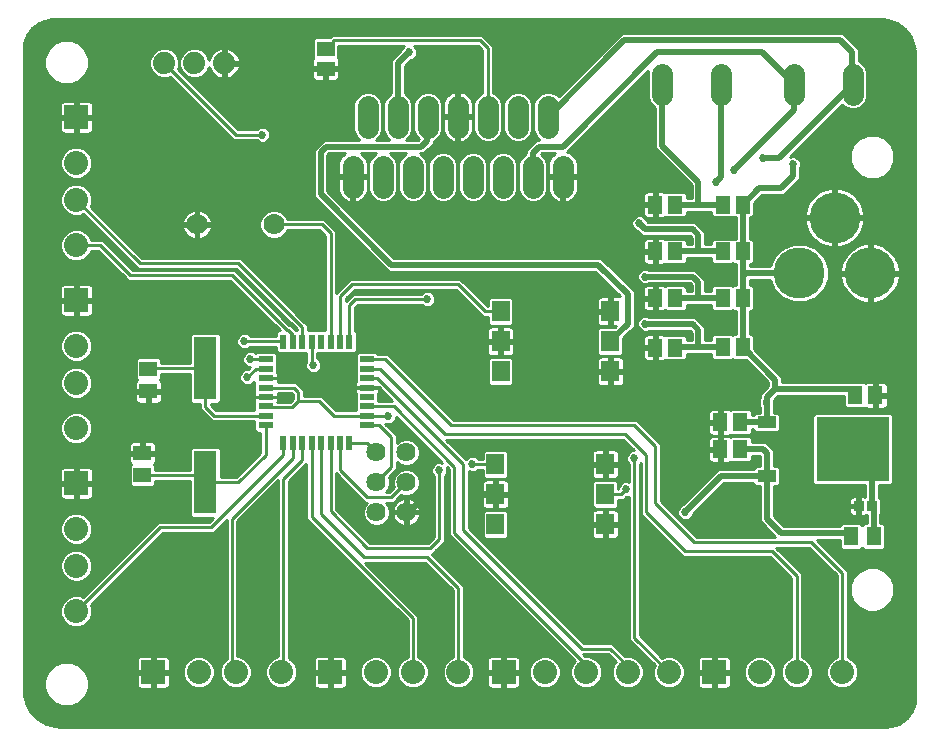
<source format=gtl>
G75*
%MOIN*%
%OFA0B0*%
%FSLAX25Y25*%
%IPPOS*%
%LPD*%
%AMOC8*
5,1,8,0,0,1.08239X$1,22.5*
%
%ADD10R,0.05906X0.05118*%
%ADD11R,0.05118X0.05906*%
%ADD12C,0.07087*%
%ADD13R,0.24409X0.21260*%
%ADD14R,0.06299X0.03937*%
%ADD15C,0.06400*%
%ADD16R,0.08000X0.08000*%
%ADD17C,0.08000*%
%ADD18C,0.17000*%
%ADD19R,0.05984X0.07008*%
%ADD20R,0.03346X0.03543*%
%ADD21R,0.05118X0.06299*%
%ADD22C,0.07400*%
%ADD23C,0.07000*%
%ADD24R,0.05000X0.02200*%
%ADD25R,0.02200X0.05000*%
%ADD26R,0.07600X0.21000*%
%ADD27C,0.07050*%
%ADD28C,0.01000*%
%ADD29C,0.02700*%
%ADD30C,0.02000*%
D10*
X0063500Y0101760D03*
X0063500Y0109240D03*
X0065500Y0129760D03*
X0065500Y0137240D03*
X0124618Y0237350D03*
X0124618Y0244043D03*
D11*
X0234382Y0192020D03*
X0241075Y0192020D03*
X0256933Y0192020D03*
X0263626Y0192020D03*
X0263626Y0176461D03*
X0256933Y0176461D03*
X0241075Y0176461D03*
X0234382Y0176461D03*
X0234382Y0160902D03*
X0241075Y0160902D03*
X0256933Y0160902D03*
X0263626Y0160902D03*
X0263626Y0144563D03*
X0256933Y0144563D03*
X0241075Y0144343D03*
X0234382Y0144343D03*
X0256154Y0119500D03*
X0262846Y0119500D03*
X0262846Y0110500D03*
X0256154Y0110500D03*
X0301154Y0128500D03*
X0307846Y0128500D03*
D12*
X0203657Y0197736D02*
X0203657Y0204823D01*
X0193657Y0204823D02*
X0193657Y0197736D01*
X0183657Y0197736D02*
X0183657Y0204823D01*
X0173657Y0204823D02*
X0173657Y0197736D01*
X0163657Y0197736D02*
X0163657Y0204823D01*
X0153657Y0204823D02*
X0153657Y0197736D01*
X0143657Y0197736D02*
X0143657Y0204823D01*
X0133657Y0204823D02*
X0133657Y0197736D01*
X0138657Y0217736D02*
X0138657Y0224823D01*
X0148657Y0224823D02*
X0148657Y0217736D01*
X0158657Y0217736D02*
X0158657Y0224823D01*
X0168657Y0224823D02*
X0168657Y0217736D01*
X0178657Y0217736D02*
X0178657Y0224823D01*
X0188657Y0224823D02*
X0188657Y0217736D01*
X0198657Y0217736D02*
X0198657Y0224823D01*
D13*
X0300343Y0110500D03*
D14*
X0271602Y0101524D03*
X0271602Y0119476D03*
D15*
X0151500Y0109500D03*
X0141500Y0109500D03*
X0141500Y0099500D03*
X0141500Y0089500D03*
X0151500Y0089500D03*
X0151500Y0099500D03*
D16*
X0126131Y0036185D03*
X0183917Y0036185D03*
X0254083Y0036185D03*
X0067076Y0036185D03*
X0041500Y0099200D03*
X0041500Y0160200D03*
X0041500Y0221200D03*
D17*
X0041500Y0206020D03*
X0041500Y0193641D03*
X0041500Y0178461D03*
X0041500Y0145020D03*
X0041500Y0132641D03*
X0041500Y0117461D03*
X0041500Y0084020D03*
X0041500Y0071641D03*
X0041500Y0056461D03*
X0082255Y0036185D03*
X0094635Y0036185D03*
X0109814Y0036185D03*
X0141310Y0036185D03*
X0153690Y0036185D03*
X0168869Y0036185D03*
X0197697Y0036185D03*
X0211476Y0036185D03*
X0225256Y0036185D03*
X0239035Y0036185D03*
X0269263Y0036185D03*
X0281643Y0036185D03*
X0296822Y0036185D03*
D18*
X0306059Y0169217D03*
X0294248Y0187720D03*
X0282437Y0169217D03*
D19*
X0219472Y0156437D03*
X0219472Y0146437D03*
X0219472Y0136437D03*
X0182898Y0136437D03*
X0182898Y0146437D03*
X0182898Y0156437D03*
X0181213Y0105500D03*
X0181213Y0095500D03*
X0181213Y0085500D03*
X0217787Y0085500D03*
X0217787Y0095500D03*
X0217787Y0105500D03*
D20*
X0302217Y0091500D03*
X0306783Y0091500D03*
D21*
X0307240Y0081500D03*
X0299760Y0081500D03*
D22*
X0090815Y0239185D03*
X0080815Y0239185D03*
X0070815Y0239185D03*
D23*
X0081705Y0185437D03*
X0107295Y0185437D03*
D24*
X0104600Y0140524D03*
X0104600Y0137374D03*
X0104600Y0134224D03*
X0104600Y0131075D03*
X0104600Y0127925D03*
X0104600Y0124776D03*
X0104600Y0121626D03*
X0104600Y0118476D03*
X0138400Y0118476D03*
X0138400Y0121626D03*
X0138400Y0124776D03*
X0138400Y0127925D03*
X0138400Y0131075D03*
X0138400Y0134224D03*
X0138400Y0137374D03*
X0138400Y0140524D03*
D25*
X0132524Y0146400D03*
X0129374Y0146400D03*
X0126224Y0146400D03*
X0123075Y0146400D03*
X0119925Y0146400D03*
X0116776Y0146400D03*
X0113626Y0146400D03*
X0110476Y0146400D03*
X0110476Y0112600D03*
X0113626Y0112600D03*
X0116776Y0112600D03*
X0119925Y0112600D03*
X0123075Y0112600D03*
X0126224Y0112600D03*
X0129374Y0112600D03*
X0132524Y0112600D03*
D26*
X0084500Y0099500D03*
X0084500Y0137500D03*
D27*
X0236720Y0228597D02*
X0236720Y0235647D01*
X0256406Y0235647D02*
X0256406Y0228597D01*
X0280657Y0228597D02*
X0280657Y0235647D01*
X0300343Y0235647D02*
X0300343Y0228597D01*
D28*
X0024909Y0025372D02*
X0026468Y0022672D01*
X0028672Y0020468D01*
X0031372Y0018909D01*
X0034383Y0018102D01*
X0035942Y0018000D01*
X0311494Y0018000D01*
X0312981Y0018117D01*
X0315810Y0019036D01*
X0318216Y0020784D01*
X0319964Y0023190D01*
X0320883Y0026019D01*
X0321000Y0027506D01*
X0321000Y0242397D01*
X0321000Y0243018D01*
X0320868Y0244696D01*
X0319830Y0247889D01*
X0317857Y0250605D01*
X0315141Y0252579D01*
X0311948Y0253616D01*
X0310270Y0253748D01*
X0033426Y0253748D01*
X0031951Y0253632D01*
X0029147Y0252721D01*
X0026761Y0250987D01*
X0025027Y0248602D01*
X0024116Y0245797D01*
X0024000Y0244322D01*
X0024000Y0029942D01*
X0024102Y0028383D01*
X0024909Y0025372D01*
X0024878Y0025487D02*
X0035220Y0025487D01*
X0034053Y0025970D02*
X0031970Y0028053D01*
X0030843Y0030775D01*
X0030843Y0033721D01*
X0031970Y0036443D01*
X0034053Y0038526D01*
X0036775Y0039654D01*
X0039721Y0039654D01*
X0042443Y0038526D01*
X0044526Y0036443D01*
X0045654Y0033721D01*
X0045654Y0030775D01*
X0044526Y0028053D01*
X0042443Y0025970D01*
X0039721Y0024843D01*
X0036775Y0024843D01*
X0034053Y0025970D01*
X0033538Y0026485D02*
X0024611Y0026485D01*
X0024343Y0027484D02*
X0032539Y0027484D01*
X0031792Y0028482D02*
X0024096Y0028482D01*
X0024030Y0029481D02*
X0031379Y0029481D01*
X0030965Y0030479D02*
X0024000Y0030479D01*
X0024000Y0031478D02*
X0030843Y0031478D01*
X0030843Y0032476D02*
X0024000Y0032476D01*
X0024000Y0033475D02*
X0030843Y0033475D01*
X0031154Y0034473D02*
X0024000Y0034473D01*
X0024000Y0035472D02*
X0031568Y0035472D01*
X0031997Y0036470D02*
X0024000Y0036470D01*
X0024000Y0037469D02*
X0032996Y0037469D01*
X0033994Y0038467D02*
X0024000Y0038467D01*
X0024000Y0039466D02*
X0036322Y0039466D01*
X0040174Y0039466D02*
X0061576Y0039466D01*
X0061576Y0040383D02*
X0061576Y0036685D01*
X0066576Y0036685D01*
X0066576Y0041685D01*
X0062878Y0041685D01*
X0062497Y0041583D01*
X0062155Y0041385D01*
X0061875Y0041106D01*
X0061678Y0040764D01*
X0061576Y0040383D01*
X0061598Y0040464D02*
X0024000Y0040464D01*
X0024000Y0041463D02*
X0062289Y0041463D01*
X0061576Y0038467D02*
X0042502Y0038467D01*
X0043500Y0037469D02*
X0061576Y0037469D01*
X0061576Y0035685D02*
X0061576Y0031988D01*
X0061678Y0031606D01*
X0061875Y0031264D01*
X0062155Y0030985D01*
X0062497Y0030787D01*
X0062878Y0030685D01*
X0066576Y0030685D01*
X0066576Y0035685D01*
X0067576Y0035685D01*
X0067576Y0036685D01*
X0072576Y0036685D01*
X0072576Y0040383D01*
X0072473Y0040764D01*
X0072276Y0041106D01*
X0071997Y0041385D01*
X0071655Y0041583D01*
X0071273Y0041685D01*
X0067576Y0041685D01*
X0067576Y0036685D01*
X0066576Y0036685D01*
X0066576Y0035685D01*
X0061576Y0035685D01*
X0061576Y0035472D02*
X0044928Y0035472D01*
X0045342Y0034473D02*
X0061576Y0034473D01*
X0061576Y0033475D02*
X0045654Y0033475D01*
X0045654Y0032476D02*
X0061576Y0032476D01*
X0061752Y0031478D02*
X0045654Y0031478D01*
X0045531Y0030479D02*
X0321000Y0030479D01*
X0321000Y0029481D02*
X0045117Y0029481D01*
X0044704Y0028482D02*
X0321000Y0028482D01*
X0320998Y0027484D02*
X0043957Y0027484D01*
X0042958Y0026485D02*
X0320920Y0026485D01*
X0320710Y0025487D02*
X0041276Y0025487D01*
X0032909Y0018497D02*
X0314151Y0018497D01*
X0316442Y0019496D02*
X0030356Y0019496D01*
X0028646Y0020494D02*
X0317817Y0020494D01*
X0318731Y0021493D02*
X0027647Y0021493D01*
X0026649Y0022491D02*
X0319456Y0022491D01*
X0320061Y0023490D02*
X0025996Y0023490D01*
X0025419Y0024488D02*
X0320386Y0024488D01*
X0321000Y0031478D02*
X0299307Y0031478D01*
X0299824Y0031692D02*
X0301315Y0033183D01*
X0302122Y0035131D01*
X0302122Y0037239D01*
X0301315Y0039187D01*
X0299824Y0040678D01*
X0298622Y0041176D01*
X0298622Y0069924D01*
X0297568Y0070978D01*
X0288346Y0080200D01*
X0295901Y0080200D01*
X0295901Y0077812D01*
X0296662Y0077050D01*
X0302857Y0077050D01*
X0303500Y0077693D01*
X0304143Y0077050D01*
X0310338Y0077050D01*
X0311099Y0077812D01*
X0311099Y0085188D01*
X0310338Y0085950D01*
X0309540Y0085950D01*
X0309540Y0088973D01*
X0309757Y0089190D01*
X0309757Y0093810D01*
X0309083Y0094483D01*
X0309083Y0098570D01*
X0313086Y0098570D01*
X0313847Y0099332D01*
X0313847Y0121668D01*
X0313086Y0122430D01*
X0287599Y0122430D01*
X0286838Y0121668D01*
X0286838Y0099332D01*
X0287599Y0098570D01*
X0304483Y0098570D01*
X0304483Y0094661D01*
X0304469Y0094669D01*
X0304087Y0094772D01*
X0302553Y0094772D01*
X0302553Y0091837D01*
X0301880Y0091837D01*
X0301880Y0094772D01*
X0300346Y0094772D01*
X0299964Y0094669D01*
X0299622Y0094472D01*
X0299343Y0094193D01*
X0299146Y0093851D01*
X0299043Y0093469D01*
X0299043Y0091837D01*
X0301880Y0091837D01*
X0301880Y0091163D01*
X0302553Y0091163D01*
X0302553Y0088228D01*
X0304087Y0088228D01*
X0304469Y0088331D01*
X0304638Y0088428D01*
X0304940Y0088428D01*
X0304940Y0085950D01*
X0304143Y0085950D01*
X0303500Y0085307D01*
X0302857Y0085950D01*
X0296662Y0085950D01*
X0295901Y0085188D01*
X0295901Y0084800D01*
X0277453Y0084800D01*
X0273902Y0088350D01*
X0273902Y0098255D01*
X0275290Y0098255D01*
X0276052Y0099017D01*
X0276052Y0104031D01*
X0275290Y0104792D01*
X0273902Y0104792D01*
X0273902Y0110350D01*
X0272555Y0111698D01*
X0271453Y0112800D01*
X0266705Y0112800D01*
X0266705Y0113991D01*
X0265944Y0114753D01*
X0259749Y0114753D01*
X0259641Y0114645D01*
X0259634Y0114653D01*
X0259292Y0114851D01*
X0258910Y0114953D01*
X0256654Y0114953D01*
X0256654Y0111000D01*
X0255654Y0111000D01*
X0255654Y0114953D01*
X0253397Y0114953D01*
X0253016Y0114851D01*
X0252673Y0114653D01*
X0252394Y0114374D01*
X0252197Y0114032D01*
X0252094Y0113650D01*
X0252094Y0111000D01*
X0255653Y0111000D01*
X0255653Y0110000D01*
X0252094Y0110000D01*
X0252094Y0107350D01*
X0252197Y0106968D01*
X0252394Y0106626D01*
X0252673Y0106347D01*
X0253016Y0106149D01*
X0253397Y0106047D01*
X0255654Y0106047D01*
X0255654Y0110000D01*
X0256654Y0110000D01*
X0256654Y0106047D01*
X0258910Y0106047D01*
X0259292Y0106149D01*
X0259634Y0106347D01*
X0259641Y0106355D01*
X0259749Y0106247D01*
X0265944Y0106247D01*
X0266705Y0107009D01*
X0266705Y0108200D01*
X0269302Y0108200D01*
X0269302Y0104792D01*
X0267914Y0104792D01*
X0267153Y0104031D01*
X0267153Y0103800D01*
X0255547Y0103800D01*
X0243844Y0092097D01*
X0242999Y0091747D01*
X0242253Y0091001D01*
X0241850Y0090027D01*
X0241850Y0088973D01*
X0242253Y0087999D01*
X0242999Y0087253D01*
X0243973Y0086850D01*
X0245027Y0086850D01*
X0246001Y0087253D01*
X0246747Y0087999D01*
X0247097Y0088844D01*
X0257453Y0099200D01*
X0267153Y0099200D01*
X0267153Y0099017D01*
X0267914Y0098255D01*
X0269302Y0098255D01*
X0269302Y0086445D01*
X0270650Y0085098D01*
X0274447Y0081300D01*
X0248246Y0081300D01*
X0236300Y0093246D01*
X0236300Y0112246D01*
X0229300Y0119246D01*
X0228246Y0120300D01*
X0167246Y0120300D01*
X0145222Y0142324D01*
X0142038Y0142324D01*
X0141438Y0142924D01*
X0135362Y0142924D01*
X0134600Y0142162D01*
X0134600Y0132923D01*
X0134502Y0132754D01*
X0134400Y0132372D01*
X0134400Y0131125D01*
X0138350Y0131125D01*
X0138350Y0131025D01*
X0134400Y0131025D01*
X0134400Y0129777D01*
X0134502Y0129396D01*
X0134600Y0129226D01*
X0134600Y0123426D01*
X0128120Y0123426D01*
X0124300Y0127246D01*
X0123246Y0128300D01*
X0117300Y0128300D01*
X0117300Y0130246D01*
X0115725Y0131820D01*
X0114671Y0132875D01*
X0108586Y0132875D01*
X0108600Y0132927D01*
X0108600Y0134174D01*
X0104650Y0134174D01*
X0104650Y0134274D01*
X0108600Y0134274D01*
X0108600Y0135522D01*
X0108498Y0135903D01*
X0108400Y0136073D01*
X0108400Y0142162D01*
X0107638Y0142924D01*
X0101562Y0142924D01*
X0101193Y0142555D01*
X0101001Y0142747D01*
X0100027Y0143150D01*
X0098973Y0143150D01*
X0097999Y0142747D01*
X0097253Y0142001D01*
X0096850Y0141027D01*
X0096850Y0139973D01*
X0097253Y0138999D01*
X0097999Y0138253D01*
X0098973Y0137850D01*
X0099304Y0137850D01*
X0098604Y0137150D01*
X0097973Y0137150D01*
X0096999Y0136747D01*
X0096253Y0136001D01*
X0095850Y0135027D01*
X0095850Y0133973D01*
X0096253Y0132999D01*
X0096999Y0132253D01*
X0097973Y0131850D01*
X0099027Y0131850D01*
X0100001Y0132253D01*
X0100616Y0132868D01*
X0100702Y0132545D01*
X0100800Y0132376D01*
X0100800Y0129774D01*
X0100702Y0129604D01*
X0100600Y0129223D01*
X0100600Y0127975D01*
X0104550Y0127975D01*
X0104550Y0127875D01*
X0100600Y0127875D01*
X0100600Y0126628D01*
X0100702Y0126246D01*
X0100800Y0126077D01*
X0100800Y0123426D01*
X0088120Y0123426D01*
X0086300Y0125246D01*
X0086300Y0125700D01*
X0088838Y0125700D01*
X0089600Y0126462D01*
X0089600Y0148538D01*
X0088838Y0149300D01*
X0080162Y0149300D01*
X0079400Y0148538D01*
X0079400Y0139300D01*
X0069753Y0139300D01*
X0069753Y0140338D01*
X0068991Y0141099D01*
X0062009Y0141099D01*
X0061247Y0140338D01*
X0061247Y0134143D01*
X0061781Y0133609D01*
X0061626Y0133519D01*
X0061347Y0133240D01*
X0061149Y0132898D01*
X0061047Y0132516D01*
X0061047Y0130260D01*
X0065000Y0130260D01*
X0065000Y0129260D01*
X0061047Y0129260D01*
X0061047Y0127003D01*
X0061149Y0126622D01*
X0061347Y0126280D01*
X0061626Y0126000D01*
X0061968Y0125803D01*
X0062350Y0125701D01*
X0065000Y0125701D01*
X0065000Y0129260D01*
X0066000Y0129260D01*
X0066000Y0130260D01*
X0069953Y0130260D01*
X0069953Y0132516D01*
X0069851Y0132898D01*
X0069653Y0133240D01*
X0069374Y0133519D01*
X0069219Y0133609D01*
X0069753Y0134143D01*
X0069753Y0135700D01*
X0079400Y0135700D01*
X0079400Y0126462D01*
X0080162Y0125700D01*
X0082700Y0125700D01*
X0082700Y0123754D01*
X0085574Y0120880D01*
X0086628Y0119826D01*
X0100800Y0119826D01*
X0100800Y0116838D01*
X0101562Y0116076D01*
X0102800Y0116076D01*
X0102800Y0109346D01*
X0094754Y0101300D01*
X0089600Y0101300D01*
X0089600Y0110538D01*
X0088838Y0111300D01*
X0080162Y0111300D01*
X0079400Y0110538D01*
X0079400Y0103560D01*
X0067753Y0103560D01*
X0067753Y0104857D01*
X0067219Y0105391D01*
X0067374Y0105481D01*
X0067653Y0105760D01*
X0067851Y0106102D01*
X0067953Y0106484D01*
X0067953Y0108740D01*
X0064000Y0108740D01*
X0064000Y0109740D01*
X0067953Y0109740D01*
X0067953Y0111997D01*
X0067851Y0112378D01*
X0067653Y0112720D01*
X0067374Y0112999D01*
X0067032Y0113197D01*
X0066650Y0113299D01*
X0064000Y0113299D01*
X0064000Y0109740D01*
X0063000Y0109740D01*
X0063000Y0108740D01*
X0059047Y0108740D01*
X0059047Y0106484D01*
X0059149Y0106102D01*
X0059347Y0105760D01*
X0059626Y0105481D01*
X0059781Y0105391D01*
X0059247Y0104857D01*
X0059247Y0098662D01*
X0060009Y0097901D01*
X0066991Y0097901D01*
X0067753Y0098662D01*
X0067753Y0099960D01*
X0079400Y0099960D01*
X0079400Y0088462D01*
X0080162Y0087700D01*
X0087154Y0087700D01*
X0085754Y0086300D01*
X0068754Y0086300D01*
X0043729Y0061275D01*
X0042554Y0061761D01*
X0040446Y0061761D01*
X0038498Y0060955D01*
X0037007Y0059464D01*
X0036200Y0057516D01*
X0036200Y0055407D01*
X0037007Y0053459D01*
X0038498Y0051968D01*
X0040446Y0051161D01*
X0042554Y0051161D01*
X0044502Y0051968D01*
X0045993Y0053459D01*
X0046800Y0055407D01*
X0046800Y0057516D01*
X0046291Y0058745D01*
X0070246Y0082700D01*
X0087246Y0082700D01*
X0091566Y0087021D01*
X0091566Y0040612D01*
X0090142Y0039187D01*
X0089335Y0037239D01*
X0089335Y0035131D01*
X0090142Y0033183D01*
X0091632Y0031692D01*
X0093580Y0030885D01*
X0095689Y0030885D01*
X0097637Y0031692D01*
X0099128Y0033183D01*
X0099935Y0035131D01*
X0099935Y0037239D01*
X0099128Y0039187D01*
X0097637Y0040678D01*
X0095689Y0041485D01*
X0095166Y0041485D01*
X0095166Y0086621D01*
X0108700Y0100154D01*
X0108700Y0041460D01*
X0106812Y0040678D01*
X0105321Y0039187D01*
X0104514Y0037239D01*
X0104514Y0035131D01*
X0105321Y0033183D01*
X0106812Y0031692D01*
X0108760Y0030885D01*
X0110868Y0030885D01*
X0112816Y0031692D01*
X0114307Y0033183D01*
X0115114Y0035131D01*
X0115114Y0037239D01*
X0114307Y0039187D01*
X0112816Y0040678D01*
X0112300Y0040892D01*
X0112300Y0099754D01*
X0118125Y0105580D01*
X0118125Y0087329D01*
X0151890Y0053565D01*
X0151890Y0041176D01*
X0150688Y0040678D01*
X0149197Y0039187D01*
X0148390Y0037239D01*
X0148390Y0035131D01*
X0149197Y0033183D01*
X0150688Y0031692D01*
X0152636Y0030885D01*
X0154744Y0030885D01*
X0156692Y0031692D01*
X0158183Y0033183D01*
X0158990Y0035131D01*
X0158990Y0037239D01*
X0158183Y0039187D01*
X0156692Y0040678D01*
X0155490Y0041176D01*
X0155490Y0055056D01*
X0137846Y0072700D01*
X0157793Y0072700D01*
X0167069Y0063424D01*
X0167069Y0041176D01*
X0165867Y0040678D01*
X0164376Y0039187D01*
X0163569Y0037239D01*
X0163569Y0035131D01*
X0164376Y0033183D01*
X0165867Y0031692D01*
X0167815Y0030885D01*
X0169924Y0030885D01*
X0171871Y0031692D01*
X0173362Y0033183D01*
X0174169Y0035131D01*
X0174169Y0037239D01*
X0173362Y0039187D01*
X0171871Y0040678D01*
X0170669Y0041176D01*
X0170669Y0064915D01*
X0169615Y0065969D01*
X0159884Y0075700D01*
X0160246Y0075700D01*
X0161300Y0076754D01*
X0163246Y0078700D01*
X0164300Y0079754D01*
X0164300Y0101552D01*
X0164747Y0101999D01*
X0165150Y0102973D01*
X0165150Y0104027D01*
X0164954Y0104501D01*
X0165700Y0103754D01*
X0165700Y0081754D01*
X0207625Y0039829D01*
X0206983Y0039187D01*
X0206176Y0037239D01*
X0206176Y0035131D01*
X0206983Y0033183D01*
X0208474Y0031692D01*
X0210422Y0030885D01*
X0212531Y0030885D01*
X0214479Y0031692D01*
X0215969Y0033183D01*
X0216776Y0035131D01*
X0216776Y0037239D01*
X0215969Y0039187D01*
X0214479Y0040678D01*
X0212531Y0041485D01*
X0211061Y0041485D01*
X0210287Y0042259D01*
X0218605Y0042259D01*
X0221220Y0039644D01*
X0220763Y0039187D01*
X0219956Y0037239D01*
X0219956Y0035131D01*
X0220763Y0033183D01*
X0222254Y0031692D01*
X0224202Y0030885D01*
X0226310Y0030885D01*
X0228258Y0031692D01*
X0229749Y0033183D01*
X0230556Y0035131D01*
X0230556Y0037239D01*
X0229749Y0039187D01*
X0228258Y0040678D01*
X0226310Y0041485D01*
X0224470Y0041485D01*
X0221150Y0044805D01*
X0220096Y0045859D01*
X0210687Y0045859D01*
X0179958Y0076587D01*
X0172300Y0084246D01*
X0172300Y0103129D01*
X0172973Y0102850D01*
X0174027Y0102850D01*
X0175001Y0103253D01*
X0175448Y0103700D01*
X0176920Y0103700D01*
X0176920Y0101458D01*
X0177682Y0100696D01*
X0184743Y0100696D01*
X0185505Y0101458D01*
X0185505Y0109542D01*
X0184743Y0110304D01*
X0177682Y0110304D01*
X0176920Y0109542D01*
X0176920Y0107300D01*
X0175448Y0107300D01*
X0175001Y0107747D01*
X0174027Y0108150D01*
X0172973Y0108150D01*
X0171999Y0107747D01*
X0171399Y0107147D01*
X0164846Y0113700D01*
X0223754Y0113700D01*
X0227304Y0110150D01*
X0226973Y0110150D01*
X0225999Y0109747D01*
X0225253Y0109001D01*
X0224850Y0108027D01*
X0224850Y0106973D01*
X0225253Y0105999D01*
X0225700Y0105552D01*
X0225700Y0099725D01*
X0225377Y0099859D01*
X0224323Y0099859D01*
X0223349Y0099455D01*
X0222603Y0098710D01*
X0222200Y0097736D01*
X0222200Y0097300D01*
X0222080Y0097300D01*
X0222080Y0099542D01*
X0221318Y0100304D01*
X0214257Y0100304D01*
X0213495Y0099542D01*
X0213495Y0091458D01*
X0214257Y0090696D01*
X0221318Y0090696D01*
X0222080Y0091458D01*
X0222080Y0093700D01*
X0223887Y0093700D01*
X0224746Y0094559D01*
X0225377Y0094559D01*
X0225700Y0094692D01*
X0225700Y0046975D01*
X0234233Y0038441D01*
X0233735Y0037239D01*
X0233735Y0035131D01*
X0234542Y0033183D01*
X0236033Y0031692D01*
X0237981Y0030885D01*
X0240090Y0030885D01*
X0242038Y0031692D01*
X0243529Y0033183D01*
X0244335Y0035131D01*
X0244335Y0037239D01*
X0243529Y0039187D01*
X0242038Y0040678D01*
X0240090Y0041485D01*
X0237981Y0041485D01*
X0236779Y0040987D01*
X0229300Y0048466D01*
X0229300Y0105552D01*
X0229700Y0105952D01*
X0229700Y0088754D01*
X0230754Y0087700D01*
X0243754Y0074700D01*
X0272754Y0074700D01*
X0279843Y0067612D01*
X0279843Y0041176D01*
X0278640Y0040678D01*
X0277149Y0039187D01*
X0276343Y0037239D01*
X0276343Y0035131D01*
X0277149Y0033183D01*
X0278640Y0031692D01*
X0280588Y0030885D01*
X0282697Y0030885D01*
X0284645Y0031692D01*
X0286136Y0033183D01*
X0286943Y0035131D01*
X0286943Y0037239D01*
X0286136Y0039187D01*
X0284645Y0040678D01*
X0283443Y0041176D01*
X0283443Y0069103D01*
X0282388Y0070157D01*
X0274846Y0077700D01*
X0285754Y0077700D01*
X0295022Y0068432D01*
X0295022Y0041176D01*
X0293820Y0040678D01*
X0292329Y0039187D01*
X0291522Y0037239D01*
X0291522Y0035131D01*
X0292329Y0033183D01*
X0293820Y0031692D01*
X0295768Y0030885D01*
X0297876Y0030885D01*
X0299824Y0031692D01*
X0300609Y0032476D02*
X0321000Y0032476D01*
X0321000Y0033475D02*
X0301436Y0033475D01*
X0301850Y0034473D02*
X0321000Y0034473D01*
X0321000Y0035472D02*
X0302122Y0035472D01*
X0302122Y0036470D02*
X0321000Y0036470D01*
X0321000Y0037469D02*
X0302027Y0037469D01*
X0301613Y0038467D02*
X0321000Y0038467D01*
X0321000Y0039466D02*
X0301037Y0039466D01*
X0300038Y0040464D02*
X0321000Y0040464D01*
X0321000Y0041463D02*
X0298622Y0041463D01*
X0298622Y0042461D02*
X0321000Y0042461D01*
X0321000Y0043460D02*
X0298622Y0043460D01*
X0298622Y0044458D02*
X0321000Y0044458D01*
X0321000Y0045457D02*
X0298622Y0045457D01*
X0298622Y0046455D02*
X0321000Y0046455D01*
X0321000Y0047454D02*
X0298622Y0047454D01*
X0298622Y0048452D02*
X0321000Y0048452D01*
X0321000Y0049451D02*
X0298622Y0049451D01*
X0298622Y0050449D02*
X0321000Y0050449D01*
X0321000Y0051448D02*
X0298622Y0051448D01*
X0298622Y0052446D02*
X0321000Y0052446D01*
X0321000Y0053445D02*
X0298622Y0053445D01*
X0298622Y0054443D02*
X0321000Y0054443D01*
X0321000Y0055442D02*
X0298622Y0055442D01*
X0298622Y0056440D02*
X0305033Y0056440D01*
X0305279Y0056339D02*
X0308225Y0056339D01*
X0310947Y0057466D01*
X0313030Y0059549D01*
X0314157Y0062271D01*
X0314157Y0065217D01*
X0313030Y0067939D01*
X0310947Y0070022D01*
X0308225Y0071150D01*
X0305279Y0071150D01*
X0302557Y0070022D01*
X0300474Y0067939D01*
X0299346Y0065217D01*
X0299346Y0062271D01*
X0300474Y0059549D01*
X0302557Y0057466D01*
X0305279Y0056339D01*
X0302622Y0057439D02*
X0298622Y0057439D01*
X0298622Y0058437D02*
X0301586Y0058437D01*
X0300587Y0059436D02*
X0298622Y0059436D01*
X0298622Y0060434D02*
X0300107Y0060434D01*
X0299694Y0061433D02*
X0298622Y0061433D01*
X0298622Y0062432D02*
X0299346Y0062432D01*
X0299346Y0063430D02*
X0298622Y0063430D01*
X0298622Y0064429D02*
X0299346Y0064429D01*
X0299433Y0065427D02*
X0298622Y0065427D01*
X0298622Y0066426D02*
X0299847Y0066426D01*
X0300261Y0067424D02*
X0298622Y0067424D01*
X0298622Y0068423D02*
X0300957Y0068423D01*
X0301956Y0069421D02*
X0298622Y0069421D01*
X0298126Y0070420D02*
X0303517Y0070420D01*
X0297127Y0071418D02*
X0321000Y0071418D01*
X0321000Y0070420D02*
X0309987Y0070420D01*
X0311548Y0069421D02*
X0321000Y0069421D01*
X0321000Y0068423D02*
X0312546Y0068423D01*
X0313243Y0067424D02*
X0321000Y0067424D01*
X0321000Y0066426D02*
X0313657Y0066426D01*
X0314071Y0065427D02*
X0321000Y0065427D01*
X0321000Y0064429D02*
X0314157Y0064429D01*
X0314157Y0063430D02*
X0321000Y0063430D01*
X0321000Y0062432D02*
X0314157Y0062432D01*
X0313810Y0061433D02*
X0321000Y0061433D01*
X0321000Y0060434D02*
X0313397Y0060434D01*
X0312917Y0059436D02*
X0321000Y0059436D01*
X0321000Y0058437D02*
X0311918Y0058437D01*
X0310882Y0057439D02*
X0321000Y0057439D01*
X0321000Y0056440D02*
X0308471Y0056440D01*
X0295022Y0056440D02*
X0283443Y0056440D01*
X0283443Y0055442D02*
X0295022Y0055442D01*
X0295022Y0054443D02*
X0283443Y0054443D01*
X0283443Y0053445D02*
X0295022Y0053445D01*
X0295022Y0052446D02*
X0283443Y0052446D01*
X0283443Y0051448D02*
X0295022Y0051448D01*
X0295022Y0050449D02*
X0283443Y0050449D01*
X0283443Y0049451D02*
X0295022Y0049451D01*
X0295022Y0048452D02*
X0283443Y0048452D01*
X0283443Y0047454D02*
X0295022Y0047454D01*
X0295022Y0046455D02*
X0283443Y0046455D01*
X0283443Y0045457D02*
X0295022Y0045457D01*
X0295022Y0044458D02*
X0283443Y0044458D01*
X0283443Y0043460D02*
X0295022Y0043460D01*
X0295022Y0042461D02*
X0283443Y0042461D01*
X0283443Y0041463D02*
X0295022Y0041463D01*
X0293606Y0040464D02*
X0284859Y0040464D01*
X0285857Y0039466D02*
X0292607Y0039466D01*
X0292031Y0038467D02*
X0286434Y0038467D01*
X0286847Y0037469D02*
X0291617Y0037469D01*
X0291522Y0036470D02*
X0286943Y0036470D01*
X0286943Y0035472D02*
X0291522Y0035472D01*
X0291794Y0034473D02*
X0286670Y0034473D01*
X0286257Y0033475D02*
X0292208Y0033475D01*
X0293036Y0032476D02*
X0285429Y0032476D01*
X0284127Y0031478D02*
X0294337Y0031478D01*
X0296822Y0036185D02*
X0296822Y0069178D01*
X0286500Y0079500D01*
X0247500Y0079500D01*
X0234500Y0092500D01*
X0234500Y0111500D01*
X0227500Y0118500D01*
X0166500Y0118500D01*
X0144476Y0140524D01*
X0138400Y0140524D01*
X0138400Y0137374D02*
X0142626Y0137374D01*
X0164500Y0115500D01*
X0224500Y0115500D01*
X0231500Y0108500D01*
X0231500Y0089500D01*
X0244500Y0076500D01*
X0273500Y0076500D01*
X0281643Y0068357D01*
X0281643Y0036185D01*
X0276851Y0038467D02*
X0274054Y0038467D01*
X0273756Y0039187D02*
X0274563Y0037239D01*
X0274563Y0035131D01*
X0273756Y0033183D01*
X0272265Y0031692D01*
X0270317Y0030885D01*
X0268209Y0030885D01*
X0266261Y0031692D01*
X0264770Y0033183D01*
X0263963Y0035131D01*
X0263963Y0037239D01*
X0264770Y0039187D01*
X0266261Y0040678D01*
X0268209Y0041485D01*
X0270317Y0041485D01*
X0272265Y0040678D01*
X0273756Y0039187D01*
X0273478Y0039466D02*
X0277428Y0039466D01*
X0278426Y0040464D02*
X0272479Y0040464D01*
X0270371Y0041463D02*
X0279843Y0041463D01*
X0279843Y0042461D02*
X0235305Y0042461D01*
X0236303Y0041463D02*
X0237927Y0041463D01*
X0240143Y0041463D02*
X0249297Y0041463D01*
X0249162Y0041385D02*
X0248883Y0041106D01*
X0248686Y0040764D01*
X0248583Y0040383D01*
X0248583Y0036685D01*
X0253583Y0036685D01*
X0253583Y0035685D01*
X0248583Y0035685D01*
X0248583Y0031988D01*
X0248686Y0031606D01*
X0248883Y0031264D01*
X0249162Y0030985D01*
X0249504Y0030787D01*
X0249886Y0030685D01*
X0253583Y0030685D01*
X0253583Y0035685D01*
X0254583Y0035685D01*
X0254583Y0030685D01*
X0258281Y0030685D01*
X0258662Y0030787D01*
X0259004Y0030985D01*
X0259284Y0031264D01*
X0259481Y0031606D01*
X0259583Y0031988D01*
X0259583Y0035685D01*
X0254584Y0035685D01*
X0254584Y0036685D01*
X0259583Y0036685D01*
X0259583Y0040383D01*
X0259481Y0040764D01*
X0259284Y0041106D01*
X0259004Y0041385D01*
X0258662Y0041583D01*
X0258281Y0041685D01*
X0254583Y0041685D01*
X0254583Y0036685D01*
X0253583Y0036685D01*
X0253583Y0041685D01*
X0249886Y0041685D01*
X0249504Y0041583D01*
X0249162Y0041385D01*
X0248605Y0040464D02*
X0242252Y0040464D01*
X0243250Y0039466D02*
X0248583Y0039466D01*
X0248583Y0038467D02*
X0243827Y0038467D01*
X0244240Y0037469D02*
X0248583Y0037469D01*
X0248583Y0035472D02*
X0244335Y0035472D01*
X0244335Y0036470D02*
X0253583Y0036470D01*
X0253583Y0035472D02*
X0254583Y0035472D01*
X0254584Y0036470D02*
X0263963Y0036470D01*
X0263963Y0035472D02*
X0259583Y0035472D01*
X0259583Y0034473D02*
X0264235Y0034473D01*
X0264649Y0033475D02*
X0259583Y0033475D01*
X0259583Y0032476D02*
X0265477Y0032476D01*
X0266778Y0031478D02*
X0259407Y0031478D01*
X0254583Y0031478D02*
X0253583Y0031478D01*
X0253583Y0032476D02*
X0254583Y0032476D01*
X0254583Y0033475D02*
X0253583Y0033475D01*
X0253583Y0034473D02*
X0254583Y0034473D01*
X0254583Y0037469D02*
X0253583Y0037469D01*
X0253583Y0038467D02*
X0254583Y0038467D01*
X0254583Y0039466D02*
X0253583Y0039466D01*
X0253583Y0040464D02*
X0254583Y0040464D01*
X0254583Y0041463D02*
X0253583Y0041463D01*
X0258870Y0041463D02*
X0268155Y0041463D01*
X0266047Y0040464D02*
X0259562Y0040464D01*
X0259583Y0039466D02*
X0265048Y0039466D01*
X0264472Y0038467D02*
X0259583Y0038467D01*
X0259583Y0037469D02*
X0264058Y0037469D01*
X0271748Y0031478D02*
X0279158Y0031478D01*
X0277856Y0032476D02*
X0273049Y0032476D01*
X0273877Y0033475D02*
X0277028Y0033475D01*
X0276615Y0034473D02*
X0274291Y0034473D01*
X0274563Y0035472D02*
X0276343Y0035472D01*
X0276343Y0036470D02*
X0274563Y0036470D01*
X0274468Y0037469D02*
X0276438Y0037469D01*
X0279843Y0043460D02*
X0234306Y0043460D01*
X0233308Y0044458D02*
X0279843Y0044458D01*
X0279843Y0045457D02*
X0232309Y0045457D01*
X0231311Y0046455D02*
X0279843Y0046455D01*
X0279843Y0047454D02*
X0230312Y0047454D01*
X0229314Y0048452D02*
X0279843Y0048452D01*
X0279843Y0049451D02*
X0229300Y0049451D01*
X0229300Y0050449D02*
X0279843Y0050449D01*
X0279843Y0051448D02*
X0229300Y0051448D01*
X0229300Y0052446D02*
X0279843Y0052446D01*
X0279843Y0053445D02*
X0229300Y0053445D01*
X0229300Y0054443D02*
X0279843Y0054443D01*
X0279843Y0055442D02*
X0229300Y0055442D01*
X0229300Y0056440D02*
X0279843Y0056440D01*
X0279843Y0057439D02*
X0229300Y0057439D01*
X0229300Y0058437D02*
X0279843Y0058437D01*
X0279843Y0059436D02*
X0229300Y0059436D01*
X0229300Y0060434D02*
X0279843Y0060434D01*
X0279843Y0061433D02*
X0229300Y0061433D01*
X0229300Y0062432D02*
X0279843Y0062432D01*
X0279843Y0063430D02*
X0229300Y0063430D01*
X0229300Y0064429D02*
X0279843Y0064429D01*
X0279843Y0065427D02*
X0229300Y0065427D01*
X0229300Y0066426D02*
X0279843Y0066426D01*
X0279843Y0067424D02*
X0229300Y0067424D01*
X0229300Y0068423D02*
X0279032Y0068423D01*
X0278033Y0069421D02*
X0229300Y0069421D01*
X0229300Y0070420D02*
X0277035Y0070420D01*
X0276036Y0071418D02*
X0229300Y0071418D01*
X0229300Y0072417D02*
X0275038Y0072417D01*
X0274039Y0073415D02*
X0229300Y0073415D01*
X0229300Y0074414D02*
X0273041Y0074414D01*
X0275136Y0077409D02*
X0286045Y0077409D01*
X0287044Y0076411D02*
X0276135Y0076411D01*
X0277133Y0075412D02*
X0288042Y0075412D01*
X0289041Y0074414D02*
X0278132Y0074414D01*
X0279130Y0073415D02*
X0290039Y0073415D01*
X0291038Y0072417D02*
X0280129Y0072417D01*
X0281127Y0071418D02*
X0292036Y0071418D01*
X0293035Y0070420D02*
X0282126Y0070420D01*
X0283124Y0069421D02*
X0294033Y0069421D01*
X0295022Y0068423D02*
X0283443Y0068423D01*
X0283443Y0067424D02*
X0295022Y0067424D01*
X0295022Y0066426D02*
X0283443Y0066426D01*
X0283443Y0065427D02*
X0295022Y0065427D01*
X0295022Y0064429D02*
X0283443Y0064429D01*
X0283443Y0063430D02*
X0295022Y0063430D01*
X0295022Y0062432D02*
X0283443Y0062432D01*
X0283443Y0061433D02*
X0295022Y0061433D01*
X0295022Y0060434D02*
X0283443Y0060434D01*
X0283443Y0059436D02*
X0295022Y0059436D01*
X0295022Y0058437D02*
X0283443Y0058437D01*
X0283443Y0057439D02*
X0295022Y0057439D01*
X0296129Y0072417D02*
X0321000Y0072417D01*
X0321000Y0073415D02*
X0295130Y0073415D01*
X0294132Y0074414D02*
X0321000Y0074414D01*
X0321000Y0075412D02*
X0293133Y0075412D01*
X0292135Y0076411D02*
X0321000Y0076411D01*
X0321000Y0077409D02*
X0310696Y0077409D01*
X0311099Y0078408D02*
X0321000Y0078408D01*
X0321000Y0079406D02*
X0311099Y0079406D01*
X0311099Y0080405D02*
X0321000Y0080405D01*
X0321000Y0081403D02*
X0311099Y0081403D01*
X0311099Y0082402D02*
X0321000Y0082402D01*
X0321000Y0083400D02*
X0311099Y0083400D01*
X0311099Y0084399D02*
X0321000Y0084399D01*
X0321000Y0085397D02*
X0310890Y0085397D01*
X0309540Y0086396D02*
X0321000Y0086396D01*
X0321000Y0087394D02*
X0309540Y0087394D01*
X0309540Y0088393D02*
X0321000Y0088393D01*
X0321000Y0089391D02*
X0309757Y0089391D01*
X0309757Y0090390D02*
X0321000Y0090390D01*
X0321000Y0091388D02*
X0309757Y0091388D01*
X0309757Y0092387D02*
X0321000Y0092387D01*
X0321000Y0093385D02*
X0309757Y0093385D01*
X0309183Y0094384D02*
X0321000Y0094384D01*
X0321000Y0095382D02*
X0309083Y0095382D01*
X0309083Y0096381D02*
X0321000Y0096381D01*
X0321000Y0097379D02*
X0309083Y0097379D01*
X0309083Y0098378D02*
X0321000Y0098378D01*
X0321000Y0099376D02*
X0313847Y0099376D01*
X0313847Y0100375D02*
X0321000Y0100375D01*
X0321000Y0101373D02*
X0313847Y0101373D01*
X0313847Y0102372D02*
X0321000Y0102372D01*
X0321000Y0103370D02*
X0313847Y0103370D01*
X0313847Y0104369D02*
X0321000Y0104369D01*
X0321000Y0105368D02*
X0313847Y0105368D01*
X0313847Y0106366D02*
X0321000Y0106366D01*
X0321000Y0107365D02*
X0313847Y0107365D01*
X0313847Y0108363D02*
X0321000Y0108363D01*
X0321000Y0109362D02*
X0313847Y0109362D01*
X0313847Y0110360D02*
X0321000Y0110360D01*
X0321000Y0111359D02*
X0313847Y0111359D01*
X0313847Y0112357D02*
X0321000Y0112357D01*
X0321000Y0113356D02*
X0313847Y0113356D01*
X0313847Y0114354D02*
X0321000Y0114354D01*
X0321000Y0115353D02*
X0313847Y0115353D01*
X0313847Y0116351D02*
X0321000Y0116351D01*
X0321000Y0117350D02*
X0313847Y0117350D01*
X0313847Y0118348D02*
X0321000Y0118348D01*
X0321000Y0119347D02*
X0313847Y0119347D01*
X0313847Y0120345D02*
X0321000Y0120345D01*
X0321000Y0121344D02*
X0313847Y0121344D01*
X0313173Y0122342D02*
X0321000Y0122342D01*
X0321000Y0123341D02*
X0273902Y0123341D01*
X0273902Y0122745D02*
X0273902Y0126854D01*
X0275421Y0128373D01*
X0297294Y0128373D01*
X0297294Y0125009D01*
X0298056Y0124247D01*
X0304251Y0124247D01*
X0304359Y0124355D01*
X0304366Y0124347D01*
X0304708Y0124149D01*
X0305090Y0124047D01*
X0307346Y0124047D01*
X0307346Y0128000D01*
X0308346Y0128000D01*
X0308346Y0124047D01*
X0310603Y0124047D01*
X0310984Y0124149D01*
X0311327Y0124347D01*
X0311606Y0124626D01*
X0311803Y0124968D01*
X0311905Y0125350D01*
X0311905Y0128000D01*
X0308346Y0128000D01*
X0308346Y0129000D01*
X0307346Y0129000D01*
X0307346Y0132953D01*
X0305090Y0132953D01*
X0304708Y0132851D01*
X0304366Y0132653D01*
X0304359Y0132645D01*
X0304251Y0132753D01*
X0300153Y0132753D01*
X0299933Y0132973D01*
X0276768Y0132973D01*
X0276768Y0134673D01*
X0275421Y0136020D01*
X0267485Y0143957D01*
X0267485Y0148054D01*
X0266724Y0148816D01*
X0265926Y0148816D01*
X0265926Y0156649D01*
X0266724Y0156649D01*
X0267485Y0157410D01*
X0267485Y0164393D01*
X0266724Y0165154D01*
X0265926Y0165154D01*
X0265926Y0166917D01*
X0272782Y0166917D01*
X0274129Y0163665D01*
X0276886Y0160908D01*
X0280488Y0159417D01*
X0284386Y0159417D01*
X0287988Y0160908D01*
X0290745Y0163665D01*
X0292237Y0167267D01*
X0292237Y0171166D01*
X0290745Y0174768D01*
X0287988Y0177525D01*
X0284386Y0179017D01*
X0280488Y0179017D01*
X0276886Y0177525D01*
X0274129Y0174768D01*
X0272782Y0171517D01*
X0265926Y0171517D01*
X0265926Y0172208D01*
X0266724Y0172208D01*
X0267485Y0172969D01*
X0267485Y0179952D01*
X0266724Y0180713D01*
X0265926Y0180713D01*
X0265926Y0187767D01*
X0266724Y0187767D01*
X0267485Y0188528D01*
X0267485Y0192626D01*
X0270161Y0195302D01*
X0277390Y0195302D01*
X0281327Y0199239D01*
X0282674Y0200587D01*
X0282674Y0204104D01*
X0283024Y0204949D01*
X0283024Y0206003D01*
X0282621Y0206977D01*
X0281875Y0207723D01*
X0280901Y0208126D01*
X0279847Y0208126D01*
X0279425Y0207951D01*
X0296795Y0225321D01*
X0297609Y0224507D01*
X0299383Y0223772D01*
X0301302Y0223772D01*
X0303076Y0224507D01*
X0304433Y0225864D01*
X0305168Y0227637D01*
X0305168Y0236607D01*
X0304433Y0238380D01*
X0303076Y0239737D01*
X0302359Y0240034D01*
X0302359Y0243831D01*
X0298422Y0247768D01*
X0297075Y0249115D01*
X0223240Y0249115D01*
X0202228Y0228102D01*
X0201401Y0228929D01*
X0199621Y0229666D01*
X0197694Y0229666D01*
X0195914Y0228929D01*
X0194552Y0227566D01*
X0193814Y0225786D01*
X0193814Y0216773D01*
X0194552Y0214993D01*
X0195862Y0213682D01*
X0194776Y0213682D01*
X0192705Y0211611D01*
X0191357Y0210264D01*
X0191357Y0209112D01*
X0190914Y0208929D01*
X0189552Y0207566D01*
X0188814Y0205786D01*
X0188814Y0196773D01*
X0189552Y0194993D01*
X0190914Y0193630D01*
X0192694Y0192893D01*
X0194621Y0192893D01*
X0196401Y0193630D01*
X0197763Y0194993D01*
X0198501Y0196773D01*
X0198501Y0205786D01*
X0197763Y0207566D01*
X0196464Y0208865D01*
X0196681Y0209082D01*
X0200939Y0209082D01*
X0200372Y0208670D01*
X0199811Y0208108D01*
X0199344Y0207466D01*
X0198984Y0206759D01*
X0198738Y0206004D01*
X0198614Y0205220D01*
X0198614Y0201780D01*
X0203157Y0201780D01*
X0203157Y0200780D01*
X0198614Y0200780D01*
X0198614Y0197339D01*
X0198738Y0196555D01*
X0198984Y0195800D01*
X0199344Y0195093D01*
X0199811Y0194451D01*
X0200372Y0193889D01*
X0201014Y0193423D01*
X0201722Y0193062D01*
X0202476Y0192817D01*
X0203157Y0192709D01*
X0203157Y0200779D01*
X0204157Y0200779D01*
X0204157Y0192709D01*
X0204838Y0192817D01*
X0205593Y0193062D01*
X0206301Y0193423D01*
X0206943Y0193889D01*
X0207504Y0194451D01*
X0207971Y0195093D01*
X0208331Y0195800D01*
X0208577Y0196555D01*
X0208701Y0197339D01*
X0208701Y0200780D01*
X0204158Y0200780D01*
X0204158Y0201780D01*
X0208701Y0201780D01*
X0208701Y0205220D01*
X0208577Y0206004D01*
X0208331Y0206759D01*
X0207971Y0207466D01*
X0207504Y0208108D01*
X0206943Y0208670D01*
X0206301Y0209136D01*
X0205593Y0209497D01*
X0205123Y0209650D01*
X0205902Y0210429D01*
X0231895Y0236422D01*
X0231895Y0227637D01*
X0232630Y0225864D01*
X0233987Y0224507D01*
X0234420Y0224327D01*
X0234420Y0210776D01*
X0246578Y0198618D01*
X0246578Y0194320D01*
X0244934Y0194320D01*
X0244934Y0195511D01*
X0244172Y0196272D01*
X0237977Y0196272D01*
X0237870Y0196165D01*
X0237862Y0196173D01*
X0237520Y0196370D01*
X0237138Y0196472D01*
X0234882Y0196472D01*
X0234882Y0192520D01*
X0233882Y0192520D01*
X0233882Y0196472D01*
X0231625Y0196472D01*
X0231244Y0196370D01*
X0230902Y0196173D01*
X0230623Y0195893D01*
X0230425Y0195551D01*
X0230323Y0195170D01*
X0230323Y0192520D01*
X0233882Y0192520D01*
X0233882Y0191520D01*
X0230323Y0191520D01*
X0230323Y0188869D01*
X0230425Y0188488D01*
X0230623Y0188146D01*
X0230902Y0187867D01*
X0231244Y0187669D01*
X0231625Y0187567D01*
X0233882Y0187567D01*
X0233882Y0191520D01*
X0234882Y0191520D01*
X0234882Y0187567D01*
X0237138Y0187567D01*
X0237520Y0187669D01*
X0237862Y0187867D01*
X0237870Y0187874D01*
X0237977Y0187767D01*
X0244172Y0187767D01*
X0244934Y0188528D01*
X0244934Y0189720D01*
X0253074Y0189720D01*
X0253074Y0188528D01*
X0253836Y0187767D01*
X0260031Y0187767D01*
X0260280Y0188016D01*
X0260528Y0187767D01*
X0261326Y0187767D01*
X0261326Y0180713D01*
X0260528Y0180713D01*
X0260280Y0180464D01*
X0260031Y0180713D01*
X0253836Y0180713D01*
X0253074Y0179952D01*
X0253074Y0178761D01*
X0251178Y0178761D01*
X0251178Y0182807D01*
X0249831Y0184154D01*
X0247862Y0186123D01*
X0232114Y0186123D01*
X0231789Y0186447D01*
X0231439Y0187292D01*
X0230694Y0188038D01*
X0229720Y0188441D01*
X0228666Y0188441D01*
X0227692Y0188038D01*
X0226946Y0187292D01*
X0226543Y0186318D01*
X0226543Y0185264D01*
X0226946Y0184290D01*
X0227692Y0183545D01*
X0228537Y0183195D01*
X0228861Y0182870D01*
X0230209Y0181523D01*
X0245957Y0181523D01*
X0246578Y0180902D01*
X0246578Y0178761D01*
X0244934Y0178761D01*
X0244934Y0179952D01*
X0244172Y0180713D01*
X0237977Y0180713D01*
X0237870Y0180606D01*
X0237862Y0180614D01*
X0237520Y0180811D01*
X0237138Y0180913D01*
X0234882Y0180913D01*
X0234882Y0176961D01*
X0233882Y0176961D01*
X0233882Y0180913D01*
X0231625Y0180913D01*
X0231244Y0180811D01*
X0230902Y0180614D01*
X0230623Y0180334D01*
X0230425Y0179992D01*
X0230323Y0179611D01*
X0230323Y0176961D01*
X0233882Y0176961D01*
X0233882Y0175961D01*
X0230323Y0175961D01*
X0230323Y0173310D01*
X0230425Y0172929D01*
X0230623Y0172587D01*
X0230902Y0172308D01*
X0231244Y0172110D01*
X0231625Y0172008D01*
X0233882Y0172008D01*
X0233882Y0175961D01*
X0234882Y0175961D01*
X0234882Y0172008D01*
X0237138Y0172008D01*
X0237520Y0172110D01*
X0237862Y0172308D01*
X0237870Y0172315D01*
X0237977Y0172208D01*
X0244172Y0172208D01*
X0244934Y0172969D01*
X0244934Y0174161D01*
X0253074Y0174161D01*
X0253074Y0172969D01*
X0253836Y0172208D01*
X0260031Y0172208D01*
X0260280Y0172457D01*
X0260528Y0172208D01*
X0261326Y0172208D01*
X0261326Y0165154D01*
X0260528Y0165154D01*
X0260280Y0164905D01*
X0260031Y0165154D01*
X0253836Y0165154D01*
X0253074Y0164393D01*
X0253074Y0163202D01*
X0251178Y0163202D01*
X0251178Y0167059D01*
X0249831Y0168406D01*
X0247862Y0170375D01*
X0232534Y0170375D01*
X0231689Y0170725D01*
X0230634Y0170725D01*
X0229660Y0170321D01*
X0228915Y0169576D01*
X0228511Y0168602D01*
X0228511Y0167548D01*
X0228915Y0166574D01*
X0229660Y0165828D01*
X0230634Y0165425D01*
X0231689Y0165425D01*
X0232534Y0165775D01*
X0245957Y0165775D01*
X0246578Y0165154D01*
X0246578Y0163202D01*
X0244934Y0163202D01*
X0244934Y0164393D01*
X0244172Y0165154D01*
X0237977Y0165154D01*
X0237870Y0165047D01*
X0237862Y0165055D01*
X0237520Y0165252D01*
X0237138Y0165354D01*
X0234882Y0165354D01*
X0234882Y0161402D01*
X0233882Y0161402D01*
X0233882Y0165354D01*
X0231625Y0165354D01*
X0231244Y0165252D01*
X0230902Y0165055D01*
X0230623Y0164775D01*
X0230425Y0164433D01*
X0230323Y0164052D01*
X0230323Y0161402D01*
X0233882Y0161402D01*
X0233882Y0160402D01*
X0230323Y0160402D01*
X0230323Y0157751D01*
X0230425Y0157370D01*
X0230623Y0157028D01*
X0230902Y0156749D01*
X0231244Y0156551D01*
X0231625Y0156449D01*
X0233882Y0156449D01*
X0233882Y0160402D01*
X0234882Y0160402D01*
X0234882Y0156449D01*
X0237138Y0156449D01*
X0237520Y0156551D01*
X0237862Y0156749D01*
X0237870Y0156756D01*
X0237977Y0156649D01*
X0244172Y0156649D01*
X0244934Y0157410D01*
X0244934Y0158602D01*
X0253074Y0158602D01*
X0253074Y0157410D01*
X0253836Y0156649D01*
X0260031Y0156649D01*
X0260280Y0156898D01*
X0260528Y0156649D01*
X0261326Y0156649D01*
X0261326Y0148816D01*
X0260528Y0148816D01*
X0260280Y0148567D01*
X0260031Y0148816D01*
X0253836Y0148816D01*
X0253074Y0148054D01*
X0253074Y0146863D01*
X0251178Y0146863D01*
X0251178Y0151311D01*
X0249831Y0152658D01*
X0247862Y0154627D01*
X0232534Y0154627D01*
X0231689Y0154977D01*
X0230634Y0154977D01*
X0229660Y0154573D01*
X0228915Y0153828D01*
X0228511Y0152854D01*
X0228511Y0151800D01*
X0228915Y0150826D01*
X0229660Y0150080D01*
X0230634Y0149677D01*
X0231689Y0149677D01*
X0232534Y0150027D01*
X0245957Y0150027D01*
X0246578Y0149406D01*
X0246578Y0146863D01*
X0244934Y0146863D01*
X0244934Y0147834D01*
X0244172Y0148595D01*
X0237977Y0148595D01*
X0237870Y0148488D01*
X0237862Y0148496D01*
X0237520Y0148693D01*
X0237138Y0148795D01*
X0234882Y0148795D01*
X0234882Y0144843D01*
X0233882Y0144843D01*
X0233882Y0148795D01*
X0231625Y0148795D01*
X0231244Y0148693D01*
X0230902Y0148496D01*
X0230623Y0148216D01*
X0230425Y0147874D01*
X0230323Y0147493D01*
X0230323Y0144842D01*
X0233882Y0144842D01*
X0233882Y0143843D01*
X0230323Y0143843D01*
X0230323Y0141192D01*
X0230425Y0140811D01*
X0230623Y0140469D01*
X0230902Y0140189D01*
X0231244Y0139992D01*
X0231625Y0139890D01*
X0233882Y0139890D01*
X0233882Y0143842D01*
X0234882Y0143842D01*
X0234882Y0139890D01*
X0237138Y0139890D01*
X0237520Y0139992D01*
X0237862Y0140189D01*
X0237870Y0140197D01*
X0237977Y0140090D01*
X0244172Y0140090D01*
X0244934Y0140851D01*
X0244934Y0142263D01*
X0253074Y0142263D01*
X0253074Y0141072D01*
X0253836Y0140310D01*
X0260031Y0140310D01*
X0260280Y0140559D01*
X0260528Y0140310D01*
X0264626Y0140310D01*
X0272169Y0132768D01*
X0272169Y0131626D01*
X0270650Y0130107D01*
X0269302Y0128760D01*
X0269302Y0127555D01*
X0269200Y0127453D01*
X0269200Y0124547D01*
X0269302Y0124445D01*
X0269302Y0122745D01*
X0267914Y0122745D01*
X0267153Y0121983D01*
X0267153Y0121800D01*
X0266705Y0121800D01*
X0266705Y0122991D01*
X0265944Y0123753D01*
X0259749Y0123753D01*
X0259641Y0123645D01*
X0259634Y0123653D01*
X0259292Y0123851D01*
X0258910Y0123953D01*
X0256654Y0123953D01*
X0256654Y0120000D01*
X0255654Y0120000D01*
X0255654Y0123953D01*
X0253397Y0123953D01*
X0253016Y0123851D01*
X0252673Y0123653D01*
X0252394Y0123374D01*
X0252197Y0123032D01*
X0252094Y0122650D01*
X0252094Y0120000D01*
X0255653Y0120000D01*
X0255653Y0119000D01*
X0252094Y0119000D01*
X0252094Y0116350D01*
X0252197Y0115968D01*
X0252394Y0115626D01*
X0252673Y0115347D01*
X0253016Y0115149D01*
X0253397Y0115047D01*
X0255654Y0115047D01*
X0255654Y0119000D01*
X0256654Y0119000D01*
X0256654Y0115047D01*
X0258910Y0115047D01*
X0259292Y0115149D01*
X0259634Y0115347D01*
X0259641Y0115355D01*
X0259749Y0115247D01*
X0265944Y0115247D01*
X0266705Y0116009D01*
X0266705Y0117200D01*
X0267153Y0117200D01*
X0267153Y0116969D01*
X0267914Y0116208D01*
X0275290Y0116208D01*
X0276052Y0116969D01*
X0276052Y0121983D01*
X0275290Y0122745D01*
X0273902Y0122745D01*
X0273902Y0124339D02*
X0297964Y0124339D01*
X0297294Y0125338D02*
X0273902Y0125338D01*
X0273902Y0126336D02*
X0297294Y0126336D01*
X0297294Y0127335D02*
X0274383Y0127335D01*
X0275381Y0128333D02*
X0297294Y0128333D01*
X0304343Y0124339D02*
X0304380Y0124339D01*
X0307346Y0124339D02*
X0308346Y0124339D01*
X0308346Y0125338D02*
X0307346Y0125338D01*
X0307346Y0126336D02*
X0308346Y0126336D01*
X0308346Y0127335D02*
X0307346Y0127335D01*
X0308346Y0128333D02*
X0321000Y0128333D01*
X0321000Y0127335D02*
X0311905Y0127335D01*
X0311905Y0126336D02*
X0321000Y0126336D01*
X0321000Y0125338D02*
X0311902Y0125338D01*
X0311313Y0124339D02*
X0321000Y0124339D01*
X0321000Y0129332D02*
X0311905Y0129332D01*
X0311905Y0129000D02*
X0311905Y0131650D01*
X0311803Y0132032D01*
X0311606Y0132374D01*
X0311327Y0132653D01*
X0310984Y0132851D01*
X0310603Y0132953D01*
X0308346Y0132953D01*
X0308346Y0129000D01*
X0311905Y0129000D01*
X0311905Y0130330D02*
X0321000Y0130330D01*
X0321000Y0131329D02*
X0311905Y0131329D01*
X0311633Y0132327D02*
X0321000Y0132327D01*
X0321000Y0133326D02*
X0276768Y0133326D01*
X0276768Y0134324D02*
X0321000Y0134324D01*
X0321000Y0135323D02*
X0276119Y0135323D01*
X0275120Y0136321D02*
X0321000Y0136321D01*
X0321000Y0137320D02*
X0274122Y0137320D01*
X0273123Y0138318D02*
X0321000Y0138318D01*
X0321000Y0139317D02*
X0272125Y0139317D01*
X0271126Y0140315D02*
X0321000Y0140315D01*
X0321000Y0141314D02*
X0270128Y0141314D01*
X0269129Y0142312D02*
X0321000Y0142312D01*
X0321000Y0143311D02*
X0268131Y0143311D01*
X0267485Y0144309D02*
X0321000Y0144309D01*
X0321000Y0145308D02*
X0267485Y0145308D01*
X0267485Y0146306D02*
X0321000Y0146306D01*
X0321000Y0147305D02*
X0267485Y0147305D01*
X0267236Y0148303D02*
X0321000Y0148303D01*
X0321000Y0149302D02*
X0265926Y0149302D01*
X0265926Y0150301D02*
X0321000Y0150301D01*
X0321000Y0151299D02*
X0265926Y0151299D01*
X0265926Y0152298D02*
X0321000Y0152298D01*
X0321000Y0153296D02*
X0265926Y0153296D01*
X0265926Y0154295D02*
X0321000Y0154295D01*
X0321000Y0155293D02*
X0265926Y0155293D01*
X0265926Y0156292D02*
X0321000Y0156292D01*
X0321000Y0157290D02*
X0267365Y0157290D01*
X0267485Y0158289D02*
X0321000Y0158289D01*
X0321000Y0159287D02*
X0307247Y0159287D01*
X0307737Y0159342D02*
X0308832Y0159592D01*
X0309892Y0159963D01*
X0310904Y0160451D01*
X0311855Y0161048D01*
X0312733Y0161748D01*
X0313527Y0162543D01*
X0314228Y0163421D01*
X0314825Y0164372D01*
X0315312Y0165384D01*
X0315683Y0166444D01*
X0315933Y0167539D01*
X0316059Y0168655D01*
X0316059Y0168717D01*
X0306559Y0168717D01*
X0306559Y0169717D01*
X0305559Y0169717D01*
X0305559Y0179217D01*
X0305497Y0179217D01*
X0304381Y0179091D01*
X0303286Y0178841D01*
X0302226Y0178470D01*
X0301214Y0177983D01*
X0300263Y0177385D01*
X0299385Y0176685D01*
X0298591Y0175890D01*
X0297891Y0175012D01*
X0297293Y0174061D01*
X0296806Y0173049D01*
X0296435Y0171989D01*
X0296185Y0170894D01*
X0296059Y0169778D01*
X0296059Y0169717D01*
X0305559Y0169717D01*
X0305559Y0168717D01*
X0296059Y0168717D01*
X0296059Y0168655D01*
X0296185Y0167539D01*
X0296435Y0166444D01*
X0296806Y0165384D01*
X0297293Y0164372D01*
X0297891Y0163421D01*
X0298591Y0162543D01*
X0299385Y0161748D01*
X0300263Y0161048D01*
X0301214Y0160451D01*
X0302226Y0159963D01*
X0303286Y0159592D01*
X0304381Y0159342D01*
X0305497Y0159217D01*
X0305559Y0159217D01*
X0305559Y0168716D01*
X0306559Y0168716D01*
X0306559Y0159217D01*
X0306621Y0159217D01*
X0307737Y0159342D01*
X0306559Y0159287D02*
X0305559Y0159287D01*
X0304871Y0159287D02*
X0267485Y0159287D01*
X0267485Y0160286D02*
X0278389Y0160286D01*
X0276510Y0161284D02*
X0267485Y0161284D01*
X0267485Y0162283D02*
X0275512Y0162283D01*
X0274513Y0163281D02*
X0267485Y0163281D01*
X0267485Y0164280D02*
X0273874Y0164280D01*
X0273461Y0165278D02*
X0265926Y0165278D01*
X0265926Y0166277D02*
X0273047Y0166277D01*
X0273093Y0172268D02*
X0266783Y0172268D01*
X0267485Y0173266D02*
X0273507Y0173266D01*
X0273921Y0174265D02*
X0267485Y0174265D01*
X0267485Y0175263D02*
X0274624Y0175263D01*
X0275623Y0176262D02*
X0267485Y0176262D01*
X0267485Y0177260D02*
X0276622Y0177260D01*
X0278658Y0178259D02*
X0267485Y0178259D01*
X0267485Y0179257D02*
X0288921Y0179257D01*
X0288452Y0179552D02*
X0289403Y0178954D01*
X0290415Y0178467D01*
X0291475Y0178096D01*
X0292570Y0177846D01*
X0293686Y0177720D01*
X0293748Y0177720D01*
X0293748Y0187220D01*
X0294748Y0187220D01*
X0294748Y0177720D01*
X0294810Y0177720D01*
X0295926Y0177846D01*
X0297021Y0178096D01*
X0298081Y0178467D01*
X0299093Y0178954D01*
X0300044Y0179552D01*
X0300922Y0180252D01*
X0301716Y0181047D01*
X0302416Y0181925D01*
X0303014Y0182876D01*
X0303501Y0183888D01*
X0303872Y0184948D01*
X0304122Y0186043D01*
X0304248Y0187159D01*
X0304248Y0187220D01*
X0294748Y0187220D01*
X0294748Y0188220D01*
X0304248Y0188220D01*
X0304248Y0188282D01*
X0304122Y0189398D01*
X0303872Y0190493D01*
X0303501Y0191553D01*
X0303014Y0192565D01*
X0302416Y0193516D01*
X0301716Y0194394D01*
X0300922Y0195189D01*
X0300044Y0195889D01*
X0299093Y0196486D01*
X0298081Y0196974D01*
X0297021Y0197345D01*
X0295926Y0197595D01*
X0294810Y0197720D01*
X0294748Y0197720D01*
X0294748Y0188221D01*
X0293748Y0188221D01*
X0293748Y0197720D01*
X0293686Y0197720D01*
X0292570Y0197595D01*
X0291475Y0197345D01*
X0290415Y0196974D01*
X0289403Y0196486D01*
X0288452Y0195889D01*
X0287574Y0195189D01*
X0286780Y0194394D01*
X0286080Y0193516D01*
X0285482Y0192565D01*
X0284995Y0191553D01*
X0284624Y0190493D01*
X0284374Y0189398D01*
X0284248Y0188282D01*
X0284248Y0188220D01*
X0293748Y0188220D01*
X0293748Y0187220D01*
X0284248Y0187220D01*
X0284248Y0187159D01*
X0284374Y0186043D01*
X0284624Y0184948D01*
X0284995Y0183888D01*
X0285482Y0182876D01*
X0286080Y0181925D01*
X0286780Y0181047D01*
X0287574Y0180252D01*
X0288452Y0179552D01*
X0287571Y0180256D02*
X0267181Y0180256D01*
X0265926Y0181254D02*
X0286614Y0181254D01*
X0285873Y0182253D02*
X0265926Y0182253D01*
X0265926Y0183251D02*
X0285301Y0183251D01*
X0284868Y0184250D02*
X0265926Y0184250D01*
X0265926Y0185248D02*
X0284555Y0185248D01*
X0284351Y0186247D02*
X0265926Y0186247D01*
X0265926Y0187245D02*
X0293748Y0187245D01*
X0293748Y0186247D02*
X0294748Y0186247D01*
X0294748Y0187245D02*
X0321000Y0187245D01*
X0321000Y0186247D02*
X0304145Y0186247D01*
X0303941Y0185248D02*
X0321000Y0185248D01*
X0321000Y0184250D02*
X0303628Y0184250D01*
X0303195Y0183251D02*
X0321000Y0183251D01*
X0321000Y0182253D02*
X0302623Y0182253D01*
X0301882Y0181254D02*
X0321000Y0181254D01*
X0321000Y0180256D02*
X0300926Y0180256D01*
X0299575Y0179257D02*
X0321000Y0179257D01*
X0321000Y0178259D02*
X0310330Y0178259D01*
X0309892Y0178470D02*
X0308832Y0178841D01*
X0307737Y0179091D01*
X0306621Y0179217D01*
X0306559Y0179217D01*
X0306559Y0169717D01*
X0316059Y0169717D01*
X0316059Y0169778D01*
X0315933Y0170894D01*
X0315683Y0171989D01*
X0315312Y0173049D01*
X0314825Y0174061D01*
X0314228Y0175012D01*
X0313527Y0175890D01*
X0312733Y0176685D01*
X0311855Y0177385D01*
X0310904Y0177983D01*
X0309892Y0178470D01*
X0312011Y0177260D02*
X0321000Y0177260D01*
X0321000Y0176262D02*
X0313156Y0176262D01*
X0314027Y0175263D02*
X0321000Y0175263D01*
X0321000Y0174265D02*
X0314697Y0174265D01*
X0315208Y0173266D02*
X0321000Y0173266D01*
X0321000Y0172268D02*
X0315586Y0172268D01*
X0315848Y0171269D02*
X0321000Y0171269D01*
X0321000Y0170271D02*
X0316004Y0170271D01*
X0316016Y0168274D02*
X0321000Y0168274D01*
X0321000Y0169272D02*
X0306559Y0169272D01*
X0306559Y0168274D02*
X0305559Y0168274D01*
X0305559Y0169272D02*
X0292237Y0169272D01*
X0292237Y0168274D02*
X0296102Y0168274D01*
X0296245Y0167275D02*
X0292237Y0167275D01*
X0291827Y0166277D02*
X0296493Y0166277D01*
X0296856Y0165278D02*
X0291413Y0165278D01*
X0291000Y0164280D02*
X0297351Y0164280D01*
X0298002Y0163281D02*
X0290361Y0163281D01*
X0289362Y0162283D02*
X0298851Y0162283D01*
X0299967Y0161284D02*
X0288364Y0161284D01*
X0286485Y0160286D02*
X0301557Y0160286D01*
X0305559Y0160286D02*
X0306559Y0160286D01*
X0306559Y0161284D02*
X0305559Y0161284D01*
X0305559Y0162283D02*
X0306559Y0162283D01*
X0306559Y0163281D02*
X0305559Y0163281D01*
X0305559Y0164280D02*
X0306559Y0164280D01*
X0306559Y0165278D02*
X0305559Y0165278D01*
X0305559Y0166277D02*
X0306559Y0166277D01*
X0306559Y0167275D02*
X0305559Y0167275D01*
X0305559Y0170271D02*
X0306559Y0170271D01*
X0306559Y0171269D02*
X0305559Y0171269D01*
X0305559Y0172268D02*
X0306559Y0172268D01*
X0306559Y0173266D02*
X0305559Y0173266D01*
X0305559Y0174265D02*
X0306559Y0174265D01*
X0306559Y0175263D02*
X0305559Y0175263D01*
X0305559Y0176262D02*
X0306559Y0176262D01*
X0306559Y0177260D02*
X0305559Y0177260D01*
X0305559Y0178259D02*
X0306559Y0178259D01*
X0301788Y0178259D02*
X0297486Y0178259D01*
X0298962Y0176262D02*
X0289251Y0176262D01*
X0288252Y0177260D02*
X0300107Y0177260D01*
X0298091Y0175263D02*
X0290250Y0175263D01*
X0290953Y0174265D02*
X0297421Y0174265D01*
X0296910Y0173266D02*
X0291367Y0173266D01*
X0291781Y0172268D02*
X0296532Y0172268D01*
X0296270Y0171269D02*
X0292194Y0171269D01*
X0292237Y0170271D02*
X0296115Y0170271D01*
X0294748Y0178259D02*
X0293748Y0178259D01*
X0293748Y0179257D02*
X0294748Y0179257D01*
X0294748Y0180256D02*
X0293748Y0180256D01*
X0293748Y0181254D02*
X0294748Y0181254D01*
X0294748Y0182253D02*
X0293748Y0182253D01*
X0293748Y0183251D02*
X0294748Y0183251D01*
X0294748Y0184250D02*
X0293748Y0184250D01*
X0293748Y0185248D02*
X0294748Y0185248D01*
X0294748Y0188244D02*
X0293748Y0188244D01*
X0293748Y0189242D02*
X0294748Y0189242D01*
X0294748Y0190241D02*
X0293748Y0190241D01*
X0293748Y0191239D02*
X0294748Y0191239D01*
X0294748Y0192238D02*
X0293748Y0192238D01*
X0293748Y0193237D02*
X0294748Y0193237D01*
X0294748Y0194235D02*
X0293748Y0194235D01*
X0293748Y0195234D02*
X0294748Y0195234D01*
X0294748Y0196232D02*
X0293748Y0196232D01*
X0293748Y0197231D02*
X0294748Y0197231D01*
X0297347Y0197231D02*
X0321000Y0197231D01*
X0321000Y0198229D02*
X0280316Y0198229D01*
X0279318Y0197231D02*
X0291149Y0197231D01*
X0288998Y0196232D02*
X0278319Y0196232D01*
X0281315Y0199228D02*
X0321000Y0199228D01*
X0321000Y0200226D02*
X0282313Y0200226D01*
X0282674Y0201225D02*
X0303767Y0201225D01*
X0302557Y0201726D02*
X0305279Y0200598D01*
X0308225Y0200598D01*
X0310947Y0201726D01*
X0313030Y0203809D01*
X0314157Y0206531D01*
X0314157Y0209477D01*
X0313030Y0212199D01*
X0310947Y0214282D01*
X0308225Y0215409D01*
X0305279Y0215409D01*
X0302557Y0214282D01*
X0300474Y0212199D01*
X0299346Y0209477D01*
X0299346Y0206531D01*
X0300474Y0203809D01*
X0302557Y0201726D01*
X0302060Y0202223D02*
X0282674Y0202223D01*
X0282674Y0203222D02*
X0301061Y0203222D01*
X0300304Y0204220D02*
X0282722Y0204220D01*
X0283024Y0205219D02*
X0299890Y0205219D01*
X0299476Y0206217D02*
X0282936Y0206217D01*
X0282382Y0207216D02*
X0299346Y0207216D01*
X0299346Y0208214D02*
X0279687Y0208214D01*
X0280686Y0209213D02*
X0299346Y0209213D01*
X0299651Y0210211D02*
X0281684Y0210211D01*
X0282683Y0211210D02*
X0300064Y0211210D01*
X0300483Y0212208D02*
X0283681Y0212208D01*
X0284680Y0213207D02*
X0301482Y0213207D01*
X0302480Y0214205D02*
X0285678Y0214205D01*
X0286677Y0215204D02*
X0304782Y0215204D01*
X0308722Y0215204D02*
X0321000Y0215204D01*
X0321000Y0216202D02*
X0287675Y0216202D01*
X0288674Y0217201D02*
X0321000Y0217201D01*
X0321000Y0218199D02*
X0289672Y0218199D01*
X0290671Y0219198D02*
X0321000Y0219198D01*
X0321000Y0220196D02*
X0291669Y0220196D01*
X0292668Y0221195D02*
X0321000Y0221195D01*
X0321000Y0222193D02*
X0293666Y0222193D01*
X0294665Y0223192D02*
X0321000Y0223192D01*
X0321000Y0224190D02*
X0302312Y0224190D01*
X0303758Y0225189D02*
X0321000Y0225189D01*
X0321000Y0226187D02*
X0304567Y0226187D01*
X0304981Y0227186D02*
X0321000Y0227186D01*
X0321000Y0228184D02*
X0305168Y0228184D01*
X0305168Y0229183D02*
X0321000Y0229183D01*
X0321000Y0230181D02*
X0305168Y0230181D01*
X0305168Y0231180D02*
X0321000Y0231180D01*
X0321000Y0232178D02*
X0305168Y0232178D01*
X0305168Y0233177D02*
X0321000Y0233177D01*
X0321000Y0234175D02*
X0305168Y0234175D01*
X0305168Y0235174D02*
X0321000Y0235174D01*
X0321000Y0236172D02*
X0305168Y0236172D01*
X0304934Y0237171D02*
X0321000Y0237171D01*
X0321000Y0238170D02*
X0304520Y0238170D01*
X0303645Y0239168D02*
X0321000Y0239168D01*
X0321000Y0240167D02*
X0302359Y0240167D01*
X0302359Y0241165D02*
X0321000Y0241165D01*
X0321000Y0242164D02*
X0302359Y0242164D01*
X0302359Y0243162D02*
X0320989Y0243162D01*
X0320910Y0244161D02*
X0302029Y0244161D01*
X0301031Y0245159D02*
X0320718Y0245159D01*
X0320393Y0246158D02*
X0300032Y0246158D01*
X0299034Y0247156D02*
X0320069Y0247156D01*
X0319638Y0248155D02*
X0298035Y0248155D01*
X0313391Y0253147D02*
X0030459Y0253147D01*
X0028359Y0252149D02*
X0315733Y0252149D01*
X0317107Y0251150D02*
X0026985Y0251150D01*
X0026154Y0250152D02*
X0318187Y0250152D01*
X0318912Y0249153D02*
X0025428Y0249153D01*
X0024882Y0248155D02*
X0126184Y0248155D01*
X0125932Y0247902D02*
X0121127Y0247902D01*
X0120365Y0247141D01*
X0120365Y0240946D01*
X0120473Y0240838D01*
X0120465Y0240830D01*
X0120268Y0240488D01*
X0120165Y0240107D01*
X0120165Y0237850D01*
X0124118Y0237850D01*
X0124118Y0236850D01*
X0125118Y0236850D01*
X0125118Y0233291D01*
X0127768Y0233291D01*
X0128150Y0233394D01*
X0128492Y0233591D01*
X0128771Y0233870D01*
X0128969Y0234212D01*
X0129071Y0234594D01*
X0129071Y0236850D01*
X0125118Y0236850D01*
X0125118Y0237850D01*
X0129071Y0237850D01*
X0129071Y0240107D01*
X0128969Y0240488D01*
X0128771Y0240830D01*
X0128763Y0240838D01*
X0128871Y0240946D01*
X0128871Y0245015D01*
X0150811Y0245015D01*
X0150175Y0244379D01*
X0149825Y0243534D01*
X0147705Y0241414D01*
X0146357Y0240067D01*
X0146357Y0229112D01*
X0145914Y0228929D01*
X0144552Y0227566D01*
X0143814Y0225786D01*
X0143814Y0216773D01*
X0144552Y0214993D01*
X0145862Y0213682D01*
X0141453Y0213682D01*
X0142763Y0214993D01*
X0143501Y0216773D01*
X0143501Y0225786D01*
X0142763Y0227566D01*
X0141401Y0228929D01*
X0139621Y0229666D01*
X0137694Y0229666D01*
X0135914Y0228929D01*
X0134552Y0227566D01*
X0133814Y0225786D01*
X0133814Y0216773D01*
X0134552Y0214993D01*
X0135862Y0213682D01*
X0123910Y0213682D01*
X0122562Y0212335D01*
X0121941Y0211713D01*
X0120594Y0210366D01*
X0120594Y0194681D01*
X0121941Y0193334D01*
X0144216Y0171059D01*
X0145563Y0169712D01*
X0214461Y0169712D01*
X0222757Y0161415D01*
X0222662Y0161441D01*
X0219972Y0161441D01*
X0219972Y0156937D01*
X0218972Y0156937D01*
X0218972Y0155937D01*
X0214980Y0155937D01*
X0214980Y0152736D01*
X0215083Y0152354D01*
X0215280Y0152012D01*
X0215559Y0151733D01*
X0215901Y0151535D01*
X0216283Y0151433D01*
X0218972Y0151433D01*
X0218972Y0155937D01*
X0219972Y0155937D01*
X0219972Y0151433D01*
X0221216Y0151433D01*
X0221024Y0151241D01*
X0215942Y0151241D01*
X0215180Y0150479D01*
X0215180Y0142395D01*
X0215942Y0141633D01*
X0223003Y0141633D01*
X0223765Y0142395D01*
X0223765Y0147476D01*
X0226209Y0149920D01*
X0227556Y0151268D01*
X0227556Y0163122D01*
X0217713Y0172964D01*
X0216366Y0174312D01*
X0147468Y0174312D01*
X0125194Y0196587D01*
X0125194Y0208461D01*
X0125815Y0209082D01*
X0130939Y0209082D01*
X0130372Y0208670D01*
X0129811Y0208108D01*
X0129344Y0207466D01*
X0128984Y0206759D01*
X0128738Y0206004D01*
X0128614Y0205220D01*
X0128614Y0201780D01*
X0133157Y0201780D01*
X0133157Y0200780D01*
X0128614Y0200780D01*
X0128614Y0197339D01*
X0128738Y0196555D01*
X0128984Y0195800D01*
X0129344Y0195093D01*
X0129811Y0194451D01*
X0130372Y0193889D01*
X0131014Y0193423D01*
X0131722Y0193062D01*
X0132476Y0192817D01*
X0133157Y0192709D01*
X0133157Y0200779D01*
X0134157Y0200779D01*
X0134157Y0192709D01*
X0134838Y0192817D01*
X0135593Y0193062D01*
X0136301Y0193423D01*
X0136943Y0193889D01*
X0137504Y0194451D01*
X0137971Y0195093D01*
X0138331Y0195800D01*
X0138577Y0196555D01*
X0138701Y0197339D01*
X0138701Y0200780D01*
X0134158Y0200780D01*
X0134158Y0201780D01*
X0138701Y0201780D01*
X0138701Y0205220D01*
X0138577Y0206004D01*
X0138331Y0206759D01*
X0137971Y0207466D01*
X0137504Y0208108D01*
X0136943Y0208670D01*
X0136376Y0209082D01*
X0141284Y0209082D01*
X0140914Y0208929D01*
X0139552Y0207566D01*
X0138814Y0205786D01*
X0138814Y0196773D01*
X0139552Y0194993D01*
X0140914Y0193630D01*
X0142694Y0192893D01*
X0144621Y0192893D01*
X0146401Y0193630D01*
X0147763Y0194993D01*
X0148501Y0196773D01*
X0148501Y0205786D01*
X0147763Y0207566D01*
X0146401Y0208929D01*
X0146031Y0209082D01*
X0151284Y0209082D01*
X0150914Y0208929D01*
X0149552Y0207566D01*
X0148814Y0205786D01*
X0148814Y0196773D01*
X0149552Y0194993D01*
X0150914Y0193630D01*
X0152694Y0192893D01*
X0154621Y0192893D01*
X0156401Y0193630D01*
X0157763Y0194993D01*
X0158501Y0196773D01*
X0158501Y0205786D01*
X0157763Y0207566D01*
X0156401Y0208929D01*
X0156031Y0209082D01*
X0157311Y0209082D01*
X0158658Y0210429D01*
X0159279Y0211050D01*
X0160627Y0212398D01*
X0160627Y0213310D01*
X0161401Y0213630D01*
X0162763Y0214993D01*
X0163501Y0216773D01*
X0163501Y0225786D01*
X0162763Y0227566D01*
X0161401Y0228929D01*
X0159621Y0229666D01*
X0157694Y0229666D01*
X0155914Y0228929D01*
X0154552Y0227566D01*
X0153814Y0225786D01*
X0153814Y0216773D01*
X0154552Y0214993D01*
X0155634Y0213910D01*
X0155406Y0213682D01*
X0151453Y0213682D01*
X0152763Y0214993D01*
X0153501Y0216773D01*
X0153501Y0225786D01*
X0152763Y0227566D01*
X0151401Y0228929D01*
X0150957Y0229112D01*
X0150957Y0238161D01*
X0153077Y0240281D01*
X0153922Y0240631D01*
X0154668Y0241377D01*
X0155071Y0242351D01*
X0155071Y0243405D01*
X0154668Y0244379D01*
X0154032Y0245015D01*
X0175298Y0245015D01*
X0176857Y0243455D01*
X0176857Y0229320D01*
X0175914Y0228929D01*
X0174552Y0227566D01*
X0173814Y0225786D01*
X0173814Y0216773D01*
X0174552Y0214993D01*
X0175914Y0213630D01*
X0177694Y0212893D01*
X0179621Y0212893D01*
X0181401Y0213630D01*
X0182763Y0214993D01*
X0183501Y0216773D01*
X0183501Y0225786D01*
X0182763Y0227566D01*
X0181401Y0228929D01*
X0180457Y0229320D01*
X0180457Y0244946D01*
X0179403Y0246001D01*
X0176789Y0248615D01*
X0126644Y0248615D01*
X0125932Y0247902D01*
X0127390Y0246815D02*
X0124618Y0244043D01*
X0127390Y0246815D02*
X0176043Y0246815D01*
X0178657Y0244201D01*
X0178657Y0221280D01*
X0173814Y0221195D02*
X0169158Y0221195D01*
X0169158Y0220780D02*
X0169158Y0221780D01*
X0173701Y0221780D01*
X0173701Y0225220D01*
X0173577Y0226004D01*
X0173331Y0226759D01*
X0172971Y0227466D01*
X0172504Y0228108D01*
X0171943Y0228670D01*
X0171301Y0229136D01*
X0170593Y0229497D01*
X0169838Y0229742D01*
X0169157Y0229850D01*
X0169157Y0221780D01*
X0168157Y0221780D01*
X0168157Y0229850D01*
X0167476Y0229742D01*
X0166722Y0229497D01*
X0166014Y0229136D01*
X0165372Y0228670D01*
X0164811Y0228108D01*
X0164344Y0227466D01*
X0163984Y0226759D01*
X0163738Y0226004D01*
X0163614Y0225220D01*
X0163614Y0221780D01*
X0168157Y0221780D01*
X0168157Y0220780D01*
X0163614Y0220780D01*
X0163614Y0217339D01*
X0163738Y0216555D01*
X0163984Y0215800D01*
X0164344Y0215093D01*
X0164811Y0214451D01*
X0165372Y0213889D01*
X0166014Y0213423D01*
X0166722Y0213062D01*
X0167476Y0212817D01*
X0168157Y0212709D01*
X0168157Y0220779D01*
X0169157Y0220779D01*
X0169157Y0212709D01*
X0169838Y0212817D01*
X0170593Y0213062D01*
X0171301Y0213423D01*
X0171943Y0213889D01*
X0172504Y0214451D01*
X0172971Y0215093D01*
X0173331Y0215800D01*
X0173577Y0216555D01*
X0173701Y0217339D01*
X0173701Y0220780D01*
X0169158Y0220780D01*
X0169157Y0220196D02*
X0168157Y0220196D01*
X0168157Y0219198D02*
X0169157Y0219198D01*
X0169157Y0218199D02*
X0168157Y0218199D01*
X0168157Y0217201D02*
X0169157Y0217201D01*
X0169157Y0216202D02*
X0168157Y0216202D01*
X0168157Y0215204D02*
X0169157Y0215204D01*
X0169157Y0214205D02*
X0168157Y0214205D01*
X0168157Y0213207D02*
X0169157Y0213207D01*
X0170877Y0213207D02*
X0176936Y0213207D01*
X0175339Y0214205D02*
X0172259Y0214205D01*
X0173027Y0215204D02*
X0174464Y0215204D01*
X0174051Y0216202D02*
X0173462Y0216202D01*
X0173679Y0217201D02*
X0173814Y0217201D01*
X0173814Y0218199D02*
X0173701Y0218199D01*
X0173701Y0219198D02*
X0173814Y0219198D01*
X0173814Y0220196D02*
X0173701Y0220196D01*
X0173701Y0222193D02*
X0173814Y0222193D01*
X0173814Y0223192D02*
X0173701Y0223192D01*
X0173701Y0224190D02*
X0173814Y0224190D01*
X0173814Y0225189D02*
X0173701Y0225189D01*
X0173517Y0226187D02*
X0173980Y0226187D01*
X0174394Y0227186D02*
X0173114Y0227186D01*
X0172428Y0228184D02*
X0175170Y0228184D01*
X0176528Y0229183D02*
X0171209Y0229183D01*
X0169157Y0229183D02*
X0168157Y0229183D01*
X0168157Y0228184D02*
X0169157Y0228184D01*
X0169157Y0227186D02*
X0168157Y0227186D01*
X0168157Y0226187D02*
X0169157Y0226187D01*
X0169157Y0225189D02*
X0168157Y0225189D01*
X0168157Y0224190D02*
X0169157Y0224190D01*
X0169157Y0223192D02*
X0168157Y0223192D01*
X0168157Y0222193D02*
X0169157Y0222193D01*
X0168157Y0221195D02*
X0163501Y0221195D01*
X0163501Y0222193D02*
X0163614Y0222193D01*
X0163614Y0223192D02*
X0163501Y0223192D01*
X0163501Y0224190D02*
X0163614Y0224190D01*
X0163614Y0225189D02*
X0163501Y0225189D01*
X0163335Y0226187D02*
X0163798Y0226187D01*
X0164201Y0227186D02*
X0162921Y0227186D01*
X0162145Y0228184D02*
X0164887Y0228184D01*
X0166106Y0229183D02*
X0160787Y0229183D01*
X0156527Y0229183D02*
X0150957Y0229183D01*
X0150957Y0230181D02*
X0176857Y0230181D01*
X0176857Y0231180D02*
X0150957Y0231180D01*
X0150957Y0232178D02*
X0176857Y0232178D01*
X0176857Y0233177D02*
X0150957Y0233177D01*
X0150957Y0234175D02*
X0176857Y0234175D01*
X0176857Y0235174D02*
X0150957Y0235174D01*
X0150957Y0236172D02*
X0176857Y0236172D01*
X0176857Y0237171D02*
X0150957Y0237171D01*
X0150966Y0238170D02*
X0176857Y0238170D01*
X0176857Y0239168D02*
X0151964Y0239168D01*
X0152963Y0240167D02*
X0176857Y0240167D01*
X0176857Y0241165D02*
X0154456Y0241165D01*
X0154994Y0242164D02*
X0176857Y0242164D01*
X0176857Y0243162D02*
X0155071Y0243162D01*
X0154758Y0244161D02*
X0176152Y0244161D01*
X0178248Y0247156D02*
X0221281Y0247156D01*
X0220283Y0246158D02*
X0179246Y0246158D01*
X0180245Y0245159D02*
X0219284Y0245159D01*
X0218286Y0244161D02*
X0180457Y0244161D01*
X0180457Y0243162D02*
X0217287Y0243162D01*
X0216289Y0242164D02*
X0180457Y0242164D01*
X0180457Y0241165D02*
X0215290Y0241165D01*
X0214292Y0240167D02*
X0180457Y0240167D01*
X0180457Y0239168D02*
X0213293Y0239168D01*
X0212295Y0238170D02*
X0180457Y0238170D01*
X0180457Y0237171D02*
X0211296Y0237171D01*
X0210298Y0236172D02*
X0180457Y0236172D01*
X0180457Y0235174D02*
X0209299Y0235174D01*
X0208301Y0234175D02*
X0180457Y0234175D01*
X0180457Y0233177D02*
X0207302Y0233177D01*
X0206304Y0232178D02*
X0180457Y0232178D01*
X0180457Y0231180D02*
X0205305Y0231180D01*
X0204307Y0230181D02*
X0180457Y0230181D01*
X0180787Y0229183D02*
X0186527Y0229183D01*
X0185914Y0228929D02*
X0184552Y0227566D01*
X0183814Y0225786D01*
X0183814Y0216773D01*
X0184552Y0214993D01*
X0185914Y0213630D01*
X0187694Y0212893D01*
X0189621Y0212893D01*
X0191401Y0213630D01*
X0192763Y0214993D01*
X0193501Y0216773D01*
X0193501Y0225786D01*
X0192763Y0227566D01*
X0191401Y0228929D01*
X0189621Y0229666D01*
X0187694Y0229666D01*
X0185914Y0228929D01*
X0185170Y0228184D02*
X0182145Y0228184D01*
X0182921Y0227186D02*
X0184394Y0227186D01*
X0183980Y0226187D02*
X0183335Y0226187D01*
X0183501Y0225189D02*
X0183814Y0225189D01*
X0183814Y0224190D02*
X0183501Y0224190D01*
X0183501Y0223192D02*
X0183814Y0223192D01*
X0183814Y0222193D02*
X0183501Y0222193D01*
X0183501Y0221195D02*
X0183814Y0221195D01*
X0183814Y0220196D02*
X0183501Y0220196D01*
X0183501Y0219198D02*
X0183814Y0219198D01*
X0183814Y0218199D02*
X0183501Y0218199D01*
X0183501Y0217201D02*
X0183814Y0217201D01*
X0184051Y0216202D02*
X0183264Y0216202D01*
X0182851Y0215204D02*
X0184464Y0215204D01*
X0185339Y0214205D02*
X0181976Y0214205D01*
X0180378Y0213207D02*
X0186936Y0213207D01*
X0190378Y0213207D02*
X0194301Y0213207D01*
X0193302Y0212208D02*
X0160437Y0212208D01*
X0160627Y0213207D02*
X0166438Y0213207D01*
X0165056Y0214205D02*
X0161976Y0214205D01*
X0162851Y0215204D02*
X0164288Y0215204D01*
X0163853Y0216202D02*
X0163264Y0216202D01*
X0163501Y0217201D02*
X0163636Y0217201D01*
X0163614Y0218199D02*
X0163501Y0218199D01*
X0163501Y0219198D02*
X0163614Y0219198D01*
X0163614Y0220196D02*
X0163501Y0220196D01*
X0155339Y0214205D02*
X0151976Y0214205D01*
X0152851Y0215204D02*
X0154464Y0215204D01*
X0154051Y0216202D02*
X0153264Y0216202D01*
X0153501Y0217201D02*
X0153814Y0217201D01*
X0153814Y0218199D02*
X0153501Y0218199D01*
X0153501Y0219198D02*
X0153814Y0219198D01*
X0153814Y0220196D02*
X0153501Y0220196D01*
X0153501Y0221195D02*
X0153814Y0221195D01*
X0153814Y0222193D02*
X0153501Y0222193D01*
X0153501Y0223192D02*
X0153814Y0223192D01*
X0153814Y0224190D02*
X0153501Y0224190D01*
X0153501Y0225189D02*
X0153814Y0225189D01*
X0153980Y0226187D02*
X0153335Y0226187D01*
X0152921Y0227186D02*
X0154394Y0227186D01*
X0155170Y0228184D02*
X0152145Y0228184D01*
X0146357Y0229183D02*
X0140787Y0229183D01*
X0142145Y0228184D02*
X0145170Y0228184D01*
X0144394Y0227186D02*
X0142921Y0227186D01*
X0143335Y0226187D02*
X0143980Y0226187D01*
X0143814Y0225189D02*
X0143501Y0225189D01*
X0143501Y0224190D02*
X0143814Y0224190D01*
X0143814Y0223192D02*
X0143501Y0223192D01*
X0143501Y0222193D02*
X0143814Y0222193D01*
X0143814Y0221195D02*
X0143501Y0221195D01*
X0143501Y0220196D02*
X0143814Y0220196D01*
X0143814Y0219198D02*
X0143501Y0219198D01*
X0143501Y0218199D02*
X0143814Y0218199D01*
X0143814Y0217201D02*
X0143501Y0217201D01*
X0143264Y0216202D02*
X0144051Y0216202D01*
X0144464Y0215204D02*
X0142851Y0215204D01*
X0141976Y0214205D02*
X0145339Y0214205D01*
X0147116Y0208214D02*
X0150199Y0208214D01*
X0149406Y0207216D02*
X0147909Y0207216D01*
X0148322Y0206217D02*
X0148993Y0206217D01*
X0148814Y0205219D02*
X0148501Y0205219D01*
X0148501Y0204220D02*
X0148814Y0204220D01*
X0148814Y0203222D02*
X0148501Y0203222D01*
X0148501Y0202223D02*
X0148814Y0202223D01*
X0148814Y0201225D02*
X0148501Y0201225D01*
X0148501Y0200226D02*
X0148814Y0200226D01*
X0148814Y0199228D02*
X0148501Y0199228D01*
X0148501Y0198229D02*
X0148814Y0198229D01*
X0148814Y0197231D02*
X0148501Y0197231D01*
X0148277Y0196232D02*
X0149038Y0196232D01*
X0149452Y0195234D02*
X0147863Y0195234D01*
X0147006Y0194235D02*
X0150309Y0194235D01*
X0151865Y0193237D02*
X0145450Y0193237D01*
X0141865Y0193237D02*
X0135935Y0193237D01*
X0137289Y0194235D02*
X0140309Y0194235D01*
X0139452Y0195234D02*
X0138043Y0195234D01*
X0138472Y0196232D02*
X0139038Y0196232D01*
X0138814Y0197231D02*
X0138684Y0197231D01*
X0138701Y0198229D02*
X0138814Y0198229D01*
X0138814Y0199228D02*
X0138701Y0199228D01*
X0138701Y0200226D02*
X0138814Y0200226D01*
X0138814Y0201225D02*
X0134158Y0201225D01*
X0134157Y0200226D02*
X0133157Y0200226D01*
X0133157Y0199228D02*
X0134157Y0199228D01*
X0134157Y0198229D02*
X0133157Y0198229D01*
X0133157Y0197231D02*
X0134157Y0197231D01*
X0134157Y0196232D02*
X0133157Y0196232D01*
X0133157Y0195234D02*
X0134157Y0195234D01*
X0134157Y0194235D02*
X0133157Y0194235D01*
X0133157Y0193237D02*
X0134157Y0193237D01*
X0131380Y0193237D02*
X0128544Y0193237D01*
X0127545Y0194235D02*
X0130026Y0194235D01*
X0129272Y0195234D02*
X0126547Y0195234D01*
X0125548Y0196232D02*
X0128843Y0196232D01*
X0128631Y0197231D02*
X0125194Y0197231D01*
X0125194Y0198229D02*
X0128614Y0198229D01*
X0128614Y0199228D02*
X0125194Y0199228D01*
X0125194Y0200226D02*
X0128614Y0200226D01*
X0128614Y0202223D02*
X0125194Y0202223D01*
X0125194Y0201225D02*
X0133157Y0201225D01*
X0128614Y0203222D02*
X0125194Y0203222D01*
X0125194Y0204220D02*
X0128614Y0204220D01*
X0128614Y0205219D02*
X0125194Y0205219D01*
X0125194Y0206217D02*
X0128808Y0206217D01*
X0129216Y0207216D02*
X0125194Y0207216D01*
X0125194Y0208214D02*
X0129917Y0208214D01*
X0137398Y0208214D02*
X0140199Y0208214D01*
X0139406Y0207216D02*
X0138098Y0207216D01*
X0138507Y0206217D02*
X0138993Y0206217D01*
X0138814Y0205219D02*
X0138701Y0205219D01*
X0138701Y0204220D02*
X0138814Y0204220D01*
X0138814Y0203222D02*
X0138701Y0203222D01*
X0138701Y0202223D02*
X0138814Y0202223D01*
X0135339Y0214205D02*
X0105884Y0214205D01*
X0105747Y0213873D02*
X0106150Y0214847D01*
X0106150Y0215901D01*
X0105747Y0216875D01*
X0105001Y0217621D01*
X0104027Y0218024D01*
X0102973Y0218024D01*
X0101999Y0217621D01*
X0101552Y0217174D01*
X0095372Y0217174D01*
X0075387Y0237158D01*
X0075815Y0238190D01*
X0076576Y0236353D01*
X0077983Y0234946D01*
X0079820Y0234185D01*
X0081810Y0234185D01*
X0083647Y0234946D01*
X0085054Y0236353D01*
X0085737Y0238003D01*
X0085743Y0237967D01*
X0085996Y0237189D01*
X0086368Y0236460D01*
X0086849Y0235797D01*
X0087427Y0235219D01*
X0088090Y0234738D01*
X0088819Y0234366D01*
X0089597Y0234113D01*
X0090315Y0233999D01*
X0090315Y0238685D01*
X0091315Y0238685D01*
X0091315Y0239685D01*
X0096001Y0239685D01*
X0095887Y0240403D01*
X0095634Y0241181D01*
X0095262Y0241910D01*
X0094781Y0242573D01*
X0094203Y0243151D01*
X0093540Y0243632D01*
X0092811Y0244004D01*
X0092033Y0244257D01*
X0091315Y0244371D01*
X0091315Y0239685D01*
X0090315Y0239685D01*
X0090315Y0244371D01*
X0089597Y0244257D01*
X0088819Y0244004D01*
X0088090Y0243632D01*
X0087427Y0243151D01*
X0086849Y0242573D01*
X0086368Y0241910D01*
X0085996Y0241181D01*
X0085743Y0240403D01*
X0085737Y0240367D01*
X0085054Y0242017D01*
X0083647Y0243424D01*
X0081810Y0244185D01*
X0079820Y0244185D01*
X0077983Y0243424D01*
X0076576Y0242017D01*
X0075815Y0240180D01*
X0075815Y0238190D01*
X0075815Y0240180D01*
X0075054Y0242017D01*
X0073647Y0243424D01*
X0071810Y0244185D01*
X0069820Y0244185D01*
X0067983Y0243424D01*
X0066576Y0242017D01*
X0065815Y0240180D01*
X0065815Y0238190D01*
X0066576Y0236353D01*
X0067983Y0234946D01*
X0069820Y0234185D01*
X0071810Y0234185D01*
X0072842Y0234613D01*
X0092826Y0214628D01*
X0093880Y0213574D01*
X0101552Y0213574D01*
X0101999Y0213127D01*
X0102973Y0212724D01*
X0104027Y0212724D01*
X0105001Y0213127D01*
X0105747Y0213873D01*
X0105080Y0213207D02*
X0123434Y0213207D01*
X0122436Y0212208D02*
X0024000Y0212208D01*
X0024000Y0211210D02*
X0040178Y0211210D01*
X0040446Y0211320D02*
X0038498Y0210514D01*
X0037007Y0209023D01*
X0036200Y0207075D01*
X0036200Y0204966D01*
X0037007Y0203018D01*
X0038498Y0201527D01*
X0040446Y0200720D01*
X0042554Y0200720D01*
X0044502Y0201527D01*
X0045993Y0203018D01*
X0046800Y0204966D01*
X0046800Y0207075D01*
X0045993Y0209023D01*
X0044502Y0210514D01*
X0042554Y0211320D01*
X0040446Y0211320D01*
X0042822Y0211210D02*
X0121437Y0211210D01*
X0120594Y0210211D02*
X0044805Y0210211D01*
X0045803Y0209213D02*
X0120594Y0209213D01*
X0120594Y0208214D02*
X0046328Y0208214D01*
X0046742Y0207216D02*
X0120594Y0207216D01*
X0120594Y0206217D02*
X0046800Y0206217D01*
X0046800Y0205219D02*
X0120594Y0205219D01*
X0120594Y0204220D02*
X0046491Y0204220D01*
X0046077Y0203222D02*
X0120594Y0203222D01*
X0120594Y0202223D02*
X0045198Y0202223D01*
X0043771Y0201225D02*
X0120594Y0201225D01*
X0120594Y0200226D02*
X0024000Y0200226D01*
X0024000Y0199228D02*
X0120594Y0199228D01*
X0120594Y0198229D02*
X0044273Y0198229D01*
X0044502Y0198134D02*
X0042554Y0198941D01*
X0040446Y0198941D01*
X0038498Y0198134D01*
X0037007Y0196643D01*
X0036200Y0194695D01*
X0036200Y0192587D01*
X0037007Y0190639D01*
X0038498Y0189148D01*
X0040446Y0188341D01*
X0042554Y0188341D01*
X0043756Y0188839D01*
X0060841Y0171754D01*
X0061895Y0170700D01*
X0094754Y0170700D01*
X0114976Y0150479D01*
X0114976Y0150200D01*
X0114660Y0150200D01*
X0114372Y0150489D01*
X0112860Y0152000D01*
X0112546Y0152000D01*
X0094246Y0170300D01*
X0060246Y0170300D01*
X0050246Y0180300D01*
X0046475Y0180300D01*
X0045993Y0181464D01*
X0044502Y0182955D01*
X0042554Y0183761D01*
X0040446Y0183761D01*
X0038498Y0182955D01*
X0037007Y0181464D01*
X0036200Y0179516D01*
X0036200Y0177407D01*
X0037007Y0175459D01*
X0038498Y0173968D01*
X0040446Y0173161D01*
X0042554Y0173161D01*
X0044502Y0173968D01*
X0045993Y0175459D01*
X0046507Y0176700D01*
X0048754Y0176700D01*
X0057700Y0167754D01*
X0058754Y0166700D01*
X0092754Y0166700D01*
X0109254Y0150200D01*
X0108838Y0150200D01*
X0108076Y0149438D01*
X0108076Y0148300D01*
X0099448Y0148300D01*
X0099001Y0148747D01*
X0098027Y0149150D01*
X0096973Y0149150D01*
X0095999Y0148747D01*
X0095253Y0148001D01*
X0094850Y0147027D01*
X0094850Y0145973D01*
X0095253Y0144999D01*
X0095999Y0144253D01*
X0096973Y0143850D01*
X0098027Y0143850D01*
X0099001Y0144253D01*
X0099448Y0144700D01*
X0108076Y0144700D01*
X0108076Y0143362D01*
X0108838Y0142600D01*
X0118125Y0142600D01*
X0118125Y0139691D01*
X0117850Y0139027D01*
X0117850Y0137973D01*
X0118253Y0136999D01*
X0118999Y0136253D01*
X0119973Y0135850D01*
X0121027Y0135850D01*
X0122001Y0136253D01*
X0122747Y0136999D01*
X0123150Y0137973D01*
X0123150Y0139027D01*
X0122747Y0140001D01*
X0122001Y0140747D01*
X0121725Y0140861D01*
X0121725Y0142600D01*
X0134162Y0142600D01*
X0134924Y0143362D01*
X0134924Y0149438D01*
X0134324Y0150038D01*
X0134324Y0157778D01*
X0135246Y0158700D01*
X0156552Y0158700D01*
X0156999Y0158253D01*
X0157973Y0157850D01*
X0159027Y0157850D01*
X0160001Y0158253D01*
X0160747Y0158999D01*
X0161150Y0159973D01*
X0161150Y0161027D01*
X0160747Y0162001D01*
X0160001Y0162747D01*
X0159027Y0163150D01*
X0157973Y0163150D01*
X0156999Y0162747D01*
X0156552Y0162300D01*
X0133754Y0162300D01*
X0132700Y0161246D01*
X0131300Y0159846D01*
X0131300Y0160754D01*
X0134246Y0163700D01*
X0168030Y0163700D01*
X0177093Y0154637D01*
X0178606Y0154637D01*
X0178606Y0152395D01*
X0179367Y0151633D01*
X0186428Y0151633D01*
X0187190Y0152395D01*
X0187190Y0160479D01*
X0186428Y0161241D01*
X0179367Y0161241D01*
X0178606Y0160479D01*
X0178606Y0158237D01*
X0178584Y0158237D01*
X0169521Y0167300D01*
X0132754Y0167300D01*
X0131700Y0166246D01*
X0128024Y0162570D01*
X0128024Y0183206D01*
X0126970Y0184261D01*
X0125048Y0186183D01*
X0123994Y0187237D01*
X0111745Y0187237D01*
X0111365Y0188156D01*
X0110014Y0189506D01*
X0108250Y0190237D01*
X0106340Y0190237D01*
X0104576Y0189506D01*
X0103226Y0188156D01*
X0102495Y0186392D01*
X0102495Y0184482D01*
X0103226Y0182718D01*
X0104576Y0181368D01*
X0106340Y0180637D01*
X0108250Y0180637D01*
X0110014Y0181368D01*
X0111365Y0182718D01*
X0111745Y0183637D01*
X0122502Y0183637D01*
X0124424Y0181715D01*
X0124424Y0150200D01*
X0118576Y0150200D01*
X0118576Y0151970D01*
X0117521Y0153024D01*
X0096246Y0174300D01*
X0063387Y0174300D01*
X0046302Y0191384D01*
X0046800Y0192587D01*
X0046800Y0194695D01*
X0045993Y0196643D01*
X0044502Y0198134D01*
X0045406Y0197231D02*
X0120594Y0197231D01*
X0120594Y0196232D02*
X0046163Y0196232D01*
X0046577Y0195234D02*
X0120594Y0195234D01*
X0121040Y0194235D02*
X0046800Y0194235D01*
X0046800Y0193237D02*
X0122038Y0193237D01*
X0123037Y0192238D02*
X0046656Y0192238D01*
X0046447Y0191239D02*
X0124035Y0191239D01*
X0125034Y0190241D02*
X0083100Y0190241D01*
X0082876Y0190314D02*
X0082098Y0190437D01*
X0082091Y0190437D01*
X0082091Y0185823D01*
X0086705Y0185823D01*
X0086705Y0185831D01*
X0086582Y0186608D01*
X0086338Y0187356D01*
X0085981Y0188058D01*
X0085519Y0188694D01*
X0084962Y0189251D01*
X0084325Y0189713D01*
X0083624Y0190071D01*
X0082876Y0190314D01*
X0082091Y0190241D02*
X0081319Y0190241D01*
X0081319Y0190437D02*
X0081311Y0190437D01*
X0080534Y0190314D01*
X0079785Y0190071D01*
X0079084Y0189713D01*
X0078447Y0189251D01*
X0077891Y0188694D01*
X0077428Y0188058D01*
X0077071Y0187356D01*
X0076828Y0186608D01*
X0076705Y0185831D01*
X0076705Y0185823D01*
X0081319Y0185823D01*
X0081319Y0190437D01*
X0080309Y0190241D02*
X0047446Y0190241D01*
X0048444Y0189242D02*
X0078439Y0189242D01*
X0077564Y0188244D02*
X0049443Y0188244D01*
X0050441Y0187245D02*
X0077035Y0187245D01*
X0076771Y0186247D02*
X0051440Y0186247D01*
X0052438Y0185248D02*
X0081319Y0185248D01*
X0081319Y0185051D02*
X0076705Y0185051D01*
X0076705Y0185043D01*
X0076828Y0184266D01*
X0077071Y0183518D01*
X0077428Y0182816D01*
X0077891Y0182180D01*
X0078447Y0181623D01*
X0079084Y0181161D01*
X0079785Y0180803D01*
X0080534Y0180560D01*
X0081311Y0180437D01*
X0081319Y0180437D01*
X0081319Y0185051D01*
X0082091Y0185051D01*
X0082091Y0185823D01*
X0081319Y0185823D01*
X0081319Y0185051D01*
X0082091Y0185051D02*
X0082091Y0180437D01*
X0082098Y0180437D01*
X0082876Y0180560D01*
X0083624Y0180803D01*
X0084325Y0181161D01*
X0084962Y0181623D01*
X0085519Y0182180D01*
X0085981Y0182816D01*
X0086338Y0183518D01*
X0086582Y0184266D01*
X0086705Y0185043D01*
X0086705Y0185051D01*
X0082091Y0185051D01*
X0082091Y0185248D02*
X0102495Y0185248D01*
X0102495Y0186247D02*
X0086639Y0186247D01*
X0086374Y0187245D02*
X0102849Y0187245D01*
X0103314Y0188244D02*
X0085846Y0188244D01*
X0084970Y0189242D02*
X0104313Y0189242D01*
X0107295Y0185437D02*
X0123248Y0185437D01*
X0126224Y0182461D01*
X0126224Y0175949D01*
X0126224Y0176571D01*
X0126224Y0175949D02*
X0126224Y0146400D01*
X0129374Y0146400D02*
X0129500Y0146526D01*
X0129500Y0161500D01*
X0133500Y0165500D01*
X0168776Y0165500D01*
X0177839Y0156437D01*
X0182898Y0156437D01*
X0187190Y0156292D02*
X0218972Y0156292D01*
X0218972Y0156937D02*
X0214980Y0156937D01*
X0214980Y0160138D01*
X0215083Y0160520D01*
X0215280Y0160862D01*
X0215559Y0161141D01*
X0215901Y0161339D01*
X0216283Y0161441D01*
X0218972Y0161441D01*
X0218972Y0156937D01*
X0218972Y0157290D02*
X0219972Y0157290D01*
X0219972Y0158289D02*
X0218972Y0158289D01*
X0218972Y0159287D02*
X0219972Y0159287D01*
X0219972Y0160286D02*
X0218972Y0160286D01*
X0218972Y0161284D02*
X0219972Y0161284D01*
X0221890Y0162283D02*
X0174539Y0162283D01*
X0175537Y0161284D02*
X0215807Y0161284D01*
X0215020Y0160286D02*
X0187190Y0160286D01*
X0187190Y0159287D02*
X0214980Y0159287D01*
X0214980Y0158289D02*
X0187190Y0158289D01*
X0187190Y0157290D02*
X0214980Y0157290D01*
X0214980Y0155293D02*
X0187190Y0155293D01*
X0187190Y0154295D02*
X0214980Y0154295D01*
X0214980Y0153296D02*
X0187190Y0153296D01*
X0187093Y0152298D02*
X0215115Y0152298D01*
X0215180Y0150301D02*
X0187346Y0150301D01*
X0187390Y0150138D02*
X0187288Y0150520D01*
X0187090Y0150862D01*
X0186811Y0151141D01*
X0186469Y0151339D01*
X0186087Y0151441D01*
X0183398Y0151441D01*
X0183398Y0146937D01*
X0187390Y0146937D01*
X0187390Y0150138D01*
X0187390Y0149302D02*
X0215180Y0149302D01*
X0215180Y0148303D02*
X0187390Y0148303D01*
X0187390Y0147305D02*
X0215180Y0147305D01*
X0215180Y0146306D02*
X0183398Y0146306D01*
X0183398Y0145937D02*
X0183398Y0146937D01*
X0182398Y0146937D01*
X0182398Y0151441D01*
X0179708Y0151441D01*
X0179327Y0151339D01*
X0178984Y0151141D01*
X0178705Y0150862D01*
X0178508Y0150520D01*
X0178406Y0150138D01*
X0178405Y0146937D01*
X0182398Y0146937D01*
X0182398Y0145937D01*
X0183398Y0145937D01*
X0187390Y0145937D01*
X0187390Y0142736D01*
X0187288Y0142354D01*
X0187090Y0142012D01*
X0186811Y0141733D01*
X0186469Y0141535D01*
X0186087Y0141433D01*
X0183398Y0141433D01*
X0183398Y0145937D01*
X0183398Y0145308D02*
X0182398Y0145308D01*
X0182398Y0145937D02*
X0182398Y0141433D01*
X0179708Y0141433D01*
X0179327Y0141535D01*
X0178984Y0141733D01*
X0178705Y0142012D01*
X0178508Y0142354D01*
X0178406Y0142736D01*
X0178406Y0145937D01*
X0182398Y0145937D01*
X0182398Y0146306D02*
X0134924Y0146306D01*
X0134924Y0145308D02*
X0178406Y0145308D01*
X0178406Y0144309D02*
X0134924Y0144309D01*
X0134873Y0143311D02*
X0178406Y0143311D01*
X0178532Y0142312D02*
X0145233Y0142312D01*
X0146232Y0141314D02*
X0215858Y0141314D01*
X0215901Y0141339D02*
X0215559Y0141141D01*
X0215280Y0140862D01*
X0215083Y0140520D01*
X0214980Y0140138D01*
X0214980Y0136937D01*
X0218972Y0136937D01*
X0218972Y0135937D01*
X0214980Y0135937D01*
X0214980Y0132736D01*
X0215083Y0132354D01*
X0215280Y0132012D01*
X0215559Y0131733D01*
X0215901Y0131535D01*
X0216283Y0131433D01*
X0218972Y0131433D01*
X0218972Y0135937D01*
X0219972Y0135937D01*
X0219972Y0131433D01*
X0222662Y0131433D01*
X0223044Y0131535D01*
X0223386Y0131733D01*
X0223665Y0132012D01*
X0223862Y0132354D01*
X0223965Y0132736D01*
X0223965Y0135937D01*
X0219972Y0135937D01*
X0219972Y0136937D01*
X0218972Y0136937D01*
X0218972Y0141441D01*
X0216283Y0141441D01*
X0215901Y0141339D01*
X0215262Y0142312D02*
X0187263Y0142312D01*
X0187390Y0143311D02*
X0215180Y0143311D01*
X0215180Y0144309D02*
X0187390Y0144309D01*
X0187390Y0145308D02*
X0215180Y0145308D01*
X0219472Y0146437D02*
X0219488Y0146421D01*
X0219972Y0141441D02*
X0219972Y0136937D01*
X0223965Y0136937D01*
X0223965Y0140138D01*
X0223862Y0140520D01*
X0223665Y0140862D01*
X0223386Y0141141D01*
X0223044Y0141339D01*
X0222662Y0141441D01*
X0219972Y0141441D01*
X0219972Y0141314D02*
X0218972Y0141314D01*
X0218972Y0140315D02*
X0219972Y0140315D01*
X0219972Y0139317D02*
X0218972Y0139317D01*
X0218972Y0138318D02*
X0219972Y0138318D01*
X0219972Y0137320D02*
X0218972Y0137320D01*
X0218972Y0136321D02*
X0187190Y0136321D01*
X0187190Y0135323D02*
X0214980Y0135323D01*
X0214980Y0134324D02*
X0187190Y0134324D01*
X0187190Y0133326D02*
X0214980Y0133326D01*
X0215098Y0132327D02*
X0187122Y0132327D01*
X0187190Y0132395D02*
X0187190Y0140479D01*
X0186428Y0141241D01*
X0179367Y0141241D01*
X0178606Y0140479D01*
X0178606Y0132395D01*
X0179367Y0131633D01*
X0186428Y0131633D01*
X0187190Y0132395D01*
X0187190Y0137320D02*
X0214980Y0137320D01*
X0214980Y0138318D02*
X0187190Y0138318D01*
X0187190Y0139317D02*
X0214980Y0139317D01*
X0215028Y0140315D02*
X0187190Y0140315D01*
X0183398Y0142312D02*
X0182398Y0142312D01*
X0182398Y0143311D02*
X0183398Y0143311D01*
X0183398Y0144309D02*
X0182398Y0144309D01*
X0182398Y0147305D02*
X0183398Y0147305D01*
X0183398Y0148303D02*
X0182398Y0148303D01*
X0182398Y0149302D02*
X0183398Y0149302D01*
X0183398Y0150301D02*
X0182398Y0150301D01*
X0182398Y0151299D02*
X0183398Y0151299D01*
X0186537Y0151299D02*
X0221082Y0151299D01*
X0219972Y0152298D02*
X0218972Y0152298D01*
X0218972Y0153296D02*
X0219972Y0153296D01*
X0219972Y0154295D02*
X0218972Y0154295D01*
X0218972Y0155293D02*
X0219972Y0155293D01*
X0220891Y0163281D02*
X0173540Y0163281D01*
X0172541Y0164280D02*
X0219893Y0164280D01*
X0218894Y0165278D02*
X0171543Y0165278D01*
X0170544Y0166277D02*
X0217896Y0166277D01*
X0216897Y0167275D02*
X0169546Y0167275D01*
X0168449Y0163281D02*
X0133827Y0163281D01*
X0133737Y0162283D02*
X0132828Y0162283D01*
X0132739Y0161284D02*
X0131830Y0161284D01*
X0131740Y0160286D02*
X0131300Y0160286D01*
X0132524Y0158524D02*
X0134500Y0160500D01*
X0158500Y0160500D01*
X0160465Y0162283D02*
X0169447Y0162283D01*
X0170446Y0161284D02*
X0161044Y0161284D01*
X0161150Y0160286D02*
X0171444Y0160286D01*
X0172443Y0159287D02*
X0160866Y0159287D01*
X0160036Y0158289D02*
X0173441Y0158289D01*
X0174440Y0157290D02*
X0134324Y0157290D01*
X0134324Y0156292D02*
X0175438Y0156292D01*
X0176437Y0155293D02*
X0134324Y0155293D01*
X0134324Y0154295D02*
X0178606Y0154295D01*
X0178606Y0153296D02*
X0134324Y0153296D01*
X0134324Y0152298D02*
X0178703Y0152298D01*
X0179258Y0151299D02*
X0134324Y0151299D01*
X0134324Y0150301D02*
X0178449Y0150301D01*
X0178406Y0149302D02*
X0134924Y0149302D01*
X0134924Y0148303D02*
X0178406Y0148303D01*
X0178406Y0147305D02*
X0134924Y0147305D01*
X0132524Y0146400D02*
X0132524Y0158524D01*
X0134834Y0158289D02*
X0156964Y0158289D01*
X0145004Y0170271D02*
X0128024Y0170271D01*
X0128024Y0171269D02*
X0144006Y0171269D01*
X0143007Y0172268D02*
X0128024Y0172268D01*
X0128024Y0173266D02*
X0142009Y0173266D01*
X0141010Y0174265D02*
X0128024Y0174265D01*
X0128024Y0175263D02*
X0140012Y0175263D01*
X0139013Y0176262D02*
X0128024Y0176262D01*
X0128024Y0177260D02*
X0138015Y0177260D01*
X0137016Y0178259D02*
X0128024Y0178259D01*
X0128024Y0179257D02*
X0136018Y0179257D01*
X0135019Y0180256D02*
X0128024Y0180256D01*
X0128024Y0181254D02*
X0134020Y0181254D01*
X0133022Y0182253D02*
X0128024Y0182253D01*
X0127979Y0183251D02*
X0132023Y0183251D01*
X0131025Y0184250D02*
X0126981Y0184250D01*
X0126970Y0184261D02*
X0126970Y0184261D01*
X0125982Y0185248D02*
X0130026Y0185248D01*
X0129028Y0186247D02*
X0124984Y0186247D01*
X0125048Y0186183D02*
X0125048Y0186183D01*
X0127031Y0188244D02*
X0111277Y0188244D01*
X0111742Y0187245D02*
X0128029Y0187245D01*
X0126032Y0189242D02*
X0110278Y0189242D01*
X0111585Y0183251D02*
X0122888Y0183251D01*
X0123887Y0182253D02*
X0110899Y0182253D01*
X0109740Y0181254D02*
X0124424Y0181254D01*
X0124424Y0180256D02*
X0057431Y0180256D01*
X0058429Y0179257D02*
X0124424Y0179257D01*
X0124424Y0178259D02*
X0059428Y0178259D01*
X0060426Y0177260D02*
X0124424Y0177260D01*
X0124424Y0176262D02*
X0061425Y0176262D01*
X0062423Y0175263D02*
X0124424Y0175263D01*
X0124424Y0174265D02*
X0096281Y0174265D01*
X0097279Y0173266D02*
X0124424Y0173266D01*
X0124424Y0172268D02*
X0098278Y0172268D01*
X0099276Y0171269D02*
X0124424Y0171269D01*
X0124424Y0170271D02*
X0100275Y0170271D01*
X0101273Y0169272D02*
X0124424Y0169272D01*
X0124424Y0168274D02*
X0102272Y0168274D01*
X0103270Y0167275D02*
X0124424Y0167275D01*
X0124424Y0166277D02*
X0104269Y0166277D01*
X0105267Y0165278D02*
X0124424Y0165278D01*
X0124424Y0164280D02*
X0106266Y0164280D01*
X0107264Y0163281D02*
X0124424Y0163281D01*
X0124424Y0162283D02*
X0108263Y0162283D01*
X0109261Y0161284D02*
X0124424Y0161284D01*
X0124424Y0160286D02*
X0110260Y0160286D01*
X0111258Y0159287D02*
X0124424Y0159287D01*
X0124424Y0158289D02*
X0112257Y0158289D01*
X0113255Y0157290D02*
X0124424Y0157290D01*
X0124424Y0156292D02*
X0114254Y0156292D01*
X0115252Y0155293D02*
X0124424Y0155293D01*
X0124424Y0154295D02*
X0116251Y0154295D01*
X0117250Y0153296D02*
X0124424Y0153296D01*
X0124424Y0152298D02*
X0118248Y0152298D01*
X0118576Y0151299D02*
X0124424Y0151299D01*
X0124424Y0150301D02*
X0118576Y0150301D01*
X0116776Y0151224D02*
X0116776Y0146400D01*
X0119925Y0146400D02*
X0119925Y0139075D01*
X0120500Y0138500D01*
X0122432Y0140315D02*
X0134600Y0140315D01*
X0134600Y0139317D02*
X0123030Y0139317D01*
X0123150Y0138318D02*
X0134600Y0138318D01*
X0134600Y0137320D02*
X0122880Y0137320D01*
X0122069Y0136321D02*
X0134600Y0136321D01*
X0134600Y0135323D02*
X0108600Y0135323D01*
X0108600Y0134324D02*
X0134600Y0134324D01*
X0134600Y0133326D02*
X0108600Y0133326D01*
X0108400Y0136321D02*
X0118931Y0136321D01*
X0118120Y0137320D02*
X0108400Y0137320D01*
X0108400Y0138318D02*
X0117850Y0138318D01*
X0117970Y0139317D02*
X0108400Y0139317D01*
X0108400Y0140315D02*
X0118125Y0140315D01*
X0118125Y0141314D02*
X0108400Y0141314D01*
X0108250Y0142312D02*
X0118125Y0142312D01*
X0121725Y0142312D02*
X0134750Y0142312D01*
X0134600Y0141314D02*
X0121725Y0141314D01*
X0113626Y0146400D02*
X0113626Y0148689D01*
X0112115Y0150200D01*
X0111800Y0150200D01*
X0093500Y0168500D01*
X0059500Y0168500D01*
X0049500Y0178500D01*
X0041539Y0178500D01*
X0041500Y0178461D01*
X0045204Y0182253D02*
X0050342Y0182253D01*
X0049344Y0183251D02*
X0043786Y0183251D01*
X0046080Y0181254D02*
X0051341Y0181254D01*
X0052339Y0180256D02*
X0050290Y0180256D01*
X0051288Y0179257D02*
X0053338Y0179257D01*
X0054337Y0178259D02*
X0052287Y0178259D01*
X0053285Y0177260D02*
X0055335Y0177260D01*
X0056334Y0176262D02*
X0054284Y0176262D01*
X0055282Y0175263D02*
X0057332Y0175263D01*
X0058331Y0174265D02*
X0056281Y0174265D01*
X0057279Y0173266D02*
X0059329Y0173266D01*
X0060328Y0172268D02*
X0058278Y0172268D01*
X0059276Y0171269D02*
X0061326Y0171269D01*
X0062641Y0172500D02*
X0095500Y0172500D01*
X0116776Y0151224D01*
X0114976Y0150301D02*
X0114560Y0150301D01*
X0114155Y0151299D02*
X0113561Y0151299D01*
X0113157Y0152298D02*
X0112248Y0152298D01*
X0112158Y0153296D02*
X0111250Y0153296D01*
X0111160Y0154295D02*
X0110251Y0154295D01*
X0110161Y0155293D02*
X0109252Y0155293D01*
X0109163Y0156292D02*
X0108254Y0156292D01*
X0108164Y0157290D02*
X0107255Y0157290D01*
X0107166Y0158289D02*
X0106257Y0158289D01*
X0106167Y0159287D02*
X0105258Y0159287D01*
X0105169Y0160286D02*
X0104260Y0160286D01*
X0104170Y0161284D02*
X0103261Y0161284D01*
X0103172Y0162283D02*
X0102263Y0162283D01*
X0102173Y0163281D02*
X0101264Y0163281D01*
X0101175Y0164280D02*
X0100266Y0164280D01*
X0100176Y0165278D02*
X0099267Y0165278D01*
X0099178Y0166277D02*
X0098269Y0166277D01*
X0098179Y0167275D02*
X0097270Y0167275D01*
X0097181Y0168274D02*
X0096272Y0168274D01*
X0096182Y0169272D02*
X0095273Y0169272D01*
X0095184Y0170271D02*
X0094275Y0170271D01*
X0093178Y0166277D02*
X0024000Y0166277D01*
X0024000Y0167275D02*
X0058179Y0167275D01*
X0057181Y0168274D02*
X0024000Y0168274D01*
X0024000Y0169272D02*
X0056182Y0169272D01*
X0055184Y0170271D02*
X0024000Y0170271D01*
X0024000Y0171269D02*
X0054185Y0171269D01*
X0053187Y0172268D02*
X0024000Y0172268D01*
X0024000Y0173266D02*
X0040193Y0173266D01*
X0038201Y0174265D02*
X0024000Y0174265D01*
X0024000Y0175263D02*
X0037203Y0175263D01*
X0036674Y0176262D02*
X0024000Y0176262D01*
X0024000Y0177260D02*
X0036261Y0177260D01*
X0036200Y0178259D02*
X0024000Y0178259D01*
X0024000Y0179257D02*
X0036200Y0179257D01*
X0036507Y0180256D02*
X0024000Y0180256D01*
X0024000Y0181254D02*
X0036920Y0181254D01*
X0037796Y0182253D02*
X0024000Y0182253D01*
X0024000Y0183251D02*
X0039214Y0183251D01*
X0044351Y0188244D02*
X0024000Y0188244D01*
X0024000Y0189242D02*
X0038403Y0189242D01*
X0037405Y0190241D02*
X0024000Y0190241D01*
X0024000Y0191239D02*
X0036758Y0191239D01*
X0036344Y0192238D02*
X0024000Y0192238D01*
X0024000Y0193237D02*
X0036200Y0193237D01*
X0036200Y0194235D02*
X0024000Y0194235D01*
X0024000Y0195234D02*
X0036423Y0195234D01*
X0036837Y0196232D02*
X0024000Y0196232D01*
X0024000Y0197231D02*
X0037594Y0197231D01*
X0038727Y0198229D02*
X0024000Y0198229D01*
X0024000Y0201225D02*
X0039229Y0201225D01*
X0037802Y0202223D02*
X0024000Y0202223D01*
X0024000Y0203222D02*
X0036923Y0203222D01*
X0036509Y0204220D02*
X0024000Y0204220D01*
X0024000Y0205219D02*
X0036200Y0205219D01*
X0036200Y0206217D02*
X0024000Y0206217D01*
X0024000Y0207216D02*
X0036258Y0207216D01*
X0036672Y0208214D02*
X0024000Y0208214D01*
X0024000Y0209213D02*
X0037197Y0209213D01*
X0038195Y0210211D02*
X0024000Y0210211D01*
X0024000Y0213207D02*
X0101920Y0213207D01*
X0103500Y0215374D02*
X0094626Y0215374D01*
X0070815Y0239185D01*
X0065815Y0239168D02*
X0045654Y0239168D01*
X0045654Y0238170D02*
X0065824Y0238170D01*
X0066237Y0237171D02*
X0045299Y0237171D01*
X0045654Y0238027D02*
X0044526Y0235305D01*
X0042443Y0233222D01*
X0039721Y0232094D01*
X0036775Y0232094D01*
X0034053Y0233222D01*
X0031970Y0235305D01*
X0030843Y0238027D01*
X0030843Y0240973D01*
X0031970Y0243695D01*
X0034053Y0245778D01*
X0036775Y0246905D01*
X0039721Y0246905D01*
X0042443Y0245778D01*
X0044526Y0243695D01*
X0045654Y0240973D01*
X0045654Y0238027D01*
X0044885Y0236172D02*
X0066756Y0236172D01*
X0067755Y0235174D02*
X0044395Y0235174D01*
X0043396Y0234175D02*
X0073279Y0234175D01*
X0074277Y0233177D02*
X0042334Y0233177D01*
X0039924Y0232178D02*
X0075276Y0232178D01*
X0076274Y0231180D02*
X0024000Y0231180D01*
X0024000Y0232178D02*
X0036572Y0232178D01*
X0034162Y0233177D02*
X0024000Y0233177D01*
X0024000Y0234175D02*
X0033100Y0234175D01*
X0032101Y0235174D02*
X0024000Y0235174D01*
X0024000Y0236172D02*
X0031611Y0236172D01*
X0031197Y0237171D02*
X0024000Y0237171D01*
X0024000Y0238170D02*
X0030843Y0238170D01*
X0030843Y0239168D02*
X0024000Y0239168D01*
X0024000Y0240167D02*
X0030843Y0240167D01*
X0030922Y0241165D02*
X0024000Y0241165D01*
X0024000Y0242164D02*
X0031336Y0242164D01*
X0031749Y0243162D02*
X0024000Y0243162D01*
X0024000Y0244161D02*
X0032436Y0244161D01*
X0033434Y0245159D02*
X0024066Y0245159D01*
X0024233Y0246158D02*
X0034969Y0246158D01*
X0041527Y0246158D02*
X0120365Y0246158D01*
X0120381Y0247156D02*
X0024558Y0247156D01*
X0043062Y0245159D02*
X0120365Y0245159D01*
X0120365Y0244161D02*
X0092329Y0244161D01*
X0091315Y0244161D02*
X0090315Y0244161D01*
X0090315Y0243162D02*
X0091315Y0243162D01*
X0091315Y0242164D02*
X0090315Y0242164D01*
X0090315Y0241165D02*
X0091315Y0241165D01*
X0091315Y0240167D02*
X0090315Y0240167D01*
X0091315Y0239168D02*
X0120165Y0239168D01*
X0120165Y0238170D02*
X0095919Y0238170D01*
X0095887Y0237967D02*
X0096001Y0238685D01*
X0091315Y0238685D01*
X0091315Y0233999D01*
X0092033Y0234113D01*
X0092811Y0234366D01*
X0093540Y0234738D01*
X0094203Y0235219D01*
X0094781Y0235797D01*
X0095262Y0236460D01*
X0095634Y0237189D01*
X0095887Y0237967D01*
X0095625Y0237171D02*
X0124118Y0237171D01*
X0124118Y0236850D02*
X0120165Y0236850D01*
X0120165Y0234594D01*
X0120268Y0234212D01*
X0120465Y0233870D01*
X0120744Y0233591D01*
X0121086Y0233394D01*
X0121468Y0233291D01*
X0124118Y0233291D01*
X0124118Y0236850D01*
X0124118Y0236172D02*
X0125118Y0236172D01*
X0125118Y0235174D02*
X0124118Y0235174D01*
X0124118Y0234175D02*
X0125118Y0234175D01*
X0125118Y0237171D02*
X0146357Y0237171D01*
X0146357Y0238170D02*
X0129071Y0238170D01*
X0129071Y0239168D02*
X0146357Y0239168D01*
X0146457Y0240167D02*
X0129055Y0240167D01*
X0128871Y0241165D02*
X0147456Y0241165D01*
X0148454Y0242164D02*
X0128871Y0242164D01*
X0128871Y0243162D02*
X0149453Y0243162D01*
X0150084Y0244161D02*
X0128871Y0244161D01*
X0129071Y0236172D02*
X0146357Y0236172D01*
X0146357Y0235174D02*
X0129071Y0235174D01*
X0128947Y0234175D02*
X0146357Y0234175D01*
X0146357Y0233177D02*
X0079369Y0233177D01*
X0080367Y0232178D02*
X0146357Y0232178D01*
X0146357Y0231180D02*
X0081366Y0231180D01*
X0082364Y0230181D02*
X0146357Y0230181D01*
X0136527Y0229183D02*
X0083363Y0229183D01*
X0084361Y0228184D02*
X0135170Y0228184D01*
X0134394Y0227186D02*
X0085360Y0227186D01*
X0086358Y0226187D02*
X0133980Y0226187D01*
X0133814Y0225189D02*
X0087357Y0225189D01*
X0088355Y0224190D02*
X0133814Y0224190D01*
X0133814Y0223192D02*
X0089354Y0223192D01*
X0090352Y0222193D02*
X0133814Y0222193D01*
X0133814Y0221195D02*
X0091351Y0221195D01*
X0092349Y0220196D02*
X0133814Y0220196D01*
X0133814Y0219198D02*
X0093348Y0219198D01*
X0094346Y0218199D02*
X0133814Y0218199D01*
X0133814Y0217201D02*
X0105421Y0217201D01*
X0106025Y0216202D02*
X0134051Y0216202D01*
X0134464Y0215204D02*
X0106150Y0215204D01*
X0101579Y0217201D02*
X0095345Y0217201D01*
X0093249Y0214205D02*
X0024000Y0214205D01*
X0024000Y0215204D02*
X0092251Y0215204D01*
X0091252Y0216202D02*
X0046624Y0216202D01*
X0046700Y0216279D02*
X0046898Y0216621D01*
X0047000Y0217003D01*
X0047000Y0220700D01*
X0042000Y0220700D01*
X0042000Y0221700D01*
X0041000Y0221700D01*
X0041000Y0226700D01*
X0037303Y0226700D01*
X0036921Y0226598D01*
X0036579Y0226400D01*
X0036300Y0226121D01*
X0036102Y0225779D01*
X0036000Y0225397D01*
X0036000Y0221700D01*
X0041000Y0221700D01*
X0041000Y0220700D01*
X0042000Y0220700D01*
X0042000Y0215700D01*
X0045697Y0215700D01*
X0046079Y0215802D01*
X0046421Y0216000D01*
X0046700Y0216279D01*
X0047000Y0217201D02*
X0090254Y0217201D01*
X0089255Y0218199D02*
X0047000Y0218199D01*
X0047000Y0219198D02*
X0088257Y0219198D01*
X0087258Y0220196D02*
X0047000Y0220196D01*
X0047000Y0221700D02*
X0042000Y0221700D01*
X0042000Y0226700D01*
X0045697Y0226700D01*
X0046079Y0226598D01*
X0046421Y0226400D01*
X0046700Y0226121D01*
X0046898Y0225779D01*
X0047000Y0225397D01*
X0047000Y0221700D01*
X0047000Y0222193D02*
X0085261Y0222193D01*
X0086260Y0221195D02*
X0042000Y0221195D01*
X0042000Y0222193D02*
X0041000Y0222193D01*
X0041000Y0221195D02*
X0024000Y0221195D01*
X0024000Y0222193D02*
X0036000Y0222193D01*
X0036000Y0223192D02*
X0024000Y0223192D01*
X0024000Y0224190D02*
X0036000Y0224190D01*
X0036000Y0225189D02*
X0024000Y0225189D01*
X0024000Y0226187D02*
X0036366Y0226187D01*
X0041000Y0226187D02*
X0042000Y0226187D01*
X0042000Y0225189D02*
X0041000Y0225189D01*
X0041000Y0224190D02*
X0042000Y0224190D01*
X0042000Y0223192D02*
X0041000Y0223192D01*
X0041000Y0220700D02*
X0036000Y0220700D01*
X0036000Y0217003D01*
X0036102Y0216621D01*
X0036300Y0216279D01*
X0036579Y0216000D01*
X0036921Y0215802D01*
X0037303Y0215700D01*
X0041000Y0215700D01*
X0041000Y0220700D01*
X0041000Y0220196D02*
X0042000Y0220196D01*
X0042000Y0219198D02*
X0041000Y0219198D01*
X0041000Y0218199D02*
X0042000Y0218199D01*
X0042000Y0217201D02*
X0041000Y0217201D01*
X0041000Y0216202D02*
X0042000Y0216202D01*
X0036376Y0216202D02*
X0024000Y0216202D01*
X0024000Y0217201D02*
X0036000Y0217201D01*
X0036000Y0218199D02*
X0024000Y0218199D01*
X0024000Y0219198D02*
X0036000Y0219198D01*
X0036000Y0220196D02*
X0024000Y0220196D01*
X0024000Y0227186D02*
X0080269Y0227186D01*
X0081267Y0226187D02*
X0046634Y0226187D01*
X0047000Y0225189D02*
X0082266Y0225189D01*
X0083264Y0224190D02*
X0047000Y0224190D01*
X0047000Y0223192D02*
X0084263Y0223192D01*
X0079270Y0228184D02*
X0024000Y0228184D01*
X0024000Y0229183D02*
X0078271Y0229183D01*
X0077273Y0230181D02*
X0024000Y0230181D01*
X0044060Y0244161D02*
X0069761Y0244161D01*
X0071869Y0244161D02*
X0079761Y0244161D01*
X0081869Y0244161D02*
X0089301Y0244161D01*
X0087442Y0243162D02*
X0083909Y0243162D01*
X0084907Y0242164D02*
X0086551Y0242164D01*
X0085991Y0241165D02*
X0085407Y0241165D01*
X0085393Y0237171D02*
X0086005Y0237171D01*
X0086576Y0236172D02*
X0084873Y0236172D01*
X0083875Y0235174D02*
X0087489Y0235174D01*
X0089405Y0234175D02*
X0078370Y0234175D01*
X0077755Y0235174D02*
X0077372Y0235174D01*
X0076756Y0236172D02*
X0076373Y0236172D01*
X0076237Y0237171D02*
X0075393Y0237171D01*
X0075806Y0238170D02*
X0075824Y0238170D01*
X0075815Y0239168D02*
X0075815Y0239168D01*
X0075815Y0240167D02*
X0075815Y0240167D01*
X0075407Y0241165D02*
X0076223Y0241165D01*
X0076722Y0242164D02*
X0074907Y0242164D01*
X0073909Y0243162D02*
X0077721Y0243162D01*
X0067721Y0243162D02*
X0044747Y0243162D01*
X0045160Y0242164D02*
X0066722Y0242164D01*
X0066223Y0241165D02*
X0045574Y0241165D01*
X0045654Y0240167D02*
X0065815Y0240167D01*
X0090315Y0238170D02*
X0091315Y0238170D01*
X0091315Y0237171D02*
X0090315Y0237171D01*
X0090315Y0236172D02*
X0091315Y0236172D01*
X0091315Y0235174D02*
X0090315Y0235174D01*
X0090315Y0234175D02*
X0091315Y0234175D01*
X0092225Y0234175D02*
X0120289Y0234175D01*
X0120165Y0235174D02*
X0094141Y0235174D01*
X0095054Y0236172D02*
X0120165Y0236172D01*
X0120181Y0240167D02*
X0095924Y0240167D01*
X0095639Y0241165D02*
X0120365Y0241165D01*
X0120365Y0242164D02*
X0095078Y0242164D01*
X0094188Y0243162D02*
X0120365Y0243162D01*
X0157442Y0209213D02*
X0161599Y0209213D01*
X0160914Y0208929D02*
X0159552Y0207566D01*
X0158814Y0205786D01*
X0158814Y0196773D01*
X0159552Y0194993D01*
X0160914Y0193630D01*
X0162694Y0192893D01*
X0164621Y0192893D01*
X0166401Y0193630D01*
X0167763Y0194993D01*
X0168501Y0196773D01*
X0168501Y0205786D01*
X0167763Y0207566D01*
X0166401Y0208929D01*
X0164621Y0209666D01*
X0162694Y0209666D01*
X0160914Y0208929D01*
X0160199Y0208214D02*
X0157116Y0208214D01*
X0157909Y0207216D02*
X0159406Y0207216D01*
X0158993Y0206217D02*
X0158322Y0206217D01*
X0158501Y0205219D02*
X0158814Y0205219D01*
X0158814Y0204220D02*
X0158501Y0204220D01*
X0158501Y0203222D02*
X0158814Y0203222D01*
X0158814Y0202223D02*
X0158501Y0202223D01*
X0158501Y0201225D02*
X0158814Y0201225D01*
X0158814Y0200226D02*
X0158501Y0200226D01*
X0158501Y0199228D02*
X0158814Y0199228D01*
X0158814Y0198229D02*
X0158501Y0198229D01*
X0158501Y0197231D02*
X0158814Y0197231D01*
X0159038Y0196232D02*
X0158277Y0196232D01*
X0157863Y0195234D02*
X0159452Y0195234D01*
X0160309Y0194235D02*
X0157006Y0194235D01*
X0155450Y0193237D02*
X0161865Y0193237D01*
X0165450Y0193237D02*
X0171865Y0193237D01*
X0172694Y0192893D02*
X0170914Y0193630D01*
X0169552Y0194993D01*
X0168814Y0196773D01*
X0168814Y0205786D01*
X0169552Y0207566D01*
X0170914Y0208929D01*
X0172694Y0209666D01*
X0174621Y0209666D01*
X0176401Y0208929D01*
X0177763Y0207566D01*
X0178501Y0205786D01*
X0178501Y0196773D01*
X0177763Y0194993D01*
X0176401Y0193630D01*
X0174621Y0192893D01*
X0172694Y0192893D01*
X0170309Y0194235D02*
X0167006Y0194235D01*
X0167863Y0195234D02*
X0169452Y0195234D01*
X0169038Y0196232D02*
X0168277Y0196232D01*
X0168501Y0197231D02*
X0168814Y0197231D01*
X0168814Y0198229D02*
X0168501Y0198229D01*
X0168501Y0199228D02*
X0168814Y0199228D01*
X0168814Y0200226D02*
X0168501Y0200226D01*
X0168501Y0201225D02*
X0168814Y0201225D01*
X0168814Y0202223D02*
X0168501Y0202223D01*
X0168501Y0203222D02*
X0168814Y0203222D01*
X0168814Y0204220D02*
X0168501Y0204220D01*
X0168501Y0205219D02*
X0168814Y0205219D01*
X0168993Y0206217D02*
X0168322Y0206217D01*
X0167909Y0207216D02*
X0169406Y0207216D01*
X0170199Y0208214D02*
X0167116Y0208214D01*
X0165716Y0209213D02*
X0171599Y0209213D01*
X0175716Y0209213D02*
X0181599Y0209213D01*
X0180914Y0208929D02*
X0179552Y0207566D01*
X0178814Y0205786D01*
X0178814Y0196773D01*
X0179552Y0194993D01*
X0180914Y0193630D01*
X0182694Y0192893D01*
X0184621Y0192893D01*
X0186401Y0193630D01*
X0187763Y0194993D01*
X0188501Y0196773D01*
X0188501Y0205786D01*
X0187763Y0207566D01*
X0186401Y0208929D01*
X0184621Y0209666D01*
X0182694Y0209666D01*
X0180914Y0208929D01*
X0180199Y0208214D02*
X0177116Y0208214D01*
X0177909Y0207216D02*
X0179406Y0207216D01*
X0178993Y0206217D02*
X0178322Y0206217D01*
X0178501Y0205219D02*
X0178814Y0205219D01*
X0178814Y0204220D02*
X0178501Y0204220D01*
X0178501Y0203222D02*
X0178814Y0203222D01*
X0178814Y0202223D02*
X0178501Y0202223D01*
X0178501Y0201225D02*
X0178814Y0201225D01*
X0178814Y0200226D02*
X0178501Y0200226D01*
X0178501Y0199228D02*
X0178814Y0199228D01*
X0178814Y0198229D02*
X0178501Y0198229D01*
X0178501Y0197231D02*
X0178814Y0197231D01*
X0179038Y0196232D02*
X0178277Y0196232D01*
X0177863Y0195234D02*
X0179452Y0195234D01*
X0180309Y0194235D02*
X0177006Y0194235D01*
X0175450Y0193237D02*
X0181865Y0193237D01*
X0185450Y0193237D02*
X0191865Y0193237D01*
X0190309Y0194235D02*
X0187006Y0194235D01*
X0187863Y0195234D02*
X0189452Y0195234D01*
X0189038Y0196232D02*
X0188277Y0196232D01*
X0188501Y0197231D02*
X0188814Y0197231D01*
X0188814Y0198229D02*
X0188501Y0198229D01*
X0188501Y0199228D02*
X0188814Y0199228D01*
X0188814Y0200226D02*
X0188501Y0200226D01*
X0188501Y0201225D02*
X0188814Y0201225D01*
X0188814Y0202223D02*
X0188501Y0202223D01*
X0188501Y0203222D02*
X0188814Y0203222D01*
X0188814Y0204220D02*
X0188501Y0204220D01*
X0188501Y0205219D02*
X0188814Y0205219D01*
X0188993Y0206217D02*
X0188322Y0206217D01*
X0187909Y0207216D02*
X0189406Y0207216D01*
X0190199Y0208214D02*
X0187116Y0208214D01*
X0185716Y0209213D02*
X0191357Y0209213D01*
X0191357Y0210211D02*
X0158440Y0210211D01*
X0159439Y0211210D02*
X0192303Y0211210D01*
X0191976Y0214205D02*
X0195339Y0214205D01*
X0194464Y0215204D02*
X0192851Y0215204D01*
X0193264Y0216202D02*
X0194051Y0216202D01*
X0193814Y0217201D02*
X0193501Y0217201D01*
X0193501Y0218199D02*
X0193814Y0218199D01*
X0193814Y0219198D02*
X0193501Y0219198D01*
X0193501Y0220196D02*
X0193814Y0220196D01*
X0193814Y0221195D02*
X0193501Y0221195D01*
X0193501Y0222193D02*
X0193814Y0222193D01*
X0193814Y0223192D02*
X0193501Y0223192D01*
X0193501Y0224190D02*
X0193814Y0224190D01*
X0193814Y0225189D02*
X0193501Y0225189D01*
X0193335Y0226187D02*
X0193980Y0226187D01*
X0194394Y0227186D02*
X0192921Y0227186D01*
X0192145Y0228184D02*
X0195170Y0228184D01*
X0196527Y0229183D02*
X0190787Y0229183D01*
X0200787Y0229183D02*
X0203308Y0229183D01*
X0202310Y0228184D02*
X0202145Y0228184D01*
X0212674Y0217201D02*
X0234420Y0217201D01*
X0234420Y0218199D02*
X0213672Y0218199D01*
X0214671Y0219198D02*
X0234420Y0219198D01*
X0234420Y0220196D02*
X0215669Y0220196D01*
X0216668Y0221195D02*
X0234420Y0221195D01*
X0234420Y0222193D02*
X0217666Y0222193D01*
X0218665Y0223192D02*
X0234420Y0223192D01*
X0234420Y0224190D02*
X0219663Y0224190D01*
X0220662Y0225189D02*
X0233305Y0225189D01*
X0232496Y0226187D02*
X0221661Y0226187D01*
X0222659Y0227186D02*
X0232082Y0227186D01*
X0231895Y0228184D02*
X0223658Y0228184D01*
X0224656Y0229183D02*
X0231895Y0229183D01*
X0231895Y0230181D02*
X0225655Y0230181D01*
X0226653Y0231180D02*
X0231895Y0231180D01*
X0231895Y0232178D02*
X0227652Y0232178D01*
X0228650Y0233177D02*
X0231895Y0233177D01*
X0231895Y0234175D02*
X0229649Y0234175D01*
X0230647Y0235174D02*
X0231895Y0235174D01*
X0231895Y0236172D02*
X0231646Y0236172D01*
X0222280Y0248155D02*
X0177249Y0248155D01*
X0211675Y0216202D02*
X0234420Y0216202D01*
X0234420Y0215204D02*
X0210677Y0215204D01*
X0209678Y0214205D02*
X0234420Y0214205D01*
X0234420Y0213207D02*
X0208680Y0213207D01*
X0207681Y0212208D02*
X0234420Y0212208D01*
X0234420Y0211210D02*
X0206683Y0211210D01*
X0205684Y0210211D02*
X0234985Y0210211D01*
X0235983Y0209213D02*
X0206151Y0209213D01*
X0207398Y0208214D02*
X0236982Y0208214D01*
X0237980Y0207216D02*
X0208098Y0207216D01*
X0208507Y0206217D02*
X0238979Y0206217D01*
X0239977Y0205219D02*
X0208701Y0205219D01*
X0208701Y0204220D02*
X0240976Y0204220D01*
X0241975Y0203222D02*
X0208701Y0203222D01*
X0208701Y0202223D02*
X0242973Y0202223D01*
X0243972Y0201225D02*
X0204158Y0201225D01*
X0204157Y0200226D02*
X0203157Y0200226D01*
X0203157Y0199228D02*
X0204157Y0199228D01*
X0204157Y0198229D02*
X0203157Y0198229D01*
X0203157Y0197231D02*
X0204157Y0197231D01*
X0204157Y0196232D02*
X0203157Y0196232D01*
X0203157Y0195234D02*
X0204157Y0195234D01*
X0204157Y0194235D02*
X0203157Y0194235D01*
X0203157Y0193237D02*
X0204157Y0193237D01*
X0205935Y0193237D02*
X0230323Y0193237D01*
X0230323Y0194235D02*
X0207289Y0194235D01*
X0208043Y0195234D02*
X0230340Y0195234D01*
X0231005Y0196232D02*
X0208472Y0196232D01*
X0208684Y0197231D02*
X0246578Y0197231D01*
X0246578Y0198229D02*
X0208701Y0198229D01*
X0208701Y0199228D02*
X0245969Y0199228D01*
X0244970Y0200226D02*
X0208701Y0200226D01*
X0203157Y0201225D02*
X0198501Y0201225D01*
X0198501Y0202223D02*
X0198614Y0202223D01*
X0198614Y0203222D02*
X0198501Y0203222D01*
X0198501Y0204220D02*
X0198614Y0204220D01*
X0198614Y0205219D02*
X0198501Y0205219D01*
X0198322Y0206217D02*
X0198808Y0206217D01*
X0199216Y0207216D02*
X0197909Y0207216D01*
X0197116Y0208214D02*
X0199917Y0208214D01*
X0198614Y0200226D02*
X0198501Y0200226D01*
X0198501Y0199228D02*
X0198614Y0199228D01*
X0198614Y0198229D02*
X0198501Y0198229D01*
X0198501Y0197231D02*
X0198631Y0197231D01*
X0198843Y0196232D02*
X0198277Y0196232D01*
X0197863Y0195234D02*
X0199272Y0195234D01*
X0200026Y0194235D02*
X0197006Y0194235D01*
X0195450Y0193237D02*
X0201380Y0193237D01*
X0216413Y0174265D02*
X0230323Y0174265D01*
X0230323Y0175263D02*
X0146517Y0175263D01*
X0145518Y0176262D02*
X0233882Y0176262D01*
X0233882Y0177260D02*
X0234882Y0177260D01*
X0234882Y0178259D02*
X0233882Y0178259D01*
X0233882Y0179257D02*
X0234882Y0179257D01*
X0234882Y0180256D02*
X0233882Y0180256D01*
X0230577Y0180256D02*
X0141524Y0180256D01*
X0140526Y0181254D02*
X0246225Y0181254D01*
X0246578Y0180256D02*
X0244630Y0180256D01*
X0244934Y0179257D02*
X0246578Y0179257D01*
X0251178Y0179257D02*
X0253074Y0179257D01*
X0253378Y0180256D02*
X0251178Y0180256D01*
X0251178Y0181254D02*
X0261326Y0181254D01*
X0261326Y0182253D02*
X0251178Y0182253D01*
X0250734Y0183251D02*
X0261326Y0183251D01*
X0261326Y0184250D02*
X0249735Y0184250D01*
X0248737Y0185248D02*
X0261326Y0185248D01*
X0261326Y0186247D02*
X0231990Y0186247D01*
X0231459Y0187245D02*
X0261326Y0187245D01*
X0267201Y0188244D02*
X0284248Y0188244D01*
X0284356Y0189242D02*
X0267485Y0189242D01*
X0267485Y0190241D02*
X0284566Y0190241D01*
X0284885Y0191239D02*
X0267485Y0191239D01*
X0267485Y0192238D02*
X0285324Y0192238D01*
X0285904Y0193237D02*
X0268095Y0193237D01*
X0269094Y0194235D02*
X0286653Y0194235D01*
X0287630Y0195234D02*
X0270093Y0195234D01*
X0253074Y0189242D02*
X0244934Y0189242D01*
X0244649Y0188244D02*
X0253359Y0188244D01*
X0246578Y0195234D02*
X0244934Y0195234D01*
X0244213Y0196232D02*
X0246578Y0196232D01*
X0237937Y0196232D02*
X0237759Y0196232D01*
X0234882Y0196232D02*
X0233882Y0196232D01*
X0233882Y0195234D02*
X0234882Y0195234D01*
X0234882Y0194235D02*
X0233882Y0194235D01*
X0233882Y0193237D02*
X0234882Y0193237D01*
X0233882Y0192238D02*
X0129542Y0192238D01*
X0130541Y0191239D02*
X0230323Y0191239D01*
X0230323Y0190241D02*
X0131539Y0190241D01*
X0132538Y0189242D02*
X0230323Y0189242D01*
X0230197Y0188244D02*
X0230566Y0188244D01*
X0228189Y0188244D02*
X0133536Y0188244D01*
X0134535Y0187245D02*
X0226927Y0187245D01*
X0226543Y0186247D02*
X0135533Y0186247D01*
X0136532Y0185248D02*
X0226549Y0185248D01*
X0226987Y0184250D02*
X0137530Y0184250D01*
X0138529Y0183251D02*
X0228400Y0183251D01*
X0229479Y0182253D02*
X0139527Y0182253D01*
X0142523Y0179257D02*
X0230323Y0179257D01*
X0230323Y0178259D02*
X0143521Y0178259D01*
X0144520Y0177260D02*
X0230323Y0177260D01*
X0230335Y0173266D02*
X0217412Y0173266D01*
X0218410Y0172268D02*
X0230971Y0172268D01*
X0229610Y0170271D02*
X0220407Y0170271D01*
X0219409Y0171269D02*
X0261326Y0171269D01*
X0261326Y0170271D02*
X0247966Y0170271D01*
X0248965Y0169272D02*
X0261326Y0169272D01*
X0261326Y0168274D02*
X0249963Y0168274D01*
X0250962Y0167275D02*
X0261326Y0167275D01*
X0261326Y0166277D02*
X0251178Y0166277D01*
X0251178Y0165278D02*
X0261326Y0165278D01*
X0253074Y0164280D02*
X0251178Y0164280D01*
X0251178Y0163281D02*
X0253074Y0163281D01*
X0253074Y0158289D02*
X0244934Y0158289D01*
X0244814Y0157290D02*
X0253194Y0157290D01*
X0249193Y0153296D02*
X0261326Y0153296D01*
X0261326Y0152298D02*
X0250191Y0152298D01*
X0251178Y0151299D02*
X0261326Y0151299D01*
X0261326Y0150301D02*
X0251178Y0150301D01*
X0251178Y0149302D02*
X0261326Y0149302D01*
X0261326Y0154295D02*
X0248194Y0154295D01*
X0246578Y0149302D02*
X0225590Y0149302D01*
X0224592Y0148303D02*
X0230710Y0148303D01*
X0230323Y0147305D02*
X0223765Y0147305D01*
X0223765Y0146306D02*
X0230323Y0146306D01*
X0230323Y0145308D02*
X0223765Y0145308D01*
X0223765Y0144309D02*
X0233882Y0144309D01*
X0233882Y0143311D02*
X0234882Y0143311D01*
X0234882Y0142312D02*
X0233882Y0142312D01*
X0233882Y0141314D02*
X0234882Y0141314D01*
X0234882Y0140315D02*
X0233882Y0140315D01*
X0230776Y0140315D02*
X0223917Y0140315D01*
X0223965Y0139317D02*
X0265619Y0139317D01*
X0266618Y0138318D02*
X0223965Y0138318D01*
X0223965Y0137320D02*
X0267616Y0137320D01*
X0268615Y0136321D02*
X0219972Y0136321D01*
X0219972Y0135323D02*
X0218972Y0135323D01*
X0218972Y0134324D02*
X0219972Y0134324D01*
X0219972Y0133326D02*
X0218972Y0133326D01*
X0218972Y0132327D02*
X0219972Y0132327D01*
X0223847Y0132327D02*
X0272169Y0132327D01*
X0271871Y0131329D02*
X0156217Y0131329D01*
X0157215Y0130330D02*
X0270873Y0130330D01*
X0269874Y0129332D02*
X0158214Y0129332D01*
X0159212Y0128333D02*
X0269302Y0128333D01*
X0269200Y0127335D02*
X0160211Y0127335D01*
X0161209Y0126336D02*
X0269200Y0126336D01*
X0269200Y0125338D02*
X0162208Y0125338D01*
X0163206Y0124339D02*
X0269302Y0124339D01*
X0269302Y0123341D02*
X0266356Y0123341D01*
X0266705Y0122342D02*
X0267512Y0122342D01*
X0267771Y0116351D02*
X0266705Y0116351D01*
X0266049Y0115353D02*
X0286838Y0115353D01*
X0286838Y0116351D02*
X0275434Y0116351D01*
X0276052Y0117350D02*
X0286838Y0117350D01*
X0286838Y0118348D02*
X0276052Y0118348D01*
X0276052Y0119347D02*
X0286838Y0119347D01*
X0286838Y0120345D02*
X0276052Y0120345D01*
X0276052Y0121344D02*
X0286838Y0121344D01*
X0287512Y0122342D02*
X0275693Y0122342D01*
X0266343Y0114354D02*
X0286838Y0114354D01*
X0286838Y0113356D02*
X0266705Y0113356D01*
X0271896Y0112357D02*
X0286838Y0112357D01*
X0286838Y0111359D02*
X0272894Y0111359D01*
X0273893Y0110360D02*
X0286838Y0110360D01*
X0286838Y0109362D02*
X0273902Y0109362D01*
X0273902Y0108363D02*
X0286838Y0108363D01*
X0286838Y0107365D02*
X0273902Y0107365D01*
X0273902Y0106366D02*
X0286838Y0106366D01*
X0286838Y0105368D02*
X0273902Y0105368D01*
X0275714Y0104369D02*
X0286838Y0104369D01*
X0286838Y0103370D02*
X0276052Y0103370D01*
X0276052Y0102372D02*
X0286838Y0102372D01*
X0286838Y0101373D02*
X0276052Y0101373D01*
X0276052Y0100375D02*
X0286838Y0100375D01*
X0286838Y0099376D02*
X0276052Y0099376D01*
X0275413Y0098378D02*
X0304483Y0098378D01*
X0304483Y0097379D02*
X0273902Y0097379D01*
X0273902Y0096381D02*
X0304483Y0096381D01*
X0304483Y0095382D02*
X0273902Y0095382D01*
X0273902Y0094384D02*
X0299534Y0094384D01*
X0299043Y0093385D02*
X0273902Y0093385D01*
X0273902Y0092387D02*
X0299043Y0092387D01*
X0299043Y0091163D02*
X0299043Y0089531D01*
X0299146Y0089149D01*
X0299343Y0088807D01*
X0299622Y0088528D01*
X0299964Y0088331D01*
X0300346Y0088228D01*
X0301880Y0088228D01*
X0301880Y0091163D01*
X0299043Y0091163D01*
X0299043Y0090390D02*
X0273902Y0090390D01*
X0273902Y0091388D02*
X0301880Y0091388D01*
X0301880Y0090390D02*
X0302553Y0090390D01*
X0302553Y0089391D02*
X0301880Y0089391D01*
X0301880Y0088393D02*
X0302553Y0088393D01*
X0304577Y0088393D02*
X0304940Y0088393D01*
X0304940Y0087394D02*
X0274858Y0087394D01*
X0273902Y0088393D02*
X0299857Y0088393D01*
X0299081Y0089391D02*
X0273902Y0089391D01*
X0275857Y0086396D02*
X0304940Y0086396D01*
X0303590Y0085397D02*
X0303410Y0085397D01*
X0296110Y0085397D02*
X0276855Y0085397D01*
X0273346Y0082402D02*
X0247144Y0082402D01*
X0246145Y0083400D02*
X0272347Y0083400D01*
X0271349Y0084399D02*
X0245147Y0084399D01*
X0244148Y0085397D02*
X0270350Y0085397D01*
X0269352Y0086396D02*
X0243150Y0086396D01*
X0242858Y0087394D02*
X0242151Y0087394D01*
X0242090Y0088393D02*
X0241153Y0088393D01*
X0241850Y0089391D02*
X0240154Y0089391D01*
X0239156Y0090390D02*
X0242000Y0090390D01*
X0242641Y0091388D02*
X0238157Y0091388D01*
X0237159Y0092387D02*
X0244134Y0092387D01*
X0245133Y0093385D02*
X0236300Y0093385D01*
X0236300Y0094384D02*
X0246131Y0094384D01*
X0247130Y0095382D02*
X0236300Y0095382D01*
X0236300Y0096381D02*
X0248128Y0096381D01*
X0249127Y0097379D02*
X0236300Y0097379D01*
X0236300Y0098378D02*
X0250125Y0098378D01*
X0251124Y0099376D02*
X0236300Y0099376D01*
X0236300Y0100375D02*
X0252122Y0100375D01*
X0253121Y0101373D02*
X0236300Y0101373D01*
X0236300Y0102372D02*
X0254119Y0102372D01*
X0255118Y0103370D02*
X0236300Y0103370D01*
X0236300Y0104369D02*
X0267491Y0104369D01*
X0269302Y0105368D02*
X0236300Y0105368D01*
X0236300Y0106366D02*
X0252654Y0106366D01*
X0252094Y0107365D02*
X0236300Y0107365D01*
X0236300Y0108363D02*
X0252094Y0108363D01*
X0252094Y0109362D02*
X0236300Y0109362D01*
X0236300Y0110360D02*
X0255653Y0110360D01*
X0255654Y0109362D02*
X0256654Y0109362D01*
X0256654Y0108363D02*
X0255654Y0108363D01*
X0255654Y0107365D02*
X0256654Y0107365D01*
X0256654Y0106366D02*
X0255654Y0106366D01*
X0255654Y0111359D02*
X0256654Y0111359D01*
X0256654Y0112357D02*
X0255654Y0112357D01*
X0255654Y0113356D02*
X0256654Y0113356D01*
X0256654Y0114354D02*
X0255654Y0114354D01*
X0255654Y0115353D02*
X0256654Y0115353D01*
X0256654Y0116351D02*
X0255654Y0116351D01*
X0255654Y0117350D02*
X0256654Y0117350D01*
X0256654Y0118348D02*
X0255654Y0118348D01*
X0255653Y0119347D02*
X0229199Y0119347D01*
X0230197Y0118348D02*
X0252094Y0118348D01*
X0252094Y0117350D02*
X0231196Y0117350D01*
X0232194Y0116351D02*
X0252094Y0116351D01*
X0252668Y0115353D02*
X0233193Y0115353D01*
X0234191Y0114354D02*
X0252383Y0114354D01*
X0252094Y0113356D02*
X0235190Y0113356D01*
X0236188Y0112357D02*
X0252094Y0112357D01*
X0252094Y0111359D02*
X0236300Y0111359D01*
X0229700Y0105368D02*
X0229300Y0105368D01*
X0229300Y0104369D02*
X0229700Y0104369D01*
X0229700Y0103370D02*
X0229300Y0103370D01*
X0229300Y0102372D02*
X0229700Y0102372D01*
X0229700Y0101373D02*
X0229300Y0101373D01*
X0229300Y0100375D02*
X0229700Y0100375D01*
X0229700Y0099376D02*
X0229300Y0099376D01*
X0229300Y0098378D02*
X0229700Y0098378D01*
X0229700Y0097379D02*
X0229300Y0097379D01*
X0229300Y0096381D02*
X0229700Y0096381D01*
X0229700Y0095382D02*
X0229300Y0095382D01*
X0229300Y0094384D02*
X0229700Y0094384D01*
X0229700Y0093385D02*
X0229300Y0093385D01*
X0229300Y0092387D02*
X0229700Y0092387D01*
X0229700Y0091388D02*
X0229300Y0091388D01*
X0229300Y0090390D02*
X0229700Y0090390D01*
X0229700Y0089391D02*
X0229300Y0089391D01*
X0229300Y0088393D02*
X0230062Y0088393D01*
X0229300Y0087394D02*
X0231060Y0087394D01*
X0232059Y0086396D02*
X0229300Y0086396D01*
X0229300Y0085397D02*
X0233057Y0085397D01*
X0234056Y0084399D02*
X0229300Y0084399D01*
X0229300Y0083400D02*
X0235054Y0083400D01*
X0236053Y0082402D02*
X0229300Y0082402D01*
X0229300Y0081403D02*
X0237051Y0081403D01*
X0238050Y0080405D02*
X0229300Y0080405D01*
X0229300Y0079406D02*
X0239048Y0079406D01*
X0240047Y0078408D02*
X0229300Y0078408D01*
X0229300Y0077409D02*
X0241045Y0077409D01*
X0242044Y0076411D02*
X0229300Y0076411D01*
X0229300Y0075412D02*
X0243042Y0075412D01*
X0248142Y0081403D02*
X0274344Y0081403D01*
X0269302Y0087394D02*
X0246142Y0087394D01*
X0246910Y0088393D02*
X0269302Y0088393D01*
X0269302Y0089391D02*
X0247644Y0089391D01*
X0248643Y0090390D02*
X0269302Y0090390D01*
X0269302Y0091388D02*
X0249641Y0091388D01*
X0250640Y0092387D02*
X0269302Y0092387D01*
X0269302Y0093385D02*
X0251638Y0093385D01*
X0252637Y0094384D02*
X0269302Y0094384D01*
X0269302Y0095382D02*
X0253635Y0095382D01*
X0254634Y0096381D02*
X0269302Y0096381D01*
X0269302Y0097379D02*
X0255632Y0097379D01*
X0256631Y0098378D02*
X0267791Y0098378D01*
X0269302Y0106366D02*
X0266063Y0106366D01*
X0266705Y0107365D02*
X0269302Y0107365D01*
X0259644Y0115353D02*
X0259639Y0115353D01*
X0256654Y0120345D02*
X0255654Y0120345D01*
X0255654Y0121344D02*
X0256654Y0121344D01*
X0256654Y0122342D02*
X0255654Y0122342D01*
X0255654Y0123341D02*
X0256654Y0123341D01*
X0252375Y0123341D02*
X0164205Y0123341D01*
X0165203Y0122342D02*
X0252094Y0122342D01*
X0252094Y0121344D02*
X0166202Y0121344D01*
X0167200Y0120345D02*
X0252094Y0120345D01*
X0269613Y0135323D02*
X0223965Y0135323D01*
X0223965Y0134324D02*
X0270612Y0134324D01*
X0271610Y0133326D02*
X0223965Y0133326D01*
X0223086Y0141314D02*
X0230323Y0141314D01*
X0230323Y0142312D02*
X0223682Y0142312D01*
X0223765Y0143311D02*
X0230323Y0143311D01*
X0233882Y0145308D02*
X0234882Y0145308D01*
X0234882Y0146306D02*
X0233882Y0146306D01*
X0233882Y0147305D02*
X0234882Y0147305D01*
X0234882Y0148303D02*
X0233882Y0148303D01*
X0229440Y0150301D02*
X0226589Y0150301D01*
X0227556Y0151299D02*
X0228719Y0151299D01*
X0228511Y0152298D02*
X0227556Y0152298D01*
X0227556Y0153296D02*
X0228695Y0153296D01*
X0229382Y0154295D02*
X0227556Y0154295D01*
X0227556Y0155293D02*
X0261326Y0155293D01*
X0261326Y0156292D02*
X0227556Y0156292D01*
X0227556Y0157290D02*
X0230471Y0157290D01*
X0230323Y0158289D02*
X0227556Y0158289D01*
X0227556Y0159287D02*
X0230323Y0159287D01*
X0230323Y0160286D02*
X0227556Y0160286D01*
X0227556Y0161284D02*
X0233882Y0161284D01*
X0233882Y0160286D02*
X0234882Y0160286D01*
X0234882Y0159287D02*
X0233882Y0159287D01*
X0233882Y0158289D02*
X0234882Y0158289D01*
X0234882Y0157290D02*
X0233882Y0157290D01*
X0233882Y0162283D02*
X0234882Y0162283D01*
X0234882Y0163281D02*
X0233882Y0163281D01*
X0233882Y0164280D02*
X0234882Y0164280D01*
X0234882Y0165278D02*
X0233882Y0165278D01*
X0231341Y0165278D02*
X0225400Y0165278D01*
X0226398Y0164280D02*
X0230384Y0164280D01*
X0230323Y0163281D02*
X0227397Y0163281D01*
X0227556Y0162283D02*
X0230323Y0162283D01*
X0229212Y0166277D02*
X0224401Y0166277D01*
X0223403Y0167275D02*
X0228624Y0167275D01*
X0228511Y0168274D02*
X0222404Y0168274D01*
X0221406Y0169272D02*
X0228789Y0169272D01*
X0233882Y0172268D02*
X0234882Y0172268D01*
X0234882Y0173266D02*
X0233882Y0173266D01*
X0233882Y0174265D02*
X0234882Y0174265D01*
X0234882Y0175263D02*
X0233882Y0175263D01*
X0237793Y0172268D02*
X0237917Y0172268D01*
X0244232Y0172268D02*
X0253776Y0172268D01*
X0253074Y0173266D02*
X0244934Y0173266D01*
X0246453Y0165278D02*
X0237423Y0165278D01*
X0244934Y0164280D02*
X0246578Y0164280D01*
X0246578Y0163281D02*
X0244934Y0163281D01*
X0260090Y0172268D02*
X0260469Y0172268D01*
X0234882Y0188244D02*
X0233882Y0188244D01*
X0233882Y0189242D02*
X0234882Y0189242D01*
X0234882Y0190241D02*
X0233882Y0190241D01*
X0233882Y0191239D02*
X0234882Y0191239D01*
X0214900Y0169272D02*
X0128024Y0169272D01*
X0128024Y0168274D02*
X0215899Y0168274D01*
X0244464Y0148303D02*
X0246578Y0148303D01*
X0246578Y0147305D02*
X0244934Y0147305D01*
X0244934Y0141314D02*
X0253074Y0141314D01*
X0253830Y0140315D02*
X0244398Y0140315D01*
X0251178Y0147305D02*
X0253074Y0147305D01*
X0253323Y0148303D02*
X0251178Y0148303D01*
X0260036Y0140315D02*
X0260523Y0140315D01*
X0226096Y0111359D02*
X0167187Y0111359D01*
X0166188Y0112357D02*
X0225097Y0112357D01*
X0224099Y0113356D02*
X0165190Y0113356D01*
X0168185Y0110360D02*
X0214144Y0110360D01*
X0214216Y0110402D02*
X0213874Y0110204D01*
X0213595Y0109925D01*
X0213398Y0109583D01*
X0213295Y0109201D01*
X0213295Y0106000D01*
X0217287Y0106000D01*
X0217287Y0105000D01*
X0213295Y0105000D01*
X0213295Y0101799D01*
X0213398Y0101417D01*
X0213595Y0101075D01*
X0213874Y0100796D01*
X0214216Y0100598D01*
X0214598Y0100496D01*
X0217287Y0100496D01*
X0217287Y0105000D01*
X0218287Y0105000D01*
X0218287Y0100496D01*
X0220977Y0100496D01*
X0221359Y0100598D01*
X0221701Y0100796D01*
X0221980Y0101075D01*
X0222177Y0101417D01*
X0222280Y0101799D01*
X0222280Y0105000D01*
X0218287Y0105000D01*
X0218287Y0106000D01*
X0217287Y0106000D01*
X0217287Y0110504D01*
X0214598Y0110504D01*
X0214216Y0110402D01*
X0213338Y0109362D02*
X0185505Y0109362D01*
X0185505Y0108363D02*
X0213295Y0108363D01*
X0213295Y0107365D02*
X0185505Y0107365D01*
X0185505Y0106366D02*
X0213295Y0106366D01*
X0213295Y0104369D02*
X0185505Y0104369D01*
X0185505Y0103370D02*
X0213295Y0103370D01*
X0213295Y0102372D02*
X0185505Y0102372D01*
X0185421Y0101373D02*
X0213423Y0101373D01*
X0213495Y0099376D02*
X0185658Y0099376D01*
X0185705Y0099201D02*
X0185602Y0099583D01*
X0185405Y0099925D01*
X0185126Y0100204D01*
X0184784Y0100402D01*
X0184402Y0100504D01*
X0181713Y0100504D01*
X0181713Y0096000D01*
X0185705Y0096000D01*
X0185705Y0099201D01*
X0185705Y0098378D02*
X0213495Y0098378D01*
X0213495Y0097379D02*
X0185705Y0097379D01*
X0185705Y0096381D02*
X0213495Y0096381D01*
X0213495Y0095382D02*
X0181713Y0095382D01*
X0181713Y0095000D02*
X0181713Y0096000D01*
X0180713Y0096000D01*
X0180713Y0100504D01*
X0178023Y0100504D01*
X0177641Y0100402D01*
X0177299Y0100204D01*
X0177020Y0099925D01*
X0176823Y0099583D01*
X0176720Y0099201D01*
X0176720Y0096000D01*
X0180713Y0096000D01*
X0180713Y0095000D01*
X0181713Y0095000D01*
X0185705Y0095000D01*
X0185705Y0091799D01*
X0185602Y0091417D01*
X0185405Y0091075D01*
X0185126Y0090796D01*
X0184784Y0090598D01*
X0184402Y0090496D01*
X0181713Y0090496D01*
X0181713Y0095000D01*
X0181713Y0094384D02*
X0180713Y0094384D01*
X0180713Y0095000D02*
X0180713Y0090496D01*
X0178023Y0090496D01*
X0177641Y0090598D01*
X0177299Y0090796D01*
X0177020Y0091075D01*
X0176823Y0091417D01*
X0176720Y0091799D01*
X0176720Y0095000D01*
X0180713Y0095000D01*
X0180713Y0095382D02*
X0172300Y0095382D01*
X0172300Y0094384D02*
X0176720Y0094384D01*
X0176720Y0093385D02*
X0172300Y0093385D01*
X0172300Y0092387D02*
X0176720Y0092387D01*
X0176839Y0091388D02*
X0172300Y0091388D01*
X0172300Y0090390D02*
X0214196Y0090390D01*
X0214216Y0090402D02*
X0213874Y0090204D01*
X0213595Y0089925D01*
X0213398Y0089583D01*
X0213295Y0089201D01*
X0213295Y0086000D01*
X0217287Y0086000D01*
X0217287Y0085000D01*
X0213295Y0085000D01*
X0213295Y0081799D01*
X0213398Y0081417D01*
X0213595Y0081075D01*
X0213874Y0080796D01*
X0214216Y0080598D01*
X0214598Y0080496D01*
X0217287Y0080496D01*
X0217287Y0085000D01*
X0218287Y0085000D01*
X0218287Y0080496D01*
X0220977Y0080496D01*
X0221359Y0080598D01*
X0221701Y0080796D01*
X0221980Y0081075D01*
X0222177Y0081417D01*
X0222280Y0081799D01*
X0222280Y0085000D01*
X0218287Y0085000D01*
X0218287Y0086000D01*
X0217287Y0086000D01*
X0217287Y0090504D01*
X0214598Y0090504D01*
X0214216Y0090402D01*
X0213565Y0091388D02*
X0185586Y0091388D01*
X0185705Y0092387D02*
X0213495Y0092387D01*
X0213495Y0093385D02*
X0185705Y0093385D01*
X0185705Y0094384D02*
X0213495Y0094384D01*
X0217787Y0095500D02*
X0223141Y0095500D01*
X0224850Y0097209D01*
X0222466Y0098378D02*
X0222080Y0098378D01*
X0222080Y0099376D02*
X0223270Y0099376D01*
X0222200Y0097379D02*
X0222080Y0097379D01*
X0224571Y0094384D02*
X0225700Y0094384D01*
X0225700Y0093385D02*
X0222080Y0093385D01*
X0222080Y0092387D02*
X0225700Y0092387D01*
X0225700Y0091388D02*
X0222010Y0091388D01*
X0221379Y0090390D02*
X0225700Y0090390D01*
X0225700Y0089391D02*
X0222229Y0089391D01*
X0222280Y0089201D02*
X0222177Y0089583D01*
X0221980Y0089925D01*
X0221701Y0090204D01*
X0221359Y0090402D01*
X0220977Y0090504D01*
X0218287Y0090504D01*
X0218287Y0086000D01*
X0222280Y0086000D01*
X0222280Y0089201D01*
X0222280Y0088393D02*
X0225700Y0088393D01*
X0225700Y0087394D02*
X0222280Y0087394D01*
X0222280Y0086396D02*
X0225700Y0086396D01*
X0225700Y0085397D02*
X0218287Y0085397D01*
X0218287Y0084399D02*
X0217287Y0084399D01*
X0217287Y0085397D02*
X0185505Y0085397D01*
X0185505Y0084399D02*
X0213295Y0084399D01*
X0213295Y0083400D02*
X0185505Y0083400D01*
X0185505Y0082402D02*
X0213295Y0082402D01*
X0213405Y0081403D02*
X0185450Y0081403D01*
X0185505Y0081458D02*
X0185505Y0089542D01*
X0184743Y0090304D01*
X0177682Y0090304D01*
X0176920Y0089542D01*
X0176920Y0081458D01*
X0177682Y0080696D01*
X0184743Y0080696D01*
X0185505Y0081458D01*
X0185505Y0086396D02*
X0213295Y0086396D01*
X0213295Y0087394D02*
X0185505Y0087394D01*
X0185505Y0088393D02*
X0213295Y0088393D01*
X0213346Y0089391D02*
X0185505Y0089391D01*
X0181713Y0091388D02*
X0180713Y0091388D01*
X0180713Y0092387D02*
X0181713Y0092387D01*
X0181713Y0093385D02*
X0180713Y0093385D01*
X0180713Y0096381D02*
X0181713Y0096381D01*
X0181713Y0097379D02*
X0180713Y0097379D01*
X0180713Y0098378D02*
X0181713Y0098378D01*
X0181713Y0099376D02*
X0180713Y0099376D01*
X0180713Y0100375D02*
X0181713Y0100375D01*
X0184830Y0100375D02*
X0225700Y0100375D01*
X0225700Y0101373D02*
X0222152Y0101373D01*
X0222280Y0102372D02*
X0225700Y0102372D01*
X0225700Y0103370D02*
X0222280Y0103370D01*
X0222280Y0104369D02*
X0225700Y0104369D01*
X0225700Y0105368D02*
X0218287Y0105368D01*
X0218287Y0106000D02*
X0222280Y0106000D01*
X0222280Y0109201D01*
X0222177Y0109583D01*
X0221980Y0109925D01*
X0221701Y0110204D01*
X0221359Y0110402D01*
X0220977Y0110504D01*
X0218287Y0110504D01*
X0218287Y0106000D01*
X0218287Y0106366D02*
X0217287Y0106366D01*
X0217287Y0105368D02*
X0185505Y0105368D01*
X0181213Y0105500D02*
X0173500Y0105500D01*
X0175383Y0107365D02*
X0176920Y0107365D01*
X0176920Y0108363D02*
X0170183Y0108363D01*
X0171181Y0107365D02*
X0171617Y0107365D01*
X0170500Y0105500D02*
X0141776Y0134224D01*
X0138400Y0134224D01*
X0138450Y0131125D02*
X0142330Y0131125D01*
X0146879Y0126576D01*
X0146479Y0126576D01*
X0142200Y0126576D01*
X0142200Y0129226D01*
X0142298Y0129396D01*
X0142400Y0129777D01*
X0142400Y0131025D01*
X0138450Y0131025D01*
X0138450Y0131125D01*
X0142400Y0130330D02*
X0143124Y0130330D01*
X0142261Y0129332D02*
X0144123Y0129332D01*
X0145121Y0128333D02*
X0142200Y0128333D01*
X0142200Y0127335D02*
X0146120Y0127335D01*
X0147224Y0124776D02*
X0167500Y0104500D01*
X0167500Y0082500D01*
X0211476Y0038524D01*
X0211476Y0036185D01*
X0206685Y0038467D02*
X0202488Y0038467D01*
X0202190Y0039187D02*
X0200699Y0040678D01*
X0198751Y0041485D01*
X0196643Y0041485D01*
X0194695Y0040678D01*
X0193204Y0039187D01*
X0192397Y0037239D01*
X0192397Y0035131D01*
X0193204Y0033183D01*
X0194695Y0031692D01*
X0196643Y0030885D01*
X0198751Y0030885D01*
X0200699Y0031692D01*
X0202190Y0033183D01*
X0202997Y0035131D01*
X0202997Y0037239D01*
X0202190Y0039187D01*
X0201911Y0039466D02*
X0207262Y0039466D01*
X0206990Y0040464D02*
X0200913Y0040464D01*
X0198805Y0041463D02*
X0205992Y0041463D01*
X0204993Y0042461D02*
X0170669Y0042461D01*
X0170669Y0041463D02*
X0179130Y0041463D01*
X0178996Y0041385D02*
X0178717Y0041106D01*
X0178520Y0040764D01*
X0178417Y0040383D01*
X0178417Y0036685D01*
X0183417Y0036685D01*
X0183417Y0035685D01*
X0178417Y0035685D01*
X0178417Y0031988D01*
X0178520Y0031606D01*
X0178717Y0031264D01*
X0178996Y0030985D01*
X0179338Y0030787D01*
X0179720Y0030685D01*
X0183417Y0030685D01*
X0183417Y0035685D01*
X0184417Y0035685D01*
X0184417Y0030685D01*
X0188115Y0030685D01*
X0188496Y0030787D01*
X0188838Y0030985D01*
X0189118Y0031264D01*
X0189315Y0031606D01*
X0189417Y0031988D01*
X0189417Y0035685D01*
X0184417Y0035685D01*
X0184417Y0036685D01*
X0183417Y0036685D01*
X0183417Y0041685D01*
X0179720Y0041685D01*
X0179338Y0041583D01*
X0178996Y0041385D01*
X0178439Y0040464D02*
X0172085Y0040464D01*
X0173084Y0039466D02*
X0178417Y0039466D01*
X0178417Y0038467D02*
X0173661Y0038467D01*
X0174074Y0037469D02*
X0178417Y0037469D01*
X0178417Y0035472D02*
X0174169Y0035472D01*
X0174169Y0036470D02*
X0183417Y0036470D01*
X0183417Y0035472D02*
X0184417Y0035472D01*
X0184417Y0036470D02*
X0192397Y0036470D01*
X0192397Y0035472D02*
X0189417Y0035472D01*
X0189417Y0034473D02*
X0192669Y0034473D01*
X0193083Y0033475D02*
X0189417Y0033475D01*
X0189417Y0032476D02*
X0193910Y0032476D01*
X0195212Y0031478D02*
X0189241Y0031478D01*
X0184417Y0031478D02*
X0183417Y0031478D01*
X0183417Y0032476D02*
X0184417Y0032476D01*
X0184417Y0033475D02*
X0183417Y0033475D01*
X0183417Y0034473D02*
X0184417Y0034473D01*
X0184417Y0036685D02*
X0189417Y0036685D01*
X0189417Y0040383D01*
X0189315Y0040764D01*
X0189118Y0041106D01*
X0188838Y0041385D01*
X0188496Y0041583D01*
X0188115Y0041685D01*
X0184417Y0041685D01*
X0184417Y0036685D01*
X0184417Y0037469D02*
X0183417Y0037469D01*
X0183417Y0038467D02*
X0184417Y0038467D01*
X0184417Y0039466D02*
X0183417Y0039466D01*
X0183417Y0040464D02*
X0184417Y0040464D01*
X0184417Y0041463D02*
X0183417Y0041463D01*
X0188704Y0041463D02*
X0196589Y0041463D01*
X0194481Y0040464D02*
X0189395Y0040464D01*
X0189417Y0039466D02*
X0193482Y0039466D01*
X0192905Y0038467D02*
X0189417Y0038467D01*
X0189417Y0037469D02*
X0192492Y0037469D01*
X0200182Y0031478D02*
X0208991Y0031478D01*
X0207690Y0032476D02*
X0201483Y0032476D01*
X0202311Y0033475D02*
X0206862Y0033475D01*
X0206449Y0034473D02*
X0202724Y0034473D01*
X0202997Y0035472D02*
X0206176Y0035472D01*
X0206176Y0036470D02*
X0202997Y0036470D01*
X0202902Y0037469D02*
X0206271Y0037469D01*
X0203995Y0043460D02*
X0170669Y0043460D01*
X0170669Y0044458D02*
X0202996Y0044458D01*
X0201998Y0045457D02*
X0170669Y0045457D01*
X0170669Y0046455D02*
X0200999Y0046455D01*
X0200001Y0047454D02*
X0170669Y0047454D01*
X0170669Y0048452D02*
X0199002Y0048452D01*
X0198004Y0049451D02*
X0170669Y0049451D01*
X0170669Y0050449D02*
X0197005Y0050449D01*
X0196007Y0051448D02*
X0170669Y0051448D01*
X0170669Y0052446D02*
X0195008Y0052446D01*
X0194009Y0053445D02*
X0170669Y0053445D01*
X0170669Y0054443D02*
X0193011Y0054443D01*
X0192012Y0055442D02*
X0170669Y0055442D01*
X0170669Y0056440D02*
X0191014Y0056440D01*
X0190015Y0057439D02*
X0170669Y0057439D01*
X0170669Y0058437D02*
X0189017Y0058437D01*
X0188018Y0059436D02*
X0170669Y0059436D01*
X0170669Y0060434D02*
X0187020Y0060434D01*
X0186021Y0061433D02*
X0170669Y0061433D01*
X0170669Y0062432D02*
X0185023Y0062432D01*
X0184024Y0063430D02*
X0170669Y0063430D01*
X0170669Y0064429D02*
X0183026Y0064429D01*
X0182027Y0065427D02*
X0170157Y0065427D01*
X0169159Y0066426D02*
X0181029Y0066426D01*
X0180030Y0067424D02*
X0168160Y0067424D01*
X0167162Y0068423D02*
X0179032Y0068423D01*
X0178033Y0069421D02*
X0166163Y0069421D01*
X0165165Y0070420D02*
X0177035Y0070420D01*
X0176036Y0071418D02*
X0164166Y0071418D01*
X0163168Y0072417D02*
X0175038Y0072417D01*
X0174039Y0073415D02*
X0162169Y0073415D01*
X0161170Y0074414D02*
X0173041Y0074414D01*
X0172042Y0075412D02*
X0160172Y0075412D01*
X0160956Y0076411D02*
X0171044Y0076411D01*
X0170045Y0077409D02*
X0161955Y0077409D01*
X0162953Y0078408D02*
X0169047Y0078408D01*
X0168048Y0079406D02*
X0163952Y0079406D01*
X0164300Y0080405D02*
X0167050Y0080405D01*
X0166051Y0081403D02*
X0164300Y0081403D01*
X0164300Y0082402D02*
X0165700Y0082402D01*
X0165700Y0083400D02*
X0164300Y0083400D01*
X0164300Y0084399D02*
X0165700Y0084399D01*
X0165700Y0085397D02*
X0164300Y0085397D01*
X0164300Y0086396D02*
X0165700Y0086396D01*
X0165700Y0087394D02*
X0164300Y0087394D01*
X0164300Y0088393D02*
X0165700Y0088393D01*
X0165700Y0089391D02*
X0164300Y0089391D01*
X0164300Y0090390D02*
X0165700Y0090390D01*
X0165700Y0091388D02*
X0164300Y0091388D01*
X0164300Y0092387D02*
X0165700Y0092387D01*
X0165700Y0093385D02*
X0164300Y0093385D01*
X0164300Y0094384D02*
X0165700Y0094384D01*
X0165700Y0095382D02*
X0164300Y0095382D01*
X0164300Y0096381D02*
X0165700Y0096381D01*
X0165700Y0097379D02*
X0164300Y0097379D01*
X0164300Y0098378D02*
X0165700Y0098378D01*
X0165700Y0099376D02*
X0164300Y0099376D01*
X0164300Y0100375D02*
X0165700Y0100375D01*
X0165700Y0101373D02*
X0164300Y0101373D01*
X0164901Y0102372D02*
X0165700Y0102372D01*
X0165700Y0103370D02*
X0165150Y0103370D01*
X0165085Y0104369D02*
X0165008Y0104369D01*
X0163501Y0105954D02*
X0148150Y0121304D01*
X0148150Y0120973D01*
X0147747Y0119999D01*
X0147001Y0119253D01*
X0146027Y0118850D01*
X0144973Y0118850D01*
X0144499Y0119046D01*
X0148300Y0115246D01*
X0148300Y0112664D01*
X0148951Y0113315D01*
X0150605Y0114000D01*
X0152395Y0114000D01*
X0154049Y0113315D01*
X0155315Y0112049D01*
X0156000Y0110395D01*
X0156000Y0108605D01*
X0155315Y0106951D01*
X0154049Y0105685D01*
X0152395Y0105000D01*
X0150605Y0105000D01*
X0148951Y0105685D01*
X0148300Y0106336D01*
X0148300Y0103754D01*
X0145690Y0101144D01*
X0146000Y0100395D01*
X0146000Y0098605D01*
X0145315Y0096951D01*
X0144664Y0096300D01*
X0145754Y0096300D01*
X0147310Y0097856D01*
X0147000Y0098605D01*
X0147000Y0100395D01*
X0147685Y0102049D01*
X0148951Y0103315D01*
X0150605Y0104000D01*
X0152395Y0104000D01*
X0154049Y0103315D01*
X0155315Y0102049D01*
X0156000Y0100395D01*
X0156000Y0098605D01*
X0155315Y0096951D01*
X0154049Y0095685D01*
X0152395Y0095000D01*
X0150605Y0095000D01*
X0149856Y0095310D01*
X0148300Y0093754D01*
X0147246Y0092700D01*
X0144664Y0092700D01*
X0145315Y0092049D01*
X0146000Y0090395D01*
X0146000Y0088605D01*
X0145315Y0086951D01*
X0144049Y0085685D01*
X0142395Y0085000D01*
X0140605Y0085000D01*
X0138951Y0085685D01*
X0137685Y0086951D01*
X0137000Y0088605D01*
X0137000Y0090395D01*
X0137685Y0092049D01*
X0138336Y0092700D01*
X0137754Y0092700D01*
X0128024Y0102430D01*
X0128024Y0090521D01*
X0139246Y0079300D01*
X0158754Y0079300D01*
X0160700Y0081246D01*
X0160700Y0101552D01*
X0160253Y0101999D01*
X0159850Y0102973D01*
X0159850Y0104027D01*
X0160253Y0105001D01*
X0160999Y0105747D01*
X0161973Y0106150D01*
X0163027Y0106150D01*
X0163501Y0105954D01*
X0163088Y0106366D02*
X0154730Y0106366D01*
X0155486Y0107365D02*
X0162090Y0107365D01*
X0161091Y0108363D02*
X0155900Y0108363D01*
X0156000Y0109362D02*
X0160093Y0109362D01*
X0159094Y0110360D02*
X0156000Y0110360D01*
X0155601Y0111359D02*
X0158096Y0111359D01*
X0157097Y0112357D02*
X0155007Y0112357D01*
X0153951Y0113356D02*
X0156099Y0113356D01*
X0155100Y0114354D02*
X0148300Y0114354D01*
X0148300Y0113356D02*
X0149049Y0113356D01*
X0148193Y0115353D02*
X0154102Y0115353D01*
X0153103Y0116351D02*
X0147194Y0116351D01*
X0146196Y0117350D02*
X0152105Y0117350D01*
X0151106Y0118348D02*
X0145197Y0118348D01*
X0147094Y0119347D02*
X0150108Y0119347D01*
X0149109Y0120345D02*
X0147890Y0120345D01*
X0145500Y0121500D02*
X0138526Y0121500D01*
X0138400Y0121626D01*
X0127374Y0121626D01*
X0122500Y0126500D01*
X0115500Y0126500D01*
X0115500Y0129500D01*
X0113925Y0131075D01*
X0104600Y0131075D01*
X0104650Y0127975D02*
X0108600Y0127975D01*
X0108600Y0129223D01*
X0108586Y0129275D01*
X0113180Y0129275D01*
X0113700Y0128754D01*
X0113700Y0127246D01*
X0112754Y0126300D01*
X0108512Y0126300D01*
X0108600Y0126628D01*
X0108600Y0127875D01*
X0104650Y0127875D01*
X0104650Y0127975D01*
X0104600Y0124776D02*
X0104876Y0124500D01*
X0113500Y0124500D01*
X0115500Y0126500D01*
X0113700Y0127335D02*
X0108600Y0127335D01*
X0108600Y0128333D02*
X0113700Y0128333D01*
X0112791Y0126336D02*
X0108522Y0126336D01*
X0104600Y0121626D02*
X0087374Y0121626D01*
X0084500Y0124500D01*
X0084500Y0137500D01*
X0065760Y0137500D01*
X0065500Y0137240D01*
X0069753Y0135323D02*
X0079400Y0135323D01*
X0079400Y0134324D02*
X0069753Y0134324D01*
X0069567Y0133326D02*
X0079400Y0133326D01*
X0079400Y0132327D02*
X0069953Y0132327D01*
X0069953Y0131329D02*
X0079400Y0131329D01*
X0079400Y0130330D02*
X0069953Y0130330D01*
X0069953Y0129260D02*
X0066000Y0129260D01*
X0066000Y0125701D01*
X0068650Y0125701D01*
X0069032Y0125803D01*
X0069374Y0126000D01*
X0069653Y0126280D01*
X0069851Y0126622D01*
X0069953Y0127003D01*
X0069953Y0129260D01*
X0069953Y0128333D02*
X0079400Y0128333D01*
X0079400Y0127335D02*
X0069953Y0127335D01*
X0069686Y0126336D02*
X0079525Y0126336D01*
X0079400Y0129332D02*
X0066000Y0129332D01*
X0066000Y0128333D02*
X0065000Y0128333D01*
X0065000Y0127335D02*
X0066000Y0127335D01*
X0066000Y0126336D02*
X0065000Y0126336D01*
X0065000Y0129332D02*
X0045686Y0129332D01*
X0045993Y0129639D02*
X0046800Y0131587D01*
X0046800Y0133695D01*
X0045993Y0135643D01*
X0044502Y0137134D01*
X0042554Y0137941D01*
X0040446Y0137941D01*
X0038498Y0137134D01*
X0037007Y0135643D01*
X0036200Y0133695D01*
X0036200Y0131587D01*
X0037007Y0129639D01*
X0038498Y0128148D01*
X0040446Y0127341D01*
X0042554Y0127341D01*
X0044502Y0128148D01*
X0045993Y0129639D01*
X0046280Y0130330D02*
X0061047Y0130330D01*
X0061047Y0131329D02*
X0046693Y0131329D01*
X0046800Y0132327D02*
X0061047Y0132327D01*
X0061433Y0133326D02*
X0046800Y0133326D01*
X0046539Y0134324D02*
X0061247Y0134324D01*
X0061247Y0135323D02*
X0046126Y0135323D01*
X0045315Y0136321D02*
X0061247Y0136321D01*
X0061247Y0137320D02*
X0044054Y0137320D01*
X0042554Y0139720D02*
X0040446Y0139720D01*
X0038498Y0140527D01*
X0037007Y0142018D01*
X0036200Y0143966D01*
X0036200Y0146075D01*
X0037007Y0148023D01*
X0038498Y0149514D01*
X0040446Y0150320D01*
X0042554Y0150320D01*
X0044502Y0149514D01*
X0045993Y0148023D01*
X0046800Y0146075D01*
X0046800Y0143966D01*
X0045993Y0142018D01*
X0044502Y0140527D01*
X0042554Y0139720D01*
X0043991Y0140315D02*
X0061247Y0140315D01*
X0061247Y0139317D02*
X0024000Y0139317D01*
X0024000Y0140315D02*
X0039009Y0140315D01*
X0037711Y0141314D02*
X0024000Y0141314D01*
X0024000Y0142312D02*
X0036885Y0142312D01*
X0036471Y0143311D02*
X0024000Y0143311D01*
X0024000Y0144309D02*
X0036200Y0144309D01*
X0036200Y0145308D02*
X0024000Y0145308D01*
X0024000Y0146306D02*
X0036296Y0146306D01*
X0036710Y0147305D02*
X0024000Y0147305D01*
X0024000Y0148303D02*
X0037288Y0148303D01*
X0038286Y0149302D02*
X0024000Y0149302D01*
X0024000Y0150301D02*
X0040398Y0150301D01*
X0042602Y0150301D02*
X0109154Y0150301D01*
X0108155Y0151299D02*
X0024000Y0151299D01*
X0024000Y0152298D02*
X0107157Y0152298D01*
X0106158Y0153296D02*
X0024000Y0153296D01*
X0024000Y0154295D02*
X0105160Y0154295D01*
X0104161Y0155293D02*
X0046708Y0155293D01*
X0046700Y0155279D02*
X0046898Y0155621D01*
X0047000Y0156003D01*
X0047000Y0159700D01*
X0042000Y0159700D01*
X0042000Y0160700D01*
X0041000Y0160700D01*
X0041000Y0165700D01*
X0037303Y0165700D01*
X0036921Y0165598D01*
X0036579Y0165400D01*
X0036300Y0165121D01*
X0036102Y0164779D01*
X0036000Y0164397D01*
X0036000Y0160700D01*
X0041000Y0160700D01*
X0041000Y0159700D01*
X0042000Y0159700D01*
X0042000Y0154700D01*
X0045697Y0154700D01*
X0046079Y0154802D01*
X0046421Y0155000D01*
X0046700Y0155279D01*
X0047000Y0156292D02*
X0103163Y0156292D01*
X0102164Y0157290D02*
X0047000Y0157290D01*
X0047000Y0158289D02*
X0101166Y0158289D01*
X0100167Y0159287D02*
X0047000Y0159287D01*
X0047000Y0160700D02*
X0042000Y0160700D01*
X0042000Y0165700D01*
X0045697Y0165700D01*
X0046079Y0165598D01*
X0046421Y0165400D01*
X0046700Y0165121D01*
X0046898Y0164779D01*
X0047000Y0164397D01*
X0047000Y0160700D01*
X0047000Y0161284D02*
X0098170Y0161284D01*
X0097172Y0162283D02*
X0047000Y0162283D01*
X0047000Y0163281D02*
X0096173Y0163281D01*
X0095175Y0164280D02*
X0047000Y0164280D01*
X0046543Y0165278D02*
X0094176Y0165278D01*
X0099169Y0160286D02*
X0042000Y0160286D01*
X0042000Y0161284D02*
X0041000Y0161284D01*
X0041000Y0160286D02*
X0024000Y0160286D01*
X0024000Y0161284D02*
X0036000Y0161284D01*
X0036000Y0162283D02*
X0024000Y0162283D01*
X0024000Y0163281D02*
X0036000Y0163281D01*
X0036000Y0164280D02*
X0024000Y0164280D01*
X0024000Y0165278D02*
X0036457Y0165278D01*
X0041000Y0165278D02*
X0042000Y0165278D01*
X0042000Y0164280D02*
X0041000Y0164280D01*
X0041000Y0163281D02*
X0042000Y0163281D01*
X0042000Y0162283D02*
X0041000Y0162283D01*
X0041000Y0159700D02*
X0036000Y0159700D01*
X0036000Y0156003D01*
X0036102Y0155621D01*
X0036300Y0155279D01*
X0036579Y0155000D01*
X0036921Y0154802D01*
X0037303Y0154700D01*
X0041000Y0154700D01*
X0041000Y0159700D01*
X0041000Y0159287D02*
X0042000Y0159287D01*
X0042000Y0158289D02*
X0041000Y0158289D01*
X0041000Y0157290D02*
X0042000Y0157290D01*
X0042000Y0156292D02*
X0041000Y0156292D01*
X0041000Y0155293D02*
X0042000Y0155293D01*
X0036292Y0155293D02*
X0024000Y0155293D01*
X0024000Y0156292D02*
X0036000Y0156292D01*
X0036000Y0157290D02*
X0024000Y0157290D01*
X0024000Y0158289D02*
X0036000Y0158289D01*
X0036000Y0159287D02*
X0024000Y0159287D01*
X0044714Y0149302D02*
X0108076Y0149302D01*
X0108076Y0148303D02*
X0099444Y0148303D01*
X0097500Y0146500D02*
X0110376Y0146500D01*
X0110476Y0146400D01*
X0108076Y0144309D02*
X0099057Y0144309D01*
X0097565Y0142312D02*
X0089600Y0142312D01*
X0089600Y0141314D02*
X0096969Y0141314D01*
X0096850Y0140315D02*
X0089600Y0140315D01*
X0089600Y0139317D02*
X0097122Y0139317D01*
X0097934Y0138318D02*
X0089600Y0138318D01*
X0089600Y0137320D02*
X0098774Y0137320D01*
X0096574Y0136321D02*
X0089600Y0136321D01*
X0089600Y0135323D02*
X0095973Y0135323D01*
X0095850Y0134324D02*
X0089600Y0134324D01*
X0089600Y0133326D02*
X0096118Y0133326D01*
X0096925Y0132327D02*
X0089600Y0132327D01*
X0089600Y0131329D02*
X0100800Y0131329D01*
X0100800Y0132327D02*
X0100075Y0132327D01*
X0100800Y0130330D02*
X0089600Y0130330D01*
X0089600Y0129332D02*
X0100629Y0129332D01*
X0100600Y0128333D02*
X0089600Y0128333D01*
X0089600Y0127335D02*
X0100600Y0127335D01*
X0100678Y0126336D02*
X0089475Y0126336D01*
X0087206Y0124339D02*
X0100800Y0124339D01*
X0100800Y0125338D02*
X0086300Y0125338D01*
X0082700Y0125338D02*
X0024000Y0125338D01*
X0024000Y0126336D02*
X0061314Y0126336D01*
X0061047Y0127335D02*
X0024000Y0127335D01*
X0024000Y0128333D02*
X0038312Y0128333D01*
X0037314Y0129332D02*
X0024000Y0129332D01*
X0024000Y0130330D02*
X0036720Y0130330D01*
X0036307Y0131329D02*
X0024000Y0131329D01*
X0024000Y0132327D02*
X0036200Y0132327D01*
X0036200Y0133326D02*
X0024000Y0133326D01*
X0024000Y0134324D02*
X0036461Y0134324D01*
X0036874Y0135323D02*
X0024000Y0135323D01*
X0024000Y0136321D02*
X0037685Y0136321D01*
X0038946Y0137320D02*
X0024000Y0137320D01*
X0024000Y0138318D02*
X0061247Y0138318D01*
X0069753Y0139317D02*
X0079400Y0139317D01*
X0079400Y0140315D02*
X0069753Y0140315D01*
X0079400Y0141314D02*
X0045289Y0141314D01*
X0046115Y0142312D02*
X0079400Y0142312D01*
X0079400Y0143311D02*
X0046529Y0143311D01*
X0046800Y0144309D02*
X0079400Y0144309D01*
X0079400Y0145308D02*
X0046800Y0145308D01*
X0046704Y0146306D02*
X0079400Y0146306D01*
X0079400Y0147305D02*
X0046290Y0147305D01*
X0045712Y0148303D02*
X0079400Y0148303D01*
X0089600Y0148303D02*
X0095556Y0148303D01*
X0094965Y0147305D02*
X0089600Y0147305D01*
X0089600Y0146306D02*
X0094850Y0146306D01*
X0095125Y0145308D02*
X0089600Y0145308D01*
X0089600Y0144309D02*
X0095943Y0144309D01*
X0089600Y0143311D02*
X0108127Y0143311D01*
X0104600Y0140524D02*
X0104576Y0140500D01*
X0099500Y0140500D01*
X0101374Y0137374D02*
X0098500Y0134500D01*
X0101374Y0137374D02*
X0104600Y0137374D01*
X0115218Y0132327D02*
X0134400Y0132327D01*
X0134400Y0131329D02*
X0116217Y0131329D01*
X0117215Y0130330D02*
X0134400Y0130330D01*
X0134539Y0129332D02*
X0117300Y0129332D01*
X0117300Y0128333D02*
X0134600Y0128333D01*
X0134600Y0127335D02*
X0124211Y0127335D01*
X0125209Y0126336D02*
X0134600Y0126336D01*
X0134600Y0125338D02*
X0126208Y0125338D01*
X0127206Y0124339D02*
X0134600Y0124339D01*
X0138400Y0124776D02*
X0147224Y0124776D01*
X0142524Y0118476D02*
X0138400Y0118476D01*
X0142524Y0118476D02*
X0146500Y0114500D01*
X0146500Y0104500D01*
X0141500Y0099500D01*
X0144745Y0096381D02*
X0145835Y0096381D01*
X0145492Y0097379D02*
X0146834Y0097379D01*
X0147094Y0098378D02*
X0145906Y0098378D01*
X0146000Y0099376D02*
X0147000Y0099376D01*
X0147000Y0100375D02*
X0146000Y0100375D01*
X0145919Y0101373D02*
X0147405Y0101373D01*
X0146918Y0102372D02*
X0148008Y0102372D01*
X0147916Y0103370D02*
X0149085Y0103370D01*
X0148300Y0104369D02*
X0159992Y0104369D01*
X0159850Y0103370D02*
X0153915Y0103370D01*
X0154992Y0102372D02*
X0160099Y0102372D01*
X0160700Y0101373D02*
X0155595Y0101373D01*
X0156000Y0100375D02*
X0160700Y0100375D01*
X0160700Y0099376D02*
X0156000Y0099376D01*
X0155906Y0098378D02*
X0160700Y0098378D01*
X0160700Y0097379D02*
X0155492Y0097379D01*
X0154745Y0096381D02*
X0160700Y0096381D01*
X0160700Y0095382D02*
X0153318Y0095382D01*
X0152601Y0094084D02*
X0151886Y0094197D01*
X0151886Y0089886D01*
X0156197Y0089886D01*
X0156084Y0090601D01*
X0155856Y0091304D01*
X0155520Y0091963D01*
X0155085Y0092562D01*
X0154562Y0093085D01*
X0153963Y0093520D01*
X0153304Y0093856D01*
X0152601Y0094084D01*
X0151886Y0093385D02*
X0151114Y0093385D01*
X0151114Y0094197D02*
X0150399Y0094084D01*
X0149696Y0093856D01*
X0149037Y0093520D01*
X0148438Y0093085D01*
X0147915Y0092562D01*
X0147480Y0091963D01*
X0147144Y0091304D01*
X0146916Y0090601D01*
X0146803Y0089886D01*
X0151114Y0089886D01*
X0151114Y0094197D01*
X0151114Y0092387D02*
X0151886Y0092387D01*
X0151886Y0091388D02*
X0151114Y0091388D01*
X0151114Y0090390D02*
X0151886Y0090390D01*
X0151886Y0089886D02*
X0151114Y0089886D01*
X0151114Y0089114D01*
X0151886Y0089114D01*
X0151886Y0089886D01*
X0151886Y0089391D02*
X0160700Y0089391D01*
X0160700Y0088393D02*
X0156082Y0088393D01*
X0156084Y0088399D02*
X0156197Y0089114D01*
X0151886Y0089114D01*
X0151886Y0084803D01*
X0152601Y0084916D01*
X0153304Y0085144D01*
X0153963Y0085480D01*
X0154562Y0085915D01*
X0155085Y0086438D01*
X0155520Y0087037D01*
X0155856Y0087696D01*
X0156084Y0088399D01*
X0155702Y0087394D02*
X0160700Y0087394D01*
X0160700Y0086396D02*
X0155043Y0086396D01*
X0153801Y0085397D02*
X0160700Y0085397D01*
X0160700Y0084399D02*
X0134147Y0084399D01*
X0133148Y0085397D02*
X0139646Y0085397D01*
X0138240Y0086396D02*
X0132150Y0086396D01*
X0131151Y0087394D02*
X0137501Y0087394D01*
X0137088Y0088393D02*
X0130153Y0088393D01*
X0129154Y0089391D02*
X0137000Y0089391D01*
X0137000Y0090390D02*
X0128156Y0090390D01*
X0128024Y0091388D02*
X0137411Y0091388D01*
X0138023Y0092387D02*
X0128024Y0092387D01*
X0128024Y0093385D02*
X0137069Y0093385D01*
X0136071Y0094384D02*
X0128024Y0094384D01*
X0128024Y0095382D02*
X0135072Y0095382D01*
X0134073Y0096381D02*
X0128024Y0096381D01*
X0128024Y0097379D02*
X0133075Y0097379D01*
X0132076Y0098378D02*
X0128024Y0098378D01*
X0128024Y0099376D02*
X0131078Y0099376D01*
X0130079Y0100375D02*
X0128024Y0100375D01*
X0128024Y0101373D02*
X0129081Y0101373D01*
X0128082Y0102372D02*
X0128024Y0102372D01*
X0129374Y0103626D02*
X0138500Y0094500D01*
X0146500Y0094500D01*
X0151500Y0099500D01*
X0148929Y0094384D02*
X0160700Y0094384D01*
X0160700Y0093385D02*
X0154148Y0093385D01*
X0155212Y0092387D02*
X0160700Y0092387D01*
X0160700Y0091388D02*
X0155813Y0091388D01*
X0156118Y0090390D02*
X0160700Y0090390D01*
X0160700Y0083400D02*
X0135145Y0083400D01*
X0136144Y0082402D02*
X0160700Y0082402D01*
X0160700Y0081403D02*
X0137142Y0081403D01*
X0138141Y0080405D02*
X0159859Y0080405D01*
X0158861Y0079406D02*
X0139139Y0079406D01*
X0138500Y0077500D02*
X0126224Y0089776D01*
X0126224Y0112600D01*
X0123075Y0112600D02*
X0123075Y0088925D01*
X0137500Y0074500D01*
X0158539Y0074500D01*
X0168869Y0064169D01*
X0168869Y0036185D01*
X0173897Y0034473D02*
X0178417Y0034473D01*
X0178417Y0033475D02*
X0173483Y0033475D01*
X0172656Y0032476D02*
X0178417Y0032476D01*
X0178594Y0031478D02*
X0171354Y0031478D01*
X0166384Y0031478D02*
X0156175Y0031478D01*
X0157476Y0032476D02*
X0165083Y0032476D01*
X0164255Y0033475D02*
X0158304Y0033475D01*
X0158717Y0034473D02*
X0163842Y0034473D01*
X0163569Y0035472D02*
X0158990Y0035472D01*
X0158990Y0036470D02*
X0163569Y0036470D01*
X0163664Y0037469D02*
X0158895Y0037469D01*
X0158481Y0038467D02*
X0164078Y0038467D01*
X0164655Y0039466D02*
X0157904Y0039466D01*
X0156906Y0040464D02*
X0165653Y0040464D01*
X0167069Y0041463D02*
X0155490Y0041463D01*
X0155490Y0042461D02*
X0167069Y0042461D01*
X0167069Y0043460D02*
X0155490Y0043460D01*
X0155490Y0044458D02*
X0167069Y0044458D01*
X0167069Y0045457D02*
X0155490Y0045457D01*
X0155490Y0046455D02*
X0167069Y0046455D01*
X0167069Y0047454D02*
X0155490Y0047454D01*
X0155490Y0048452D02*
X0167069Y0048452D01*
X0167069Y0049451D02*
X0155490Y0049451D01*
X0155490Y0050449D02*
X0167069Y0050449D01*
X0167069Y0051448D02*
X0155490Y0051448D01*
X0155490Y0052446D02*
X0167069Y0052446D01*
X0167069Y0053445D02*
X0155490Y0053445D01*
X0155490Y0054443D02*
X0167069Y0054443D01*
X0167069Y0055442D02*
X0155104Y0055442D01*
X0154105Y0056440D02*
X0167069Y0056440D01*
X0167069Y0057439D02*
X0153107Y0057439D01*
X0152108Y0058437D02*
X0167069Y0058437D01*
X0167069Y0059436D02*
X0151110Y0059436D01*
X0150111Y0060434D02*
X0167069Y0060434D01*
X0167069Y0061433D02*
X0149113Y0061433D01*
X0148114Y0062432D02*
X0167069Y0062432D01*
X0167063Y0063430D02*
X0147116Y0063430D01*
X0146117Y0064429D02*
X0166064Y0064429D01*
X0165066Y0065427D02*
X0145119Y0065427D01*
X0144120Y0066426D02*
X0164067Y0066426D01*
X0163069Y0067424D02*
X0143121Y0067424D01*
X0142123Y0068423D02*
X0162070Y0068423D01*
X0161072Y0069421D02*
X0141124Y0069421D01*
X0140126Y0070420D02*
X0160073Y0070420D01*
X0159075Y0071418D02*
X0139127Y0071418D01*
X0138129Y0072417D02*
X0158076Y0072417D01*
X0159500Y0077500D02*
X0138500Y0077500D01*
X0133038Y0072417D02*
X0112300Y0072417D01*
X0112300Y0073415D02*
X0132039Y0073415D01*
X0131041Y0074414D02*
X0112300Y0074414D01*
X0112300Y0075412D02*
X0130042Y0075412D01*
X0129044Y0076411D02*
X0112300Y0076411D01*
X0112300Y0077409D02*
X0128045Y0077409D01*
X0127047Y0078408D02*
X0112300Y0078408D01*
X0112300Y0079406D02*
X0126048Y0079406D01*
X0125050Y0080405D02*
X0112300Y0080405D01*
X0112300Y0081403D02*
X0124051Y0081403D01*
X0123053Y0082402D02*
X0112300Y0082402D01*
X0112300Y0083400D02*
X0122054Y0083400D01*
X0121056Y0084399D02*
X0112300Y0084399D01*
X0112300Y0085397D02*
X0120057Y0085397D01*
X0119059Y0086396D02*
X0112300Y0086396D01*
X0112300Y0087394D02*
X0118125Y0087394D01*
X0118125Y0088393D02*
X0112300Y0088393D01*
X0112300Y0089391D02*
X0118125Y0089391D01*
X0118125Y0090390D02*
X0112300Y0090390D01*
X0112300Y0091388D02*
X0118125Y0091388D01*
X0118125Y0092387D02*
X0112300Y0092387D01*
X0112300Y0093385D02*
X0118125Y0093385D01*
X0118125Y0094384D02*
X0112300Y0094384D01*
X0112300Y0095382D02*
X0118125Y0095382D01*
X0118125Y0096381D02*
X0112300Y0096381D01*
X0112300Y0097379D02*
X0118125Y0097379D01*
X0118125Y0098378D02*
X0112300Y0098378D01*
X0112300Y0099376D02*
X0118125Y0099376D01*
X0118125Y0100375D02*
X0112921Y0100375D01*
X0113919Y0101373D02*
X0118125Y0101373D01*
X0118125Y0102372D02*
X0114918Y0102372D01*
X0115916Y0103370D02*
X0118125Y0103370D01*
X0118125Y0104369D02*
X0116915Y0104369D01*
X0117913Y0105368D02*
X0118125Y0105368D01*
X0116776Y0106776D02*
X0110500Y0100500D01*
X0110500Y0036871D01*
X0109814Y0036185D01*
X0105023Y0038467D02*
X0099426Y0038467D01*
X0099840Y0037469D02*
X0104609Y0037469D01*
X0104514Y0036470D02*
X0099935Y0036470D01*
X0099935Y0035472D02*
X0104514Y0035472D01*
X0104787Y0034473D02*
X0099662Y0034473D01*
X0099249Y0033475D02*
X0105200Y0033475D01*
X0106028Y0032476D02*
X0098421Y0032476D01*
X0097120Y0031478D02*
X0107329Y0031478D01*
X0112299Y0031478D02*
X0120807Y0031478D01*
X0120733Y0031606D02*
X0120930Y0031264D01*
X0121210Y0030985D01*
X0121552Y0030787D01*
X0121933Y0030685D01*
X0125631Y0030685D01*
X0125631Y0035685D01*
X0126631Y0035685D01*
X0126631Y0036685D01*
X0131631Y0036685D01*
X0131631Y0040383D01*
X0131528Y0040764D01*
X0131331Y0041106D01*
X0131052Y0041385D01*
X0130710Y0041583D01*
X0130328Y0041685D01*
X0126631Y0041685D01*
X0126631Y0036685D01*
X0125631Y0036685D01*
X0125631Y0041685D01*
X0121933Y0041685D01*
X0121552Y0041583D01*
X0121210Y0041385D01*
X0120930Y0041106D01*
X0120733Y0040764D01*
X0120631Y0040383D01*
X0120631Y0036685D01*
X0125631Y0036685D01*
X0125631Y0035685D01*
X0120631Y0035685D01*
X0120631Y0031988D01*
X0120733Y0031606D01*
X0120631Y0032476D02*
X0113601Y0032476D01*
X0114428Y0033475D02*
X0120631Y0033475D01*
X0120631Y0034473D02*
X0114842Y0034473D01*
X0115114Y0035472D02*
X0120631Y0035472D01*
X0120631Y0037469D02*
X0115019Y0037469D01*
X0115114Y0036470D02*
X0125631Y0036470D01*
X0125631Y0035472D02*
X0126631Y0035472D01*
X0126631Y0035685D02*
X0126631Y0030685D01*
X0130328Y0030685D01*
X0130710Y0030787D01*
X0131052Y0030985D01*
X0131331Y0031264D01*
X0131528Y0031606D01*
X0131631Y0031988D01*
X0131631Y0035685D01*
X0126631Y0035685D01*
X0126631Y0036470D02*
X0136010Y0036470D01*
X0136010Y0037239D02*
X0136010Y0035131D01*
X0136817Y0033183D01*
X0138308Y0031692D01*
X0140256Y0030885D01*
X0142364Y0030885D01*
X0144312Y0031692D01*
X0145803Y0033183D01*
X0146610Y0035131D01*
X0146610Y0037239D01*
X0145803Y0039187D01*
X0144312Y0040678D01*
X0142364Y0041485D01*
X0140256Y0041485D01*
X0138308Y0040678D01*
X0136817Y0039187D01*
X0136010Y0037239D01*
X0136105Y0037469D02*
X0131631Y0037469D01*
X0131631Y0038467D02*
X0136519Y0038467D01*
X0137096Y0039466D02*
X0131631Y0039466D01*
X0131609Y0040464D02*
X0138094Y0040464D01*
X0140202Y0041463D02*
X0130918Y0041463D01*
X0126631Y0041463D02*
X0125631Y0041463D01*
X0125631Y0040464D02*
X0126631Y0040464D01*
X0126631Y0039466D02*
X0125631Y0039466D01*
X0125631Y0038467D02*
X0126631Y0038467D01*
X0126631Y0037469D02*
X0125631Y0037469D01*
X0125631Y0034473D02*
X0126631Y0034473D01*
X0126631Y0033475D02*
X0125631Y0033475D01*
X0125631Y0032476D02*
X0126631Y0032476D01*
X0126631Y0031478D02*
X0125631Y0031478D01*
X0131454Y0031478D02*
X0138825Y0031478D01*
X0137524Y0032476D02*
X0131631Y0032476D01*
X0131631Y0033475D02*
X0136696Y0033475D01*
X0136283Y0034473D02*
X0131631Y0034473D01*
X0131631Y0035472D02*
X0136010Y0035472D01*
X0143795Y0031478D02*
X0151205Y0031478D01*
X0149903Y0032476D02*
X0145097Y0032476D01*
X0145924Y0033475D02*
X0149076Y0033475D01*
X0148662Y0034473D02*
X0146338Y0034473D01*
X0146610Y0035472D02*
X0148390Y0035472D01*
X0148390Y0036470D02*
X0146610Y0036470D01*
X0146515Y0037469D02*
X0148485Y0037469D01*
X0148898Y0038467D02*
X0146102Y0038467D01*
X0145525Y0039466D02*
X0149475Y0039466D01*
X0150474Y0040464D02*
X0144526Y0040464D01*
X0142418Y0041463D02*
X0151890Y0041463D01*
X0151890Y0042461D02*
X0112300Y0042461D01*
X0112300Y0041463D02*
X0121344Y0041463D01*
X0120653Y0040464D02*
X0113030Y0040464D01*
X0114029Y0039466D02*
X0120631Y0039466D01*
X0120631Y0038467D02*
X0114606Y0038467D01*
X0112300Y0043460D02*
X0151890Y0043460D01*
X0151890Y0044458D02*
X0112300Y0044458D01*
X0112300Y0045457D02*
X0151890Y0045457D01*
X0151890Y0046455D02*
X0112300Y0046455D01*
X0112300Y0047454D02*
X0151890Y0047454D01*
X0151890Y0048452D02*
X0112300Y0048452D01*
X0112300Y0049451D02*
X0151890Y0049451D01*
X0151890Y0050449D02*
X0112300Y0050449D01*
X0112300Y0051448D02*
X0151890Y0051448D01*
X0151890Y0052446D02*
X0112300Y0052446D01*
X0112300Y0053445D02*
X0151890Y0053445D01*
X0151011Y0054443D02*
X0112300Y0054443D01*
X0112300Y0055442D02*
X0150012Y0055442D01*
X0149014Y0056440D02*
X0112300Y0056440D01*
X0112300Y0057439D02*
X0148015Y0057439D01*
X0147017Y0058437D02*
X0112300Y0058437D01*
X0112300Y0059436D02*
X0146018Y0059436D01*
X0145020Y0060434D02*
X0112300Y0060434D01*
X0112300Y0061433D02*
X0144021Y0061433D01*
X0143023Y0062432D02*
X0112300Y0062432D01*
X0112300Y0063430D02*
X0142024Y0063430D01*
X0141026Y0064429D02*
X0112300Y0064429D01*
X0112300Y0065427D02*
X0140027Y0065427D01*
X0139029Y0066426D02*
X0112300Y0066426D01*
X0112300Y0067424D02*
X0138030Y0067424D01*
X0137032Y0068423D02*
X0112300Y0068423D01*
X0112300Y0069421D02*
X0136033Y0069421D01*
X0135035Y0070420D02*
X0112300Y0070420D01*
X0112300Y0071418D02*
X0134036Y0071418D01*
X0143354Y0085397D02*
X0149199Y0085397D01*
X0149037Y0085480D02*
X0149696Y0085144D01*
X0150399Y0084916D01*
X0151114Y0084803D01*
X0151114Y0089114D01*
X0146803Y0089114D01*
X0146916Y0088399D01*
X0147144Y0087696D01*
X0147480Y0087037D01*
X0147915Y0086438D01*
X0148438Y0085915D01*
X0149037Y0085480D01*
X0147957Y0086396D02*
X0144760Y0086396D01*
X0145499Y0087394D02*
X0147298Y0087394D01*
X0146918Y0088393D02*
X0145912Y0088393D01*
X0146000Y0089391D02*
X0151114Y0089391D01*
X0151114Y0088393D02*
X0151886Y0088393D01*
X0151886Y0087394D02*
X0151114Y0087394D01*
X0151114Y0086396D02*
X0151886Y0086396D01*
X0151886Y0085397D02*
X0151114Y0085397D01*
X0146882Y0090390D02*
X0146000Y0090390D01*
X0145589Y0091388D02*
X0147187Y0091388D01*
X0147788Y0092387D02*
X0144977Y0092387D01*
X0147931Y0093385D02*
X0148852Y0093385D01*
X0162500Y0103500D02*
X0162500Y0080500D01*
X0159500Y0077500D01*
X0170500Y0083500D02*
X0170500Y0105500D01*
X0169184Y0109362D02*
X0176920Y0109362D01*
X0176920Y0103370D02*
X0175118Y0103370D01*
X0176920Y0102372D02*
X0172300Y0102372D01*
X0172300Y0101373D02*
X0177005Y0101373D01*
X0177595Y0100375D02*
X0172300Y0100375D01*
X0172300Y0099376D02*
X0176767Y0099376D01*
X0176720Y0098378D02*
X0172300Y0098378D01*
X0172300Y0097379D02*
X0176720Y0097379D01*
X0176720Y0096381D02*
X0172300Y0096381D01*
X0172300Y0089391D02*
X0176920Y0089391D01*
X0176920Y0088393D02*
X0172300Y0088393D01*
X0172300Y0087394D02*
X0176920Y0087394D01*
X0176920Y0086396D02*
X0172300Y0086396D01*
X0172300Y0085397D02*
X0176920Y0085397D01*
X0176920Y0084399D02*
X0172300Y0084399D01*
X0173145Y0083400D02*
X0176920Y0083400D01*
X0176920Y0082402D02*
X0174144Y0082402D01*
X0175142Y0081403D02*
X0176975Y0081403D01*
X0176141Y0080405D02*
X0225700Y0080405D01*
X0225700Y0081403D02*
X0222169Y0081403D01*
X0222280Y0082402D02*
X0225700Y0082402D01*
X0225700Y0083400D02*
X0222280Y0083400D01*
X0222280Y0084399D02*
X0225700Y0084399D01*
X0225700Y0079406D02*
X0177139Y0079406D01*
X0178138Y0078408D02*
X0225700Y0078408D01*
X0225700Y0077409D02*
X0179136Y0077409D01*
X0179958Y0076587D02*
X0179958Y0076587D01*
X0180135Y0076411D02*
X0225700Y0076411D01*
X0225700Y0075412D02*
X0181133Y0075412D01*
X0182132Y0074414D02*
X0225700Y0074414D01*
X0225700Y0073415D02*
X0183130Y0073415D01*
X0184129Y0072417D02*
X0225700Y0072417D01*
X0225700Y0071418D02*
X0185127Y0071418D01*
X0186126Y0070420D02*
X0225700Y0070420D01*
X0225700Y0069421D02*
X0187124Y0069421D01*
X0188123Y0068423D02*
X0225700Y0068423D01*
X0225700Y0067424D02*
X0189121Y0067424D01*
X0190120Y0066426D02*
X0225700Y0066426D01*
X0225700Y0065427D02*
X0191119Y0065427D01*
X0192117Y0064429D02*
X0225700Y0064429D01*
X0225700Y0063430D02*
X0193116Y0063430D01*
X0194114Y0062432D02*
X0225700Y0062432D01*
X0225700Y0061433D02*
X0195113Y0061433D01*
X0196111Y0060434D02*
X0225700Y0060434D01*
X0225700Y0059436D02*
X0197110Y0059436D01*
X0198108Y0058437D02*
X0225700Y0058437D01*
X0225700Y0057439D02*
X0199107Y0057439D01*
X0200105Y0056440D02*
X0225700Y0056440D01*
X0225700Y0055442D02*
X0201104Y0055442D01*
X0202102Y0054443D02*
X0225700Y0054443D01*
X0225700Y0053445D02*
X0203101Y0053445D01*
X0204099Y0052446D02*
X0225700Y0052446D01*
X0225700Y0051448D02*
X0205098Y0051448D01*
X0206096Y0050449D02*
X0225700Y0050449D01*
X0225700Y0049451D02*
X0207095Y0049451D01*
X0208093Y0048452D02*
X0225700Y0048452D01*
X0225700Y0047454D02*
X0209092Y0047454D01*
X0210090Y0046455D02*
X0226220Y0046455D01*
X0227218Y0045457D02*
X0220498Y0045457D01*
X0221497Y0044458D02*
X0228217Y0044458D01*
X0229215Y0043460D02*
X0222495Y0043460D01*
X0223494Y0042461D02*
X0230214Y0042461D01*
X0231212Y0041463D02*
X0226364Y0041463D01*
X0228472Y0040464D02*
X0232211Y0040464D01*
X0233209Y0039466D02*
X0229470Y0039466D01*
X0230047Y0038467D02*
X0234208Y0038467D01*
X0233830Y0037469D02*
X0230461Y0037469D01*
X0230556Y0036470D02*
X0233735Y0036470D01*
X0233735Y0035472D02*
X0230556Y0035472D01*
X0230284Y0034473D02*
X0234008Y0034473D01*
X0234421Y0033475D02*
X0229870Y0033475D01*
X0229042Y0032476D02*
X0235249Y0032476D01*
X0236550Y0031478D02*
X0227741Y0031478D01*
X0222771Y0031478D02*
X0213961Y0031478D01*
X0215263Y0032476D02*
X0221469Y0032476D01*
X0220642Y0033475D02*
X0216090Y0033475D01*
X0216504Y0034473D02*
X0220228Y0034473D01*
X0219956Y0035472D02*
X0216776Y0035472D01*
X0216776Y0036470D02*
X0219956Y0036470D01*
X0220051Y0037469D02*
X0216681Y0037469D01*
X0216268Y0038467D02*
X0220465Y0038467D01*
X0221041Y0039466D02*
X0215691Y0039466D01*
X0214692Y0040464D02*
X0220400Y0040464D01*
X0219401Y0041463D02*
X0212584Y0041463D01*
X0209941Y0044059D02*
X0219350Y0044059D01*
X0225256Y0038154D01*
X0225256Y0036185D01*
X0227500Y0047720D02*
X0239035Y0036185D01*
X0244063Y0034473D02*
X0248583Y0034473D01*
X0248583Y0033475D02*
X0243649Y0033475D01*
X0242822Y0032476D02*
X0248583Y0032476D01*
X0248760Y0031478D02*
X0241520Y0031478D01*
X0227500Y0047720D02*
X0227500Y0079492D01*
X0227500Y0077618D01*
X0227500Y0079492D02*
X0227500Y0107500D01*
X0225614Y0109362D02*
X0222237Y0109362D01*
X0222280Y0108363D02*
X0224989Y0108363D01*
X0224850Y0107365D02*
X0222280Y0107365D01*
X0222280Y0106366D02*
X0225101Y0106366D01*
X0227094Y0110360D02*
X0221431Y0110360D01*
X0218287Y0110360D02*
X0217287Y0110360D01*
X0217287Y0109362D02*
X0218287Y0109362D01*
X0218287Y0108363D02*
X0217287Y0108363D01*
X0217287Y0107365D02*
X0218287Y0107365D01*
X0218287Y0104369D02*
X0217287Y0104369D01*
X0217287Y0103370D02*
X0218287Y0103370D01*
X0218287Y0102372D02*
X0217287Y0102372D01*
X0217287Y0101373D02*
X0218287Y0101373D01*
X0218287Y0090390D02*
X0217287Y0090390D01*
X0217287Y0089391D02*
X0218287Y0089391D01*
X0218287Y0088393D02*
X0217287Y0088393D01*
X0217287Y0087394D02*
X0218287Y0087394D01*
X0218287Y0086396D02*
X0217287Y0086396D01*
X0217287Y0083400D02*
X0218287Y0083400D01*
X0218287Y0082402D02*
X0217287Y0082402D01*
X0217287Y0081403D02*
X0218287Y0081403D01*
X0209941Y0044059D02*
X0179213Y0074787D01*
X0180500Y0073500D01*
X0179213Y0074787D02*
X0170500Y0083500D01*
X0160620Y0105368D02*
X0153282Y0105368D01*
X0149718Y0105368D02*
X0148300Y0105368D01*
X0141500Y0109500D02*
X0138400Y0112600D01*
X0132524Y0112600D01*
X0129374Y0112600D02*
X0129374Y0103626D01*
X0119925Y0112600D02*
X0119925Y0088075D01*
X0153690Y0054310D01*
X0153690Y0036185D01*
X0108700Y0041463D02*
X0095743Y0041463D01*
X0095166Y0042461D02*
X0108700Y0042461D01*
X0108700Y0043460D02*
X0095166Y0043460D01*
X0095166Y0044458D02*
X0108700Y0044458D01*
X0108700Y0045457D02*
X0095166Y0045457D01*
X0095166Y0046455D02*
X0108700Y0046455D01*
X0108700Y0047454D02*
X0095166Y0047454D01*
X0095166Y0048452D02*
X0108700Y0048452D01*
X0108700Y0049451D02*
X0095166Y0049451D01*
X0095166Y0050449D02*
X0108700Y0050449D01*
X0108700Y0051448D02*
X0095166Y0051448D01*
X0095166Y0052446D02*
X0108700Y0052446D01*
X0108700Y0053445D02*
X0095166Y0053445D01*
X0095166Y0054443D02*
X0108700Y0054443D01*
X0108700Y0055442D02*
X0095166Y0055442D01*
X0095166Y0056440D02*
X0108700Y0056440D01*
X0108700Y0057439D02*
X0095166Y0057439D01*
X0095166Y0058437D02*
X0108700Y0058437D01*
X0108700Y0059436D02*
X0095166Y0059436D01*
X0095166Y0060434D02*
X0108700Y0060434D01*
X0108700Y0061433D02*
X0095166Y0061433D01*
X0095166Y0062432D02*
X0108700Y0062432D01*
X0108700Y0063430D02*
X0095166Y0063430D01*
X0095166Y0064429D02*
X0108700Y0064429D01*
X0108700Y0065427D02*
X0095166Y0065427D01*
X0095166Y0066426D02*
X0108700Y0066426D01*
X0108700Y0067424D02*
X0095166Y0067424D01*
X0095166Y0068423D02*
X0108700Y0068423D01*
X0108700Y0069421D02*
X0095166Y0069421D01*
X0095166Y0070420D02*
X0108700Y0070420D01*
X0108700Y0071418D02*
X0095166Y0071418D01*
X0095166Y0072417D02*
X0108700Y0072417D01*
X0108700Y0073415D02*
X0095166Y0073415D01*
X0095166Y0074414D02*
X0108700Y0074414D01*
X0108700Y0075412D02*
X0095166Y0075412D01*
X0095166Y0076411D02*
X0108700Y0076411D01*
X0108700Y0077409D02*
X0095166Y0077409D01*
X0095166Y0078408D02*
X0108700Y0078408D01*
X0108700Y0079406D02*
X0095166Y0079406D01*
X0095166Y0080405D02*
X0108700Y0080405D01*
X0108700Y0081403D02*
X0095166Y0081403D01*
X0095166Y0082402D02*
X0108700Y0082402D01*
X0108700Y0083400D02*
X0095166Y0083400D01*
X0095166Y0084399D02*
X0108700Y0084399D01*
X0108700Y0085397D02*
X0095166Y0085397D01*
X0095166Y0086396D02*
X0108700Y0086396D01*
X0108700Y0087394D02*
X0095940Y0087394D01*
X0096938Y0088393D02*
X0108700Y0088393D01*
X0108700Y0089391D02*
X0097937Y0089391D01*
X0098935Y0090390D02*
X0108700Y0090390D01*
X0108700Y0091388D02*
X0099934Y0091388D01*
X0100932Y0092387D02*
X0108700Y0092387D01*
X0108700Y0093385D02*
X0101931Y0093385D01*
X0102929Y0094384D02*
X0108700Y0094384D01*
X0108700Y0095382D02*
X0103928Y0095382D01*
X0104926Y0096381D02*
X0108700Y0096381D01*
X0108700Y0097379D02*
X0105925Y0097379D01*
X0106923Y0098378D02*
X0108700Y0098378D01*
X0108700Y0099376D02*
X0107922Y0099376D01*
X0113626Y0107626D02*
X0093366Y0087366D01*
X0093366Y0037454D01*
X0094635Y0036185D01*
X0089843Y0038467D02*
X0087046Y0038467D01*
X0086748Y0039187D02*
X0087555Y0037239D01*
X0087555Y0035131D01*
X0086748Y0033183D01*
X0085257Y0031692D01*
X0083309Y0030885D01*
X0081201Y0030885D01*
X0079253Y0031692D01*
X0077762Y0033183D01*
X0076955Y0035131D01*
X0076955Y0037239D01*
X0077762Y0039187D01*
X0079253Y0040678D01*
X0081201Y0041485D01*
X0083309Y0041485D01*
X0085257Y0040678D01*
X0086748Y0039187D01*
X0086470Y0039466D02*
X0090420Y0039466D01*
X0091419Y0040464D02*
X0085471Y0040464D01*
X0083363Y0041463D02*
X0091566Y0041463D01*
X0091566Y0042461D02*
X0024000Y0042461D01*
X0024000Y0043460D02*
X0091566Y0043460D01*
X0091566Y0044458D02*
X0024000Y0044458D01*
X0024000Y0045457D02*
X0091566Y0045457D01*
X0091566Y0046455D02*
X0024000Y0046455D01*
X0024000Y0047454D02*
X0091566Y0047454D01*
X0091566Y0048452D02*
X0024000Y0048452D01*
X0024000Y0049451D02*
X0091566Y0049451D01*
X0091566Y0050449D02*
X0024000Y0050449D01*
X0024000Y0051448D02*
X0039754Y0051448D01*
X0038020Y0052446D02*
X0024000Y0052446D01*
X0024000Y0053445D02*
X0037021Y0053445D01*
X0036599Y0054443D02*
X0024000Y0054443D01*
X0024000Y0055442D02*
X0036200Y0055442D01*
X0036200Y0056440D02*
X0024000Y0056440D01*
X0024000Y0057439D02*
X0036200Y0057439D01*
X0036582Y0058437D02*
X0024000Y0058437D01*
X0024000Y0059436D02*
X0036995Y0059436D01*
X0037978Y0060434D02*
X0024000Y0060434D01*
X0024000Y0061433D02*
X0039653Y0061433D01*
X0043347Y0061433D02*
X0043887Y0061433D01*
X0044886Y0062432D02*
X0024000Y0062432D01*
X0024000Y0063430D02*
X0045884Y0063430D01*
X0046883Y0064429D02*
X0024000Y0064429D01*
X0024000Y0065427D02*
X0047881Y0065427D01*
X0048880Y0066426D02*
X0042759Y0066426D01*
X0042554Y0066341D02*
X0044502Y0067148D01*
X0045993Y0068639D01*
X0046800Y0070587D01*
X0046800Y0072695D01*
X0045993Y0074643D01*
X0044502Y0076134D01*
X0042554Y0076941D01*
X0040446Y0076941D01*
X0038498Y0076134D01*
X0037007Y0074643D01*
X0036200Y0072695D01*
X0036200Y0070587D01*
X0037007Y0068639D01*
X0038498Y0067148D01*
X0040446Y0066341D01*
X0042554Y0066341D01*
X0040241Y0066426D02*
X0024000Y0066426D01*
X0024000Y0067424D02*
X0038222Y0067424D01*
X0037223Y0068423D02*
X0024000Y0068423D01*
X0024000Y0069421D02*
X0036683Y0069421D01*
X0036269Y0070420D02*
X0024000Y0070420D01*
X0024000Y0071418D02*
X0036200Y0071418D01*
X0036200Y0072417D02*
X0024000Y0072417D01*
X0024000Y0073415D02*
X0036498Y0073415D01*
X0036912Y0074414D02*
X0024000Y0074414D01*
X0024000Y0075412D02*
X0037776Y0075412D01*
X0039166Y0076411D02*
X0024000Y0076411D01*
X0024000Y0077409D02*
X0059864Y0077409D01*
X0060862Y0078408D02*
X0024000Y0078408D01*
X0024000Y0079406D02*
X0038790Y0079406D01*
X0038498Y0079527D02*
X0040446Y0078720D01*
X0042554Y0078720D01*
X0044502Y0079527D01*
X0045993Y0081018D01*
X0046800Y0082966D01*
X0046800Y0085075D01*
X0045993Y0087023D01*
X0044502Y0088514D01*
X0042554Y0089320D01*
X0040446Y0089320D01*
X0038498Y0088514D01*
X0037007Y0087023D01*
X0036200Y0085075D01*
X0036200Y0082966D01*
X0037007Y0081018D01*
X0038498Y0079527D01*
X0037620Y0080405D02*
X0024000Y0080405D01*
X0024000Y0081403D02*
X0036847Y0081403D01*
X0036434Y0082402D02*
X0024000Y0082402D01*
X0024000Y0083400D02*
X0036200Y0083400D01*
X0036200Y0084399D02*
X0024000Y0084399D01*
X0024000Y0085397D02*
X0036334Y0085397D01*
X0036747Y0086396D02*
X0024000Y0086396D01*
X0024000Y0087394D02*
X0037379Y0087394D01*
X0038377Y0088393D02*
X0024000Y0088393D01*
X0024000Y0089391D02*
X0079400Y0089391D01*
X0079400Y0090390D02*
X0024000Y0090390D01*
X0024000Y0091388D02*
X0079400Y0091388D01*
X0079400Y0092387D02*
X0024000Y0092387D01*
X0024000Y0093385D02*
X0079400Y0093385D01*
X0079400Y0094384D02*
X0046761Y0094384D01*
X0046700Y0094279D02*
X0046898Y0094621D01*
X0047000Y0095003D01*
X0047000Y0098700D01*
X0042000Y0098700D01*
X0042000Y0099700D01*
X0041000Y0099700D01*
X0041000Y0104700D01*
X0037303Y0104700D01*
X0036921Y0104598D01*
X0036579Y0104400D01*
X0036300Y0104121D01*
X0036102Y0103779D01*
X0036000Y0103397D01*
X0036000Y0099700D01*
X0041000Y0099700D01*
X0041000Y0098700D01*
X0042000Y0098700D01*
X0042000Y0093700D01*
X0045697Y0093700D01*
X0046079Y0093802D01*
X0046421Y0094000D01*
X0046700Y0094279D01*
X0047000Y0095382D02*
X0079400Y0095382D01*
X0079400Y0096381D02*
X0047000Y0096381D01*
X0047000Y0097379D02*
X0079400Y0097379D01*
X0079400Y0098378D02*
X0067468Y0098378D01*
X0067753Y0099376D02*
X0079400Y0099376D01*
X0083240Y0101760D02*
X0085500Y0099500D01*
X0095500Y0099500D01*
X0104600Y0108600D01*
X0104600Y0118476D01*
X0102800Y0115353D02*
X0046363Y0115353D01*
X0045993Y0114459D02*
X0046800Y0116407D01*
X0046800Y0118516D01*
X0045993Y0120464D01*
X0044502Y0121955D01*
X0042554Y0122761D01*
X0040446Y0122761D01*
X0038498Y0121955D01*
X0037007Y0120464D01*
X0036200Y0118516D01*
X0036200Y0116407D01*
X0037007Y0114459D01*
X0038498Y0112968D01*
X0040446Y0112161D01*
X0042554Y0112161D01*
X0044502Y0112968D01*
X0045993Y0114459D01*
X0045888Y0114354D02*
X0102800Y0114354D01*
X0102800Y0113356D02*
X0044890Y0113356D01*
X0043027Y0112357D02*
X0059144Y0112357D01*
X0059149Y0112378D02*
X0059047Y0111997D01*
X0059047Y0109740D01*
X0063000Y0109740D01*
X0063000Y0113299D01*
X0060350Y0113299D01*
X0059968Y0113197D01*
X0059626Y0112999D01*
X0059347Y0112720D01*
X0059149Y0112378D01*
X0059047Y0111359D02*
X0024000Y0111359D01*
X0024000Y0112357D02*
X0039973Y0112357D01*
X0038110Y0113356D02*
X0024000Y0113356D01*
X0024000Y0114354D02*
X0037112Y0114354D01*
X0036637Y0115353D02*
X0024000Y0115353D01*
X0024000Y0116351D02*
X0036223Y0116351D01*
X0036200Y0117350D02*
X0024000Y0117350D01*
X0024000Y0118348D02*
X0036200Y0118348D01*
X0036544Y0119347D02*
X0024000Y0119347D01*
X0024000Y0120345D02*
X0036958Y0120345D01*
X0037887Y0121344D02*
X0024000Y0121344D01*
X0024000Y0122342D02*
X0039434Y0122342D01*
X0043566Y0122342D02*
X0084112Y0122342D01*
X0083114Y0123341D02*
X0024000Y0123341D01*
X0024000Y0124339D02*
X0082700Y0124339D01*
X0085111Y0121344D02*
X0045113Y0121344D01*
X0046042Y0120345D02*
X0086109Y0120345D01*
X0085574Y0120880D02*
X0085574Y0120880D01*
X0089600Y0110360D02*
X0102800Y0110360D01*
X0102800Y0109362D02*
X0089600Y0109362D01*
X0089600Y0108363D02*
X0101817Y0108363D01*
X0100819Y0107365D02*
X0089600Y0107365D01*
X0089600Y0106366D02*
X0099820Y0106366D01*
X0098822Y0105368D02*
X0089600Y0105368D01*
X0089600Y0104369D02*
X0097823Y0104369D01*
X0096825Y0103370D02*
X0089600Y0103370D01*
X0089600Y0102372D02*
X0095826Y0102372D01*
X0094828Y0101373D02*
X0089600Y0101373D01*
X0085500Y0099500D02*
X0084500Y0099500D01*
X0083240Y0101760D02*
X0063500Y0101760D01*
X0059247Y0101373D02*
X0047000Y0101373D01*
X0047000Y0100375D02*
X0059247Y0100375D01*
X0059247Y0099376D02*
X0042000Y0099376D01*
X0042000Y0099700D02*
X0047000Y0099700D01*
X0047000Y0103397D01*
X0046898Y0103779D01*
X0046700Y0104121D01*
X0046421Y0104400D01*
X0046079Y0104598D01*
X0045697Y0104700D01*
X0042000Y0104700D01*
X0042000Y0099700D01*
X0042000Y0100375D02*
X0041000Y0100375D01*
X0041000Y0101373D02*
X0042000Y0101373D01*
X0042000Y0102372D02*
X0041000Y0102372D01*
X0041000Y0103370D02*
X0042000Y0103370D01*
X0042000Y0104369D02*
X0041000Y0104369D01*
X0036548Y0104369D02*
X0024000Y0104369D01*
X0024000Y0103370D02*
X0036000Y0103370D01*
X0036000Y0102372D02*
X0024000Y0102372D01*
X0024000Y0101373D02*
X0036000Y0101373D01*
X0036000Y0100375D02*
X0024000Y0100375D01*
X0024000Y0099376D02*
X0041000Y0099376D01*
X0041000Y0098700D02*
X0036000Y0098700D01*
X0036000Y0095003D01*
X0036102Y0094621D01*
X0036300Y0094279D01*
X0036579Y0094000D01*
X0036921Y0093802D01*
X0037303Y0093700D01*
X0041000Y0093700D01*
X0041000Y0098700D01*
X0041000Y0098378D02*
X0042000Y0098378D01*
X0042000Y0097379D02*
X0041000Y0097379D01*
X0041000Y0096381D02*
X0042000Y0096381D01*
X0042000Y0095382D02*
X0041000Y0095382D01*
X0041000Y0094384D02*
X0042000Y0094384D01*
X0047000Y0098378D02*
X0059532Y0098378D01*
X0059247Y0102372D02*
X0047000Y0102372D01*
X0047000Y0103370D02*
X0059247Y0103370D01*
X0059247Y0104369D02*
X0046452Y0104369D01*
X0036000Y0098378D02*
X0024000Y0098378D01*
X0024000Y0097379D02*
X0036000Y0097379D01*
X0036000Y0096381D02*
X0024000Y0096381D01*
X0024000Y0095382D02*
X0036000Y0095382D01*
X0036239Y0094384D02*
X0024000Y0094384D01*
X0024000Y0105368D02*
X0059757Y0105368D01*
X0059079Y0106366D02*
X0024000Y0106366D01*
X0024000Y0107365D02*
X0059047Y0107365D01*
X0059047Y0108363D02*
X0024000Y0108363D01*
X0024000Y0109362D02*
X0063000Y0109362D01*
X0063000Y0110360D02*
X0064000Y0110360D01*
X0064000Y0109362D02*
X0079400Y0109362D01*
X0079400Y0110360D02*
X0067953Y0110360D01*
X0067953Y0111359D02*
X0102800Y0111359D01*
X0102800Y0112357D02*
X0067856Y0112357D01*
X0064000Y0112357D02*
X0063000Y0112357D01*
X0063000Y0111359D02*
X0064000Y0111359D01*
X0067953Y0108363D02*
X0079400Y0108363D01*
X0079400Y0107365D02*
X0067953Y0107365D01*
X0067921Y0106366D02*
X0079400Y0106366D01*
X0079400Y0105368D02*
X0067243Y0105368D01*
X0067753Y0104369D02*
X0079400Y0104369D01*
X0079469Y0088393D02*
X0044623Y0088393D01*
X0045621Y0087394D02*
X0086849Y0087394D01*
X0085850Y0086396D02*
X0046253Y0086396D01*
X0046666Y0085397D02*
X0067852Y0085397D01*
X0066853Y0084399D02*
X0046800Y0084399D01*
X0046800Y0083400D02*
X0065855Y0083400D01*
X0064856Y0082402D02*
X0046566Y0082402D01*
X0046153Y0081403D02*
X0063858Y0081403D01*
X0062859Y0080405D02*
X0045380Y0080405D01*
X0044210Y0079406D02*
X0061861Y0079406D01*
X0063956Y0076411D02*
X0091566Y0076411D01*
X0091566Y0077409D02*
X0064955Y0077409D01*
X0065953Y0078408D02*
X0091566Y0078408D01*
X0091566Y0079406D02*
X0066952Y0079406D01*
X0067950Y0080405D02*
X0091566Y0080405D01*
X0091566Y0081403D02*
X0068949Y0081403D01*
X0069947Y0082402D02*
X0091566Y0082402D01*
X0091566Y0083400D02*
X0087946Y0083400D01*
X0088944Y0084399D02*
X0091566Y0084399D01*
X0091566Y0085397D02*
X0089943Y0085397D01*
X0090941Y0086396D02*
X0091566Y0086396D01*
X0086500Y0084500D02*
X0110476Y0108476D01*
X0110476Y0112600D01*
X0113626Y0112600D02*
X0113626Y0107626D01*
X0116776Y0106776D02*
X0116776Y0112600D01*
X0101287Y0116351D02*
X0046777Y0116351D01*
X0046800Y0117350D02*
X0100800Y0117350D01*
X0100800Y0118348D02*
X0046800Y0118348D01*
X0046456Y0119347D02*
X0100800Y0119347D01*
X0061047Y0128333D02*
X0044688Y0128333D01*
X0059047Y0110360D02*
X0024000Y0110360D01*
X0043834Y0076411D02*
X0058865Y0076411D01*
X0057867Y0075412D02*
X0045224Y0075412D01*
X0046088Y0074414D02*
X0056868Y0074414D01*
X0055870Y0073415D02*
X0046502Y0073415D01*
X0046800Y0072417D02*
X0054871Y0072417D01*
X0053873Y0071418D02*
X0046800Y0071418D01*
X0046731Y0070420D02*
X0052874Y0070420D01*
X0051876Y0069421D02*
X0046317Y0069421D01*
X0045777Y0068423D02*
X0050877Y0068423D01*
X0049879Y0067424D02*
X0044778Y0067424D01*
X0049977Y0062432D02*
X0091566Y0062432D01*
X0091566Y0063430D02*
X0050976Y0063430D01*
X0051974Y0064429D02*
X0091566Y0064429D01*
X0091566Y0065427D02*
X0052973Y0065427D01*
X0053971Y0066426D02*
X0091566Y0066426D01*
X0091566Y0067424D02*
X0054970Y0067424D01*
X0055968Y0068423D02*
X0091566Y0068423D01*
X0091566Y0069421D02*
X0056967Y0069421D01*
X0057965Y0070420D02*
X0091566Y0070420D01*
X0091566Y0071418D02*
X0058964Y0071418D01*
X0059962Y0072417D02*
X0091566Y0072417D01*
X0091566Y0073415D02*
X0060961Y0073415D01*
X0061959Y0074414D02*
X0091566Y0074414D01*
X0091566Y0075412D02*
X0062958Y0075412D01*
X0069500Y0084500D02*
X0041500Y0056500D01*
X0041500Y0056461D01*
X0046401Y0054443D02*
X0091566Y0054443D01*
X0091566Y0053445D02*
X0045979Y0053445D01*
X0044980Y0052446D02*
X0091566Y0052446D01*
X0091566Y0051448D02*
X0043246Y0051448D01*
X0046800Y0055442D02*
X0091566Y0055442D01*
X0091566Y0056440D02*
X0046800Y0056440D01*
X0046800Y0057439D02*
X0091566Y0057439D01*
X0091566Y0058437D02*
X0046418Y0058437D01*
X0046982Y0059436D02*
X0091566Y0059436D01*
X0091566Y0060434D02*
X0047980Y0060434D01*
X0048979Y0061433D02*
X0091566Y0061433D01*
X0097851Y0040464D02*
X0106598Y0040464D01*
X0105600Y0039466D02*
X0098849Y0039466D01*
X0089607Y0034473D02*
X0087283Y0034473D01*
X0087555Y0035472D02*
X0089335Y0035472D01*
X0089335Y0036470D02*
X0087555Y0036470D01*
X0087460Y0037469D02*
X0089430Y0037469D01*
X0090021Y0033475D02*
X0086869Y0033475D01*
X0086042Y0032476D02*
X0090848Y0032476D01*
X0092150Y0031478D02*
X0084740Y0031478D01*
X0079770Y0031478D02*
X0072399Y0031478D01*
X0072473Y0031606D02*
X0072576Y0031988D01*
X0072576Y0035685D01*
X0067576Y0035685D01*
X0067576Y0030685D01*
X0071273Y0030685D01*
X0071655Y0030787D01*
X0071997Y0030985D01*
X0072276Y0031264D01*
X0072473Y0031606D01*
X0072576Y0032476D02*
X0078469Y0032476D01*
X0077641Y0033475D02*
X0072576Y0033475D01*
X0072576Y0034473D02*
X0077227Y0034473D01*
X0076955Y0035472D02*
X0072576Y0035472D01*
X0072576Y0037469D02*
X0077050Y0037469D01*
X0076955Y0036470D02*
X0067576Y0036470D01*
X0067576Y0035472D02*
X0066576Y0035472D01*
X0066576Y0036470D02*
X0044499Y0036470D01*
X0066576Y0037469D02*
X0067576Y0037469D01*
X0067576Y0038467D02*
X0066576Y0038467D01*
X0066576Y0039466D02*
X0067576Y0039466D01*
X0067576Y0040464D02*
X0066576Y0040464D01*
X0066576Y0041463D02*
X0067576Y0041463D01*
X0071862Y0041463D02*
X0081147Y0041463D01*
X0079039Y0040464D02*
X0072554Y0040464D01*
X0072576Y0039466D02*
X0078041Y0039466D01*
X0077464Y0038467D02*
X0072576Y0038467D01*
X0067576Y0034473D02*
X0066576Y0034473D01*
X0066576Y0033475D02*
X0067576Y0033475D01*
X0067576Y0032476D02*
X0066576Y0032476D01*
X0066576Y0031478D02*
X0067576Y0031478D01*
X0069500Y0084500D02*
X0086500Y0084500D01*
X0149227Y0138318D02*
X0178606Y0138318D01*
X0178606Y0137320D02*
X0150226Y0137320D01*
X0151224Y0136321D02*
X0178606Y0136321D01*
X0178606Y0135323D02*
X0152223Y0135323D01*
X0153221Y0134324D02*
X0178606Y0134324D01*
X0178606Y0133326D02*
X0154220Y0133326D01*
X0155218Y0132327D02*
X0178673Y0132327D01*
X0178606Y0139317D02*
X0148229Y0139317D01*
X0147230Y0140315D02*
X0178606Y0140315D01*
X0178533Y0158289D02*
X0178606Y0158289D01*
X0178606Y0159287D02*
X0177534Y0159287D01*
X0176536Y0160286D02*
X0178606Y0160286D01*
X0132730Y0167275D02*
X0128024Y0167275D01*
X0128024Y0166277D02*
X0131731Y0166277D01*
X0130733Y0165278D02*
X0128024Y0165278D01*
X0128024Y0164280D02*
X0129734Y0164280D01*
X0128736Y0163281D02*
X0128024Y0163281D01*
X0104850Y0181254D02*
X0084454Y0181254D01*
X0085572Y0182253D02*
X0103691Y0182253D01*
X0103005Y0183251D02*
X0086203Y0183251D01*
X0086576Y0184250D02*
X0102591Y0184250D01*
X0082091Y0184250D02*
X0081319Y0184250D01*
X0081319Y0183251D02*
X0082091Y0183251D01*
X0082091Y0182253D02*
X0081319Y0182253D01*
X0081319Y0181254D02*
X0082091Y0181254D01*
X0078955Y0181254D02*
X0056432Y0181254D01*
X0055434Y0182253D02*
X0077838Y0182253D01*
X0077207Y0183251D02*
X0054435Y0183251D01*
X0053437Y0184250D02*
X0076833Y0184250D01*
X0081319Y0186247D02*
X0082091Y0186247D01*
X0082091Y0187245D02*
X0081319Y0187245D01*
X0081319Y0188244D02*
X0082091Y0188244D01*
X0082091Y0189242D02*
X0081319Y0189242D01*
X0062641Y0172500D02*
X0041500Y0193641D01*
X0045350Y0187245D02*
X0024000Y0187245D01*
X0024000Y0186247D02*
X0046348Y0186247D01*
X0047347Y0185248D02*
X0024000Y0185248D01*
X0024000Y0184250D02*
X0048345Y0184250D01*
X0049193Y0176262D02*
X0046326Y0176262D01*
X0045797Y0175263D02*
X0050191Y0175263D01*
X0051190Y0174265D02*
X0044799Y0174265D01*
X0042807Y0173266D02*
X0052188Y0173266D01*
X0286216Y0178259D02*
X0291010Y0178259D01*
X0304248Y0188244D02*
X0321000Y0188244D01*
X0321000Y0189242D02*
X0304140Y0189242D01*
X0303930Y0190241D02*
X0321000Y0190241D01*
X0321000Y0191239D02*
X0303611Y0191239D01*
X0303172Y0192238D02*
X0321000Y0192238D01*
X0321000Y0193237D02*
X0302592Y0193237D01*
X0301843Y0194235D02*
X0321000Y0194235D01*
X0321000Y0195234D02*
X0300866Y0195234D01*
X0299498Y0196232D02*
X0321000Y0196232D01*
X0321000Y0201225D02*
X0309737Y0201225D01*
X0311444Y0202223D02*
X0321000Y0202223D01*
X0321000Y0203222D02*
X0312443Y0203222D01*
X0313200Y0204220D02*
X0321000Y0204220D01*
X0321000Y0205219D02*
X0313614Y0205219D01*
X0314028Y0206217D02*
X0321000Y0206217D01*
X0321000Y0207216D02*
X0314157Y0207216D01*
X0314157Y0208214D02*
X0321000Y0208214D01*
X0321000Y0209213D02*
X0314157Y0209213D01*
X0313853Y0210211D02*
X0321000Y0210211D01*
X0321000Y0211210D02*
X0313440Y0211210D01*
X0313021Y0212208D02*
X0321000Y0212208D01*
X0321000Y0213207D02*
X0312022Y0213207D01*
X0311024Y0214205D02*
X0321000Y0214205D01*
X0298373Y0224190D02*
X0295663Y0224190D01*
X0296662Y0225189D02*
X0296927Y0225189D01*
X0315873Y0167275D02*
X0321000Y0167275D01*
X0321000Y0166277D02*
X0315625Y0166277D01*
X0315262Y0165278D02*
X0321000Y0165278D01*
X0321000Y0164280D02*
X0314767Y0164280D01*
X0314116Y0163281D02*
X0321000Y0163281D01*
X0321000Y0162283D02*
X0313267Y0162283D01*
X0312151Y0161284D02*
X0321000Y0161284D01*
X0321000Y0160286D02*
X0310561Y0160286D01*
X0308346Y0132327D02*
X0307346Y0132327D01*
X0307346Y0131329D02*
X0308346Y0131329D01*
X0308346Y0130330D02*
X0307346Y0130330D01*
X0307346Y0129332D02*
X0308346Y0129332D01*
X0302553Y0094384D02*
X0301880Y0094384D01*
X0301880Y0093385D02*
X0302553Y0093385D01*
X0302553Y0092387D02*
X0301880Y0092387D01*
X0295901Y0079406D02*
X0289139Y0079406D01*
X0290138Y0078408D02*
X0295901Y0078408D01*
X0296304Y0077409D02*
X0291136Y0077409D01*
X0303216Y0077409D02*
X0303784Y0077409D01*
D29*
X0244500Y0089500D03*
X0224850Y0097209D03*
X0227500Y0107500D03*
X0231161Y0152327D03*
X0231161Y0168075D03*
X0229193Y0185791D03*
X0254783Y0199571D03*
X0260689Y0203508D03*
X0270531Y0207445D03*
X0280374Y0205476D03*
X0158500Y0160500D03*
X0120500Y0138500D03*
X0099500Y0140500D03*
X0098500Y0134500D03*
X0097500Y0146500D03*
X0145500Y0121500D03*
X0162500Y0103500D03*
X0158500Y0095500D03*
X0174500Y0095500D03*
X0173500Y0105500D03*
X0103500Y0215374D03*
X0152421Y0242878D03*
D30*
X0148657Y0239114D01*
X0148657Y0221280D01*
X0158327Y0220949D02*
X0158327Y0213350D01*
X0156358Y0211382D01*
X0124862Y0211382D01*
X0122894Y0209413D01*
X0122894Y0195634D01*
X0146516Y0172012D01*
X0215413Y0172012D01*
X0225256Y0162169D01*
X0225256Y0152220D01*
X0219472Y0146437D01*
X0231161Y0152327D02*
X0246909Y0152327D01*
X0248878Y0150358D01*
X0248878Y0144563D01*
X0256933Y0144563D01*
X0263626Y0144563D02*
X0274469Y0133720D01*
X0274469Y0130673D01*
X0271602Y0127807D01*
X0271602Y0125398D01*
X0271500Y0125500D01*
X0271500Y0126500D01*
X0271602Y0125398D02*
X0271602Y0119476D01*
X0271579Y0119500D01*
X0262846Y0119500D01*
X0262846Y0110500D02*
X0270500Y0110500D01*
X0271602Y0109398D01*
X0271602Y0101524D01*
X0271602Y0087398D01*
X0276500Y0082500D01*
X0298760Y0082500D01*
X0299760Y0081500D01*
X0307240Y0081500D02*
X0307240Y0091043D01*
X0306783Y0091500D01*
X0306783Y0104059D01*
X0300343Y0110500D01*
X0301154Y0128500D02*
X0298980Y0130673D01*
X0274469Y0130673D01*
X0263626Y0144563D02*
X0263626Y0160902D01*
X0263626Y0168075D01*
X0264768Y0169217D01*
X0282437Y0169217D01*
X0263626Y0168075D02*
X0263626Y0176461D01*
X0263626Y0192020D01*
X0269209Y0197602D01*
X0276437Y0197602D01*
X0280374Y0201539D01*
X0280374Y0205476D01*
X0275665Y0207445D02*
X0270531Y0207445D01*
X0275665Y0207445D02*
X0300343Y0232122D01*
X0300343Y0234720D01*
X0300059Y0235004D01*
X0300059Y0242878D01*
X0296122Y0246815D01*
X0224193Y0246815D01*
X0198657Y0221280D01*
X0195728Y0211382D02*
X0193657Y0209311D01*
X0193657Y0201280D01*
X0195728Y0211382D02*
X0203602Y0211382D01*
X0235098Y0242878D01*
X0269902Y0242878D01*
X0280657Y0232122D01*
X0280657Y0223476D01*
X0260689Y0203508D01*
X0256406Y0201193D02*
X0254783Y0199571D01*
X0256406Y0201193D02*
X0256406Y0232122D01*
X0236720Y0232122D02*
X0236720Y0211728D01*
X0248878Y0199571D01*
X0248878Y0192020D01*
X0256933Y0192020D01*
X0248878Y0192020D02*
X0241075Y0192020D01*
X0246909Y0183823D02*
X0231161Y0183823D01*
X0229193Y0185791D01*
X0241075Y0176461D02*
X0248878Y0176461D01*
X0248878Y0181854D01*
X0246909Y0183823D01*
X0248878Y0176461D02*
X0256933Y0176461D01*
X0246909Y0168075D02*
X0248878Y0166106D01*
X0248878Y0160902D01*
X0256933Y0160902D01*
X0248878Y0160902D02*
X0241075Y0160902D01*
X0246909Y0168075D02*
X0231161Y0168075D01*
X0241295Y0144563D02*
X0248878Y0144563D01*
X0241295Y0144563D02*
X0241075Y0144343D01*
X0256500Y0101500D02*
X0244500Y0089500D01*
X0256500Y0101500D02*
X0271579Y0101500D01*
X0271602Y0101524D01*
X0181213Y0095500D02*
X0174500Y0095500D01*
X0158500Y0095500D02*
X0152500Y0089500D01*
X0151500Y0089500D01*
X0158327Y0220949D02*
X0158657Y0221280D01*
M02*

</source>
